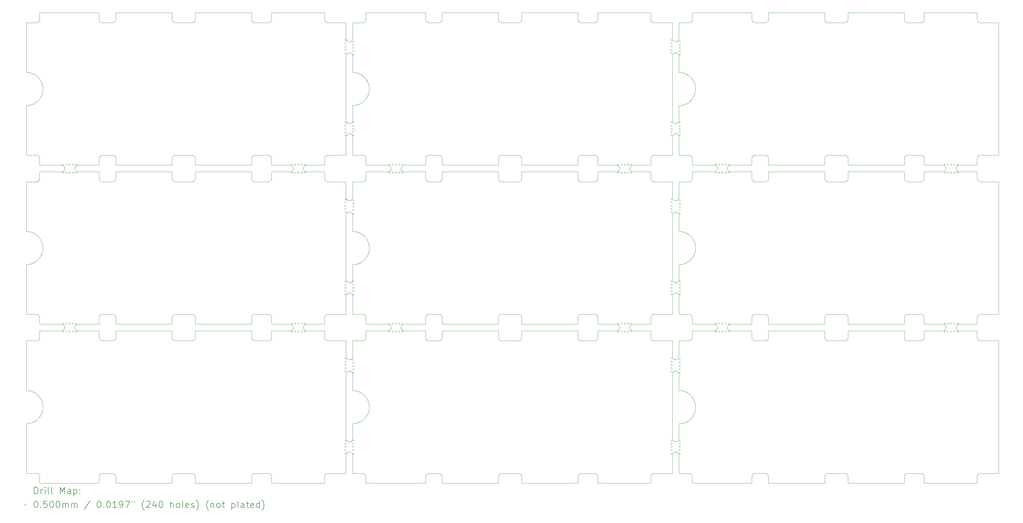
<source format=gbr>
%TF.GenerationSoftware,KiCad,Pcbnew,7.0.1-3b83917a11~171~ubuntu20.04.1*%
%TF.CreationDate,2023-10-27T13:40:21+02:00*%
%TF.ProjectId,panel_bottom,70616e65-6c5f-4626-9f74-746f6d2e6b69,rev?*%
%TF.SameCoordinates,PX1ab3f0PY1312d00*%
%TF.FileFunction,Drillmap*%
%TF.FilePolarity,Positive*%
%FSLAX45Y45*%
G04 Gerber Fmt 4.5, Leading zero omitted, Abs format (unit mm)*
G04 Created by KiCad (PCBNEW 7.0.1-3b83917a11~171~ubuntu20.04.1) date 2023-10-27 13:40:21*
%MOMM*%
%LPD*%
G01*
G04 APERTURE LIST*
%ADD10C,0.100000*%
%ADD11C,0.200000*%
%ADD12C,0.050000*%
G04 APERTURE END LIST*
D10*
X19499928Y-4299354D02*
X19499944Y-4299308D01*
X29349944Y-5100692D02*
X29349927Y-5100646D01*
X16729686Y-13901902D02*
X16734474Y-13901072D01*
X9001903Y-13979686D02*
X9002967Y-13974945D01*
X4399648Y-248D02*
X4399610Y-217D01*
X1131003Y-4771003D02*
X1127484Y-4774354D01*
X19599010Y-10470000D02*
X19598801Y-10469995D01*
X22400056Y-4599308D02*
X22400072Y-4599354D01*
X24800786Y-4800030D02*
X24800739Y-4800042D01*
X9061114Y-4307536D02*
X9065648Y-4305787D01*
X9770314Y-8148097D02*
X9765526Y-8148928D01*
X13Y-9099117D02*
X20Y-9099166D01*
X16749012Y-5100000D02*
X16744142Y-5099880D01*
X9838310Y-6062332D02*
X9840495Y-6066672D01*
X44Y-12400711D02*
X32Y-12400759D01*
X20083315Y-5056001D02*
X20080517Y-5059974D01*
X22315526Y-298928D02*
X22310704Y-299523D01*
X5100316Y-281D02*
X5100281Y-316D01*
X18210477Y-4689296D02*
X18211072Y-4684474D01*
X9850030Y-300786D02*
X9850020Y-300834D01*
X19601442Y-10810006D02*
X19602325Y-10810027D01*
X9666685Y-13293999D02*
X9669483Y-13290026D01*
X262802Y-1874701D02*
X279576Y-1885534D01*
X21900000Y-4801227D02*
X21900000Y-4801203D01*
X10250600Y-4800091D02*
X10250556Y-4800112D01*
X2199944Y-14199308D02*
X2199958Y-14199261D01*
X14945737Y-9829738D02*
X14944212Y-9834352D01*
X56Y-9900692D02*
X42Y-9900739D01*
X2199354Y-9600072D02*
X2199308Y-9600056D01*
X496367Y-11959703D02*
X495750Y-11964625D01*
X24797033Y-4374945D02*
X24798097Y-4379686D01*
X10018658Y-1829363D02*
X10023320Y-1831060D01*
X10238310Y-13952332D02*
X10240495Y-13956672D01*
X14249909Y-4599400D02*
X14249927Y-4599354D01*
X18849752Y-9600352D02*
X18849719Y-9600316D01*
X19649090Y-10457559D02*
X19644852Y-10459782D01*
X26499261Y-4800042D02*
X26499214Y-4800030D01*
X2615526Y-9898928D02*
X2610704Y-9899523D01*
X21899166Y-9600020D02*
X21899117Y-9600013D01*
X27025055Y-297033D02*
X27020314Y-298097D01*
X9649214Y-300030D02*
X9649166Y-300020D01*
X17250008Y-4800932D02*
X17250006Y-4800981D01*
X24116685Y-4343999D02*
X24119483Y-4340026D01*
X11335646Y-9567484D02*
X11332472Y-9563805D01*
X9709488Y-10818202D02*
X9713921Y-10816399D01*
X24099400Y-4800091D02*
X24099354Y-4800072D01*
X315526Y-4301072D02*
X320314Y-4301903D01*
X9850000Y-12401222D02*
X9850000Y-12401247D01*
X2199261Y-4800042D02*
X2199214Y-4800030D01*
X21936195Y-277528D02*
X21932516Y-274354D01*
X7399523Y-5010704D02*
X7398928Y-5015526D01*
X18242516Y-4625646D02*
X18246195Y-4622472D01*
X21940026Y-280517D02*
X21936195Y-277528D01*
X24800056Y-692D02*
X24800042Y-739D01*
X20085915Y-9851896D02*
X20083315Y-9856001D01*
X10250112Y-556D02*
X10250091Y-600D01*
X6801072Y-9184474D02*
X6801902Y-9179686D01*
X9850008Y-5100932D02*
X9850006Y-5100981D01*
X19499944Y-4299308D02*
X19499958Y-4299261D01*
X28799012Y-300000D02*
X28794142Y-299880D01*
X26500119Y-5005858D02*
X26500000Y-5000988D01*
X27100006Y-4800981D02*
X27100000Y-4801203D01*
X27100008Y-9600932D02*
X27100006Y-9600981D01*
X9850858Y-2799993D02*
X9850808Y-2800002D01*
X18214263Y-9470262D02*
X18215787Y-9465648D01*
X24099648Y-9600248D02*
X24099610Y-9600217D01*
X12549880Y-4394142D02*
X12550000Y-4399012D01*
X18238997Y-9428997D02*
X18242516Y-9425646D01*
X2243999Y-9116685D02*
X2248104Y-9114085D01*
X9760704Y-13250477D02*
X9765526Y-13251072D01*
X10961896Y-9585915D02*
X10957668Y-9588310D01*
X29349888Y-300556D02*
X29349865Y-300513D01*
X7400006Y-9399019D02*
X7400008Y-9399068D01*
X6799354Y-4800072D02*
X6799308Y-4800056D01*
X21922472Y-9863805D02*
X21919483Y-9859974D01*
X9850390Y-300217D02*
X9850352Y-300248D01*
X4407536Y-238885D02*
X4405787Y-234352D01*
X12470314Y-9101903D02*
X12475055Y-9102967D01*
X10235915Y-9148104D02*
X10238310Y-9152332D01*
X12550556Y-9399888D02*
X12550600Y-9399909D01*
X16649865Y-513D02*
X16649839Y-470D01*
X17224354Y-9867484D02*
X17221003Y-9871003D01*
X14950883Y-13D02*
X14950834Y-20D01*
X19629738Y-12945737D02*
X19625055Y-12947033D01*
X10250692Y-9399944D02*
X10250739Y-9399958D01*
X24790495Y-4356672D02*
X24792464Y-4361114D01*
X7394212Y-13965648D02*
X7395737Y-13970262D01*
X18855787Y-234352D02*
X18854263Y-229738D01*
X12129686Y-13901902D02*
X12134474Y-13901072D01*
X11312967Y-9474945D02*
X11314263Y-9470262D01*
X22400932Y-9600008D02*
X22400883Y-9600013D01*
X19667484Y-3675646D02*
X19671003Y-3678997D01*
X400390Y-9399783D02*
X400430Y-9399812D01*
X9897309Y-1802299D02*
X9902246Y-1802793D01*
X27703328Y-4609505D02*
X27707668Y-4611690D01*
X9649354Y-9900072D02*
X9649308Y-9900056D01*
X19700528Y-12400103D02*
X19700485Y-12400128D01*
X28704263Y-229738D02*
X28702967Y-225055D01*
X24800000Y-9398773D02*
X24800000Y-9398797D01*
X27670704Y-4600477D02*
X27675526Y-4601072D01*
X22400020Y-9399166D02*
X22400030Y-9399214D01*
X4432516Y-9874354D02*
X4428997Y-9871003D01*
X2294142Y-9899880D02*
X2289296Y-9899523D01*
X14272472Y-263805D02*
X14269483Y-259974D01*
X19532516Y-3675646D02*
X19536195Y-3672472D01*
X9649530Y-13899839D02*
X9649570Y-13899812D01*
X9922059Y-7594724D02*
X9902246Y-7597207D01*
X21254142Y-9599880D02*
X21249296Y-9599523D01*
X8369505Y-4743328D02*
X8367536Y-4738886D01*
X9833315Y-8106001D02*
X9830517Y-8109974D01*
X29349019Y-9900006D02*
X29348797Y-9900000D01*
X22400739Y-4599958D02*
X22400786Y-4599970D01*
X5000988Y-4300000D02*
X5005858Y-4300120D01*
X26540026Y-9119483D02*
X26543999Y-9116685D01*
X29349980Y-4299166D02*
X29349987Y-4299117D01*
X27071003Y-271003D02*
X27067484Y-274354D01*
X19507536Y-3288885D02*
X19505787Y-3284352D01*
X24099987Y-4800883D02*
X24099980Y-4800834D01*
X21899684Y-9600281D02*
X21899648Y-9600248D01*
X739Y-9099958D02*
X786Y-9099970D01*
X20840517Y-9559974D02*
X20837528Y-9563805D01*
X28740026Y-9880517D02*
X28736195Y-9877528D01*
X16659505Y-243328D02*
X16657536Y-238885D01*
X6822472Y-4336195D02*
X6825646Y-4332516D01*
X6799354Y-9399928D02*
X6799400Y-9399909D01*
X22388310Y-13952332D02*
X22390495Y-13956672D01*
X19873320Y-7568940D02*
X19868658Y-7570636D01*
X9850883Y-5100013D02*
X9850834Y-5100020D01*
X19597675Y-5669973D02*
X19597668Y-5669972D01*
X6799165Y-9399980D02*
X6799214Y-9399970D01*
X10248097Y-4379686D02*
X10248928Y-4384474D01*
X21909505Y-243328D02*
X21907536Y-238885D01*
X2256672Y-5090495D02*
X2252332Y-5088310D01*
X26500000Y-9800988D02*
X26500000Y-9601227D01*
X17844352Y-4794213D02*
X17839738Y-4795737D01*
X26504263Y-5029738D02*
X26502967Y-5025055D01*
X10250000Y-9601227D02*
X10250000Y-9800988D01*
X9749010Y-870000D02*
X9748801Y-869995D01*
X22363805Y-13922472D02*
X22367484Y-13925646D01*
X981Y-13899994D02*
X1203Y-13900000D01*
X27051896Y-5085915D02*
X27047668Y-5088310D01*
X9850000Y-7601247D02*
X9850000Y-8050988D01*
X20067484Y-4325646D02*
X20071003Y-4328997D01*
X14249165Y-9600020D02*
X14249117Y-9600013D01*
X400739Y-42D02*
X400692Y-56D01*
X19700932Y-9900008D02*
X19700883Y-9900013D01*
X20192774Y-11815629D02*
X20195750Y-11835374D01*
X19700007Y-7600957D02*
X19700000Y-7601222D01*
X1485646Y-9567484D02*
X1482472Y-9563805D01*
X7392464Y-238885D02*
X7390495Y-243328D01*
X2265648Y-13905787D02*
X2270262Y-13904263D01*
X12550135Y-4800513D02*
X12550112Y-4800556D01*
X120959Y-1814909D02*
X125767Y-1816133D01*
X22400000Y-14198773D02*
X22400000Y-14198797D01*
X1154213Y-9465648D02*
X1155737Y-9470262D01*
X401227Y-14200000D02*
X2198773Y-14200000D01*
X6836195Y-13922472D02*
X6840026Y-13919483D01*
X9850059Y-7600663D02*
X9850044Y-7600711D01*
X16649992Y-9600932D02*
X16649987Y-9600883D01*
X9847033Y-8075055D02*
X9845737Y-8079738D01*
X19514085Y-8498104D02*
X19516685Y-8493999D01*
X8376685Y-4643999D02*
X8379483Y-4640026D01*
X14249570Y-9399812D02*
X14249610Y-9399783D01*
X12050119Y-4394142D02*
X12050477Y-4389296D01*
X9675646Y-8482516D02*
X9678997Y-8478997D01*
X17197668Y-9888310D02*
X17193328Y-9890495D01*
X9825091Y-5636686D02*
X9821831Y-5640190D01*
X17250352Y-248D02*
X17250316Y-281D01*
X1525648Y-4605787D02*
X1530262Y-4604263D01*
X19499783Y-9900390D02*
X19499752Y-9900352D01*
X374354Y-9132516D02*
X377528Y-9136195D01*
X7367484Y-274354D02*
X7363805Y-277528D01*
X17884354Y-4632516D02*
X17887528Y-4636195D01*
X9678169Y-10839810D02*
X9681594Y-10836468D01*
X8058928Y-4684474D02*
X8059523Y-4689296D01*
X10284199Y-2547821D02*
X10281719Y-2552117D01*
X22400000Y-9601203D02*
X22400000Y-9601227D01*
X1137528Y-9563805D02*
X1134354Y-9567484D01*
X19500000Y-9901203D02*
X19499994Y-9900981D01*
X9056672Y-13909505D02*
X9061114Y-13907536D01*
X18851903Y-13979686D02*
X18852967Y-13974945D01*
X4484474Y-9101072D02*
X4489296Y-9100477D01*
X27020314Y-4301903D02*
X27025055Y-4302967D01*
X8454142Y-4600120D02*
X8459012Y-4600000D01*
X20089321Y-6786354D02*
X20092414Y-6790233D01*
X2700883Y-13D02*
X2700834Y-20D01*
X19608136Y-10469767D02*
X19603356Y-10469996D01*
X27740517Y-4759974D02*
X27737528Y-4763805D01*
X9751442Y-1210006D02*
X9752325Y-1210027D01*
X20191912Y-7010744D02*
X20192774Y-7015629D01*
X27755737Y-4729738D02*
X27754212Y-4734352D01*
X9649987Y-9900883D02*
X9649980Y-9900834D01*
X487956Y-12008828D02*
X486852Y-12013665D01*
X16649980Y-9600834D02*
X16649970Y-9600786D01*
X401203Y0D02*
X400981Y-6D01*
X20088310Y-5047668D02*
X20085915Y-5051896D01*
X14249354Y-4599928D02*
X14249400Y-4599909D01*
X17250470Y-161D02*
X17250430Y-188D01*
X24800006Y-4800981D02*
X24800000Y-4801203D01*
X4399308Y-9399944D02*
X4399354Y-9399928D01*
X491912Y-11989256D02*
X487956Y-12008828D01*
X2695737Y-9170262D02*
X2697033Y-9174945D01*
X7388310Y-13952332D02*
X7390495Y-13956672D01*
X24099648Y-4800248D02*
X24099610Y-4800217D01*
X9850135Y-13899487D02*
X9850161Y-13899529D01*
X10993315Y-4643999D02*
X10995915Y-4648104D01*
X513Y-300135D02*
X470Y-300161D01*
X2685915Y-9148104D02*
X2688310Y-9152332D01*
X498355Y-7060166D02*
X498725Y-7065113D01*
X2700000Y-1227D02*
X2700000Y-200988D01*
X19700739Y-9900042D02*
X19700692Y-9900056D01*
X20785055Y-4797033D02*
X20780314Y-4798097D01*
X9657536Y-8088885D02*
X9655787Y-8084352D01*
X9850000Y-6598778D02*
X9850007Y-6599043D01*
X400430Y-4599812D02*
X400470Y-4599839D01*
X28789296Y-4300477D02*
X28794142Y-4300120D01*
X188Y-300430D02*
X161Y-300470D01*
X9849884Y-5575809D02*
X9849537Y-5580582D01*
X1111896Y-4614085D02*
X1116001Y-4616685D01*
X9650463Y-10899418D02*
X9651040Y-10894668D01*
X2228997Y-9871003D02*
X2225646Y-9867484D01*
X19565648Y-864212D02*
X19561114Y-862464D01*
X21922472Y-5063805D02*
X21919483Y-5059974D01*
X400000Y-14198773D02*
X400000Y-14198797D01*
X9836328Y-10421224D02*
X9833803Y-10425289D01*
X2663805Y-4322472D02*
X2667484Y-4325646D01*
X20099880Y-5005858D02*
X20099523Y-5010704D01*
X14306672Y-4309505D02*
X14311114Y-4307536D01*
X19699523Y-8539296D02*
X19699880Y-8544142D01*
X24165648Y-9894213D02*
X24161114Y-9892464D01*
X19625055Y-10812967D02*
X19629738Y-10814263D01*
X20073203Y-1967338D02*
X20076486Y-1971058D01*
X9048104Y-285915D02*
X9043999Y-283315D01*
X14950739Y-4599958D02*
X14950786Y-4599970D01*
X21914085Y-5051896D02*
X21911690Y-5047668D01*
X17197668Y-5088310D02*
X17193328Y-5090495D01*
X9946629Y-11409483D02*
X9951492Y-11410466D01*
X7320314Y-9898097D02*
X7315526Y-9898928D01*
X22400316Y-4800281D02*
X22400281Y-4800316D01*
X18280262Y-4604263D02*
X18284945Y-4602967D01*
X2667484Y-9125646D02*
X2671003Y-9128997D01*
X5100513Y-135D02*
X5100470Y-161D01*
X26499308Y-56D02*
X26499261Y-42D01*
X8999888Y-14199444D02*
X8999909Y-14199400D01*
X26499400Y-4800091D02*
X26499354Y-4800072D01*
X19601199Y-10810005D02*
X19601223Y-10810005D01*
X24780517Y-5059974D02*
X24777528Y-5063805D01*
X14320262Y-9895737D02*
X14315648Y-9894213D01*
X7351896Y-5085915D02*
X7347668Y-5088310D01*
X28756672Y-5090495D02*
X28752332Y-5088310D01*
X11350026Y-9580517D02*
X11346195Y-9577528D01*
X9651903Y-5590314D02*
X9651072Y-5585526D01*
X6801072Y-9815526D02*
X6800477Y-9810704D01*
X14269483Y-13940026D02*
X14272472Y-13936195D01*
X17895915Y-9448104D02*
X17898310Y-9452332D01*
X27675526Y-9401072D02*
X27680314Y-9401903D01*
X27100981Y-4800006D02*
X27100932Y-4800008D01*
X135Y-9099487D02*
X161Y-9099530D01*
X10248097Y-9179686D02*
X10248928Y-9184474D01*
X28774945Y-9897033D02*
X28770262Y-9895737D01*
X10990517Y-4759974D02*
X10987528Y-4763805D01*
X12550013Y-4599117D02*
X12550020Y-4599166D01*
X19700032Y-1799241D02*
X19700044Y-1799289D01*
X356001Y-9883315D02*
X351896Y-9885915D01*
X20034352Y-9105787D02*
X20038886Y-9107536D01*
X27034352Y-9105787D02*
X27038885Y-9107536D01*
X2209505Y-5043328D02*
X2207536Y-5038886D01*
X7400006Y-981D02*
X7400000Y-1203D01*
X16649570Y-9399812D02*
X16649610Y-9399783D01*
X20005858Y-9899880D02*
X20000988Y-9900000D01*
X12550000Y-14198773D02*
X12550000Y-14198797D01*
X24099684Y-4800281D02*
X24099648Y-4800248D01*
X27665858Y-4600120D02*
X27670704Y-4600477D01*
X9850808Y-12400002D02*
X9850760Y-12400013D01*
X19500000Y-5101227D02*
X19500000Y-5101203D01*
X359974Y-13919483D02*
X363805Y-13922472D01*
X20100739Y-14199958D02*
X20100786Y-14199970D01*
X9669483Y-829974D02*
X9666685Y-826001D01*
X7400030Y-9399214D02*
X7400042Y-9399261D01*
X19548104Y-10455915D02*
X19543999Y-10453315D01*
X19500000Y-770988D02*
X19500000Y-301227D01*
X9946629Y-6609483D02*
X9951492Y-6610466D01*
X9850135Y-5100513D02*
X9850112Y-5100556D01*
X24099944Y-14199308D02*
X24099958Y-14199261D01*
X22338886Y-4307536D02*
X22343328Y-4309505D01*
X26522472Y-5063805D02*
X26519483Y-5059974D01*
X17820704Y-4600477D02*
X17825526Y-4601072D01*
X28719483Y-9859974D02*
X28716685Y-9856001D01*
X22442Y-2799440D02*
X1246Y-2799969D01*
X217Y-300390D02*
X188Y-300430D01*
X28699719Y-4599684D02*
X28699752Y-4599648D01*
X14255787Y-9834352D02*
X14254263Y-9829738D01*
X14275646Y-9867484D02*
X14272472Y-9863805D01*
X18849909Y-600D02*
X18849888Y-556D01*
X10995915Y-4751896D02*
X10993315Y-4756001D01*
X16669483Y-259974D02*
X16666685Y-256001D01*
X7400470Y-9600161D02*
X7400430Y-9600188D01*
X1152464Y-9461114D02*
X1154213Y-9465648D01*
X24797033Y-5025055D02*
X24795737Y-5029738D01*
X2199019Y-14199994D02*
X2199068Y-14199992D01*
X400135Y-9399487D02*
X400160Y-9399530D01*
X20100020Y-9399166D02*
X20100030Y-9399214D01*
X9094142Y-9100120D02*
X9099012Y-9100000D01*
X19695737Y-6080262D02*
X19697033Y-6084945D01*
X19701227Y-9100000D02*
X20000988Y-9100000D01*
X5100020Y-4800834D02*
X5100013Y-4800883D01*
X22338886Y-292464D02*
X22334352Y-294213D01*
X5100556Y-4800112D02*
X5100513Y-4800135D01*
X5047668Y-4311690D02*
X5051896Y-4314085D01*
X19700059Y-12400663D02*
X19700044Y-12400711D01*
X20134199Y-11652179D02*
X20143749Y-11669715D01*
X9806001Y-3666685D02*
X9809974Y-3669483D01*
X24799880Y-9194142D02*
X24800000Y-9199012D01*
X374354Y-5067484D02*
X371003Y-5071003D01*
X19700556Y-9900112D02*
X19700513Y-9900135D01*
X8999214Y-4800030D02*
X8999166Y-4800020D01*
X16649888Y-556D02*
X16649865Y-513D01*
X20775526Y-9401072D02*
X20780314Y-9401903D01*
X6836195Y-277528D02*
X6832516Y-274354D01*
X8999648Y-4599752D02*
X8999684Y-4599719D01*
X76Y-6599383D02*
X95Y-6599429D01*
X400217Y-4599610D02*
X400248Y-4599648D01*
X4399400Y-9600091D02*
X4399354Y-9600072D01*
X21899970Y-4800786D02*
X21899958Y-4800739D01*
X17242464Y-9838886D02*
X17240495Y-9843328D01*
X5020314Y-13901902D02*
X5025055Y-13902967D01*
X19600000Y-10469995D02*
X19599995Y-10469995D01*
X12550281Y-316D02*
X12550248Y-352D01*
X5095737Y-9170262D02*
X5097033Y-9174945D01*
X5100072Y-4599354D02*
X5100091Y-4599400D01*
X7400056Y-4599308D02*
X7400072Y-4599354D01*
X21899166Y-4599980D02*
X21899214Y-4599970D01*
X24105787Y-234352D02*
X24104263Y-229738D01*
X26499019Y-9399994D02*
X26499068Y-9399992D01*
X5038886Y-4307536D02*
X5043328Y-4309505D01*
X18855787Y-4365648D02*
X18857536Y-4361114D01*
X4474945Y-4302967D02*
X4479686Y-4301903D01*
X20005858Y-4300120D02*
X20010704Y-4300477D01*
X17815858Y-9599880D02*
X17810988Y-9600000D01*
X12550352Y-9399752D02*
X12550390Y-9399783D01*
X19700932Y-4299992D02*
X19700981Y-4299994D01*
X10223203Y-2632662D02*
X10209621Y-2647299D01*
X14249752Y-4800352D02*
X14249719Y-4800316D01*
X16649019Y-9600006D02*
X16648797Y-9600000D01*
X11310000Y-9499012D02*
X11310119Y-9494142D01*
X24800135Y-4800513D02*
X24800112Y-4800556D01*
X5067484Y-4325646D02*
X5071003Y-4328997D01*
X2199487Y-9600135D02*
X2199444Y-9600112D01*
X17250600Y-4800091D02*
X17250556Y-4800112D01*
X7400932Y-4800008D02*
X7400883Y-4800013D01*
X12551227Y-4800000D02*
X12551203Y-4800000D01*
X28779686Y-298097D02*
X28774945Y-297033D01*
X16649987Y-14199117D02*
X16649992Y-14199068D01*
X12050000Y-9398797D02*
X12050000Y-9398773D01*
X21965648Y-294213D02*
X21961114Y-292464D01*
X6799865Y-4599487D02*
X6799888Y-4599444D01*
X24798097Y-5020314D02*
X24797033Y-5025055D01*
X18902332Y-9888310D02*
X18898104Y-9885915D01*
X2199166Y-4599980D02*
X2199214Y-4599970D01*
X16652967Y-4374945D02*
X16654263Y-4370262D01*
X26499927Y-4800646D02*
X26499909Y-4800600D01*
X21899354Y-9399928D02*
X21899400Y-9399909D01*
X18250026Y-9580517D02*
X18246195Y-9577528D01*
X5094213Y-9834352D02*
X5092464Y-9838886D01*
X10948886Y-9407536D02*
X10953328Y-9409505D01*
X101492Y-2789534D02*
X96629Y-2790517D01*
X10250000Y-4598773D02*
X10250000Y-4598797D01*
X20770704Y-9400477D02*
X20775526Y-9401072D01*
X17247033Y-9174945D02*
X17248097Y-9179686D01*
X18849308Y-14199944D02*
X18849354Y-14199927D01*
X12049980Y-834D02*
X12049970Y-786D01*
X6799888Y-9600556D02*
X6799865Y-9600513D01*
X12550470Y-14199839D02*
X12550512Y-14199865D01*
X9850808Y-11399998D02*
X9850858Y-11400007D01*
X24170262Y-5095737D02*
X24165648Y-5094213D01*
X7310704Y-13900477D02*
X7315526Y-13901072D01*
X20083315Y-13943999D02*
X20085915Y-13948104D01*
X4436195Y-5077528D02*
X4432516Y-5074354D01*
X17905737Y-4729738D02*
X17904213Y-4734352D01*
X21899444Y-9600112D02*
X21899400Y-9600091D01*
X6805787Y-4365648D02*
X6807536Y-4361114D01*
X26501072Y-13984474D02*
X26501902Y-13979686D01*
X6799570Y-4599812D02*
X6799610Y-4599783D01*
X95Y-11399429D02*
X117Y-11399474D01*
X9651072Y-8534474D02*
X9651903Y-8529686D01*
X9840776Y-10412752D02*
X9838655Y-10417042D01*
X29349648Y-4299752D02*
X29349684Y-4299719D01*
X9652967Y-13324945D02*
X9654263Y-13320262D01*
X17175055Y-13902967D02*
X17179738Y-13904263D01*
X17242464Y-13961114D02*
X17244213Y-13965648D01*
X9850095Y-2800570D02*
X9850076Y-2800616D01*
X2204263Y-229738D02*
X2202967Y-225055D01*
X18849214Y-9399970D02*
X18849261Y-9399958D01*
X12550160Y-4599530D02*
X12550188Y-4599570D01*
X10153842Y-1902981D02*
X10169454Y-1915431D01*
X101492Y-11410466D02*
X120959Y-11414909D01*
X26499117Y-4599987D02*
X26499165Y-4599980D01*
X5047668Y-9888310D02*
X5043328Y-9890495D01*
X20191912Y-2210744D02*
X20192774Y-2215630D01*
X19700646Y-9099928D02*
X19700692Y-9099944D01*
X10341912Y-11810744D02*
X10342774Y-11815629D01*
X21900477Y-5010704D02*
X21900120Y-5005858D01*
X17909880Y-4705858D02*
X17909523Y-4710704D01*
X19752246Y-6602793D02*
X19772059Y-6605276D01*
X8999444Y-9600112D02*
X8999400Y-9600091D01*
X9850692Y-5100056D02*
X9850646Y-5100072D01*
X24747668Y-5088310D02*
X24743328Y-5090495D01*
X29349261Y-4299958D02*
X29349308Y-4299944D01*
X19500477Y-8539296D02*
X19501072Y-8534474D01*
X10250390Y-9399783D02*
X10250430Y-9399812D01*
X8430262Y-9595737D02*
X8425648Y-9594213D01*
X10250430Y-9600188D02*
X10250390Y-9600217D01*
X10209974Y-9119483D02*
X10213805Y-9122472D01*
X1500026Y-9419483D02*
X1503999Y-9416685D01*
X14254263Y-9170262D02*
X14255787Y-9165648D01*
X9048104Y-9114085D02*
X9052332Y-9111690D01*
X20845915Y-4648104D02*
X20848310Y-4652332D01*
X18211903Y-9479686D02*
X18212967Y-9474945D01*
X8999610Y-4599783D02*
X8999648Y-4599752D01*
X9052332Y-13911690D02*
X9056672Y-13909505D01*
X149730Y-11423004D02*
X168658Y-11429363D01*
X10064680Y-2751505D02*
X10046479Y-2759718D01*
X19651896Y-3335915D02*
X19647668Y-3338310D01*
X21160477Y-9510704D02*
X21160120Y-9505858D01*
X10209974Y-4319483D02*
X10213805Y-4322472D01*
X29349354Y-9099928D02*
X29349400Y-9099909D01*
X9649980Y-300834D02*
X9649970Y-300786D01*
X9827528Y-12913805D02*
X9824354Y-12917484D01*
X6800000Y-5000988D02*
X6800000Y-4801227D01*
X18238997Y-4771003D02*
X18235646Y-4767484D01*
X5100030Y-4599214D02*
X5100042Y-4599261D01*
X29349261Y-300042D02*
X29349214Y-300030D01*
X19651896Y-12935915D02*
X19647668Y-12938310D01*
X24774354Y-267484D02*
X24771003Y-271003D01*
X9806001Y-8133315D02*
X9801896Y-8135915D01*
X27038885Y-5092464D02*
X27034352Y-5094213D01*
X10330581Y-2162209D02*
X10331924Y-2166984D01*
X9821003Y-12921003D02*
X9817484Y-12924354D01*
X19694213Y-6075648D02*
X19695737Y-6080262D01*
X4436195Y-4322472D02*
X4440026Y-4319483D01*
X319454Y-1915431D02*
X323254Y-1918620D01*
X26594142Y-9100120D02*
X26599012Y-9100000D01*
X20816001Y-4616685D02*
X20819974Y-4619483D01*
X18849928Y-9399354D02*
X18849944Y-9399308D01*
X21899987Y-4599117D02*
X21899992Y-4599068D01*
X21179483Y-4759974D02*
X21176685Y-4756001D01*
X9693999Y-8133315D02*
X9690026Y-8130517D01*
X16650000Y-14198797D02*
X16650000Y-14198773D01*
X12102332Y-4311690D02*
X12106672Y-4309505D01*
X29349487Y-4299865D02*
X29349529Y-4299839D01*
X26525646Y-5067484D02*
X26522472Y-5063805D01*
X19659974Y-3669483D02*
X19663805Y-3672472D01*
X12082516Y-5074354D02*
X12078997Y-5071003D01*
X16724945Y-13902967D02*
X16729686Y-13901902D01*
X10206157Y-12250851D02*
X10191863Y-12264793D01*
X9709488Y-6018202D02*
X9713921Y-6016399D01*
X600Y-9900091D02*
X556Y-9900112D01*
X20143749Y-2530285D02*
X20134199Y-2547821D01*
X19914680Y-6648495D02*
X19919150Y-6650647D01*
X1089738Y-9595737D02*
X1085055Y-9597033D01*
X5063805Y-13922472D02*
X5067484Y-13925646D01*
X26499308Y-14199944D02*
X26499354Y-14199927D01*
X352Y-9099752D02*
X390Y-9099783D01*
X14249529Y-4800161D02*
X14249487Y-4800135D01*
X19700000Y-5571012D02*
X19699884Y-5575809D01*
X19700014Y-6599142D02*
X19700022Y-6599192D01*
X7351896Y-9885915D02*
X7347668Y-9888310D01*
X12050000Y-14198797D02*
X12050000Y-14198773D01*
X9099012Y-300000D02*
X9094142Y-299880D01*
X28699992Y-4599068D02*
X28699994Y-4599019D01*
X2199992Y-9600932D02*
X2199987Y-9600883D01*
X22359974Y-5080517D02*
X22356001Y-5083315D01*
X17155858Y-4300120D02*
X17160704Y-4300477D01*
X20100013Y-4599117D02*
X20100020Y-4599166D01*
X12550692Y-4599944D02*
X12550739Y-4599958D01*
X21188997Y-9571003D02*
X21185646Y-9567484D01*
X24105787Y-13965648D02*
X24107536Y-13961114D01*
X21999012Y-4300000D02*
X22300988Y-4300000D01*
X19700957Y-11400017D02*
X19701221Y-11400030D01*
X14249812Y-4800430D02*
X14249783Y-4800390D01*
X6804263Y-13970262D02*
X6805787Y-13965648D01*
X14248797Y-9600000D02*
X14248773Y-9600000D01*
X1460477Y-9489296D02*
X1461072Y-9484474D01*
X17250786Y-14199970D02*
X17250834Y-14199980D01*
X2199166Y-4800020D02*
X2199117Y-4800013D01*
X8999684Y-9399719D02*
X8999719Y-9399684D01*
X17250091Y-14199400D02*
X17250112Y-14199444D01*
X20100006Y-14199019D02*
X20100008Y-14199068D01*
X2236195Y-277528D02*
X2232516Y-274354D01*
X241276Y-7537870D02*
X236919Y-7540243D01*
X19602380Y-1210033D02*
X19602429Y-1210035D01*
X18849944Y-9600692D02*
X18849928Y-9600646D01*
X12049909Y-9399400D02*
X12049927Y-9399354D01*
X6798773Y-9600000D02*
X5101227Y-9600000D01*
X24100000Y-4598797D02*
X24100000Y-4598773D01*
X12134474Y-5098928D02*
X12129686Y-5098097D01*
X2694213Y-5034352D02*
X2692464Y-5038886D01*
X19700573Y-11399919D02*
X19700618Y-11399940D01*
X19499987Y-13899117D02*
X19499992Y-13899068D01*
X26499888Y-4599444D02*
X26499909Y-4599400D01*
X28699444Y-9399888D02*
X28699487Y-9399865D01*
X12049487Y-135D02*
X12049444Y-112D01*
X14286195Y-9877528D02*
X14282516Y-9874354D01*
X14293999Y-5083315D02*
X14290026Y-5080517D01*
X10086919Y-12340243D02*
X10069150Y-12349352D01*
X16678997Y-9871003D02*
X16675646Y-9867484D01*
X556Y-9900112D02*
X513Y-9900135D01*
X20100161Y-4599530D02*
X20100188Y-4599570D01*
X29349400Y-4299909D02*
X29349444Y-4299888D01*
X27100932Y-8D02*
X27100883Y-13D01*
X26500477Y-210704D02*
X26500119Y-205858D01*
X12550000Y-9398797D02*
X12550006Y-9399019D01*
X14950030Y-4800786D02*
X14950020Y-4800834D01*
X27034352Y-4305787D02*
X27038885Y-4307536D01*
X19600988Y-8450000D02*
X19605858Y-8450120D01*
X5100513Y-4800135D02*
X5100470Y-4800161D01*
X10316286Y-6919661D02*
X10323115Y-6938425D01*
X28699648Y-9600248D02*
X28699610Y-9600217D01*
X17857668Y-9411690D02*
X17861896Y-9414085D01*
X2199719Y-316D02*
X2199684Y-281D01*
X28096195Y-9422472D02*
X28100026Y-9419483D01*
X22400000Y-13999012D02*
X22400000Y-14198773D01*
X10191863Y-12264793D02*
X10188226Y-12268168D01*
X17250030Y-14199214D02*
X17250042Y-14199261D01*
X7371003Y-9871003D02*
X7367484Y-9874354D01*
X19522472Y-8486195D02*
X19525646Y-8482516D01*
X8999444Y-9399888D02*
X8999487Y-9399865D01*
X19700618Y-12400060D02*
X19700573Y-12400081D01*
X7347668Y-9888310D02*
X7343328Y-9890495D01*
X16649354Y-14199927D02*
X16649400Y-14199909D01*
X4399994Y-9600981D02*
X4399992Y-9600932D01*
X21171690Y-9547668D02*
X21169505Y-9543328D01*
X18289686Y-9401903D02*
X18294474Y-9401072D01*
X9850167Y-7600439D02*
X9850141Y-7600482D01*
X9668916Y-6050773D02*
X9671822Y-6046971D01*
X11353999Y-9583315D02*
X11350026Y-9580517D01*
X18849987Y-9600883D02*
X18849980Y-9600834D01*
X8999783Y-9600390D02*
X8999752Y-9600352D01*
X24099927Y-646D02*
X24099909Y-600D01*
X4400000Y-200988D02*
X4400000Y-1227D01*
X7325055Y-9102967D02*
X7329738Y-9104263D01*
X12049992Y-932D02*
X12049987Y-883D01*
X14249610Y-4599783D02*
X14249648Y-4599752D01*
X10169454Y-2684569D02*
X10153842Y-2697019D01*
X16652967Y-5025055D02*
X16651902Y-5020314D01*
X141Y-1799518D02*
X167Y-1799561D01*
X10149887Y-1899985D02*
X10153842Y-1902981D01*
X6799354Y-14199927D02*
X6799400Y-14199909D01*
X24161114Y-4307536D02*
X24165648Y-4305787D01*
X7400006Y-4800981D02*
X7400000Y-4801203D01*
X2700161Y-4599530D02*
X2700188Y-4599570D01*
X9806001Y-10826685D02*
X9809974Y-10829483D01*
X2199068Y-4800008D02*
X2199019Y-4800006D01*
X17250316Y-9600281D02*
X17250281Y-9600316D01*
X19668406Y-5643532D02*
X19664824Y-5646705D01*
X7374354Y-9867484D02*
X7371003Y-9871003D01*
X470Y-300161D02*
X430Y-300188D01*
X4443999Y-4316685D02*
X4448104Y-4314085D01*
X26499994Y-4800981D02*
X26499992Y-4800932D01*
X24800030Y-9600786D02*
X24800020Y-9600834D01*
X10331924Y-12033015D02*
X10330581Y-12037791D01*
X374354Y-267484D02*
X371003Y-271003D01*
X24800600Y-14199909D02*
X24800645Y-14199927D01*
X20819974Y-4619483D02*
X20823805Y-4622472D01*
X17249880Y-9805858D02*
X17249523Y-9810704D01*
X27099523Y-9189296D02*
X27099880Y-9194142D01*
X18229483Y-9559974D02*
X18226685Y-9556001D01*
X323254Y-11518620D02*
X338226Y-11531832D01*
X6816685Y-9143999D02*
X6819483Y-9140026D01*
X16720262Y-9104263D02*
X16724945Y-9102967D01*
X20092464Y-5038886D02*
X20090495Y-5043328D01*
X24800352Y-248D02*
X24800316Y-281D01*
X9946629Y-12390517D02*
X9926965Y-12393984D01*
X8999783Y-4599610D02*
X8999812Y-4599570D01*
X27100160Y-470D02*
X27100135Y-513D01*
X400072Y-4599354D02*
X400091Y-4599400D01*
X5100161Y-4599530D02*
X5100188Y-4599570D01*
X7400008Y-4800932D02*
X7400006Y-4800981D01*
X20099523Y-9810704D02*
X20098928Y-9815526D01*
X20101227Y-14200000D02*
X21898773Y-14200000D01*
X9850443Y-6599844D02*
X9850485Y-6599871D01*
X24099888Y-14199444D02*
X24099909Y-14199400D01*
X9005787Y-9165648D02*
X9007536Y-9161114D01*
X5090495Y-13956672D02*
X5092464Y-13961114D01*
X12051072Y-4384474D02*
X12051902Y-4379686D01*
X7401227Y-4600000D02*
X7960988Y-4600000D01*
X19502967Y-5595055D02*
X19501903Y-5590314D01*
X7998885Y-9592464D02*
X7994352Y-9594213D01*
X21160000Y-9500988D02*
X21160000Y-9499012D01*
X474695Y-2456872D02*
X473115Y-2461575D01*
X19499648Y-5100248D02*
X19499610Y-5100217D01*
X20100135Y-14199487D02*
X20100161Y-14199529D01*
X981Y-300006D02*
X932Y-300008D01*
X857Y-11400007D02*
X907Y-11400013D01*
X20174695Y-2456872D02*
X20173115Y-2461575D01*
X10296013Y-2074130D02*
X10304676Y-2092121D01*
X6884474Y-9898928D02*
X6879686Y-9898097D01*
X19700281Y-9900316D02*
X19700248Y-9900352D01*
X2700248Y-9399648D02*
X2700281Y-9399684D01*
X19700000Y-6598778D02*
X19700007Y-6599043D01*
X6811690Y-9847668D02*
X6809505Y-9843328D01*
X8999610Y-217D02*
X8999570Y-188D01*
X28756672Y-9890495D02*
X28752332Y-9888310D01*
X19752246Y-12397207D02*
X19747309Y-12397701D01*
X19700665Y-2800042D02*
X19700618Y-2800060D01*
X19700403Y-6599815D02*
X19700443Y-6599844D01*
X24800006Y-4599019D02*
X24800008Y-4599068D01*
X22400020Y-834D02*
X22400013Y-883D01*
X19505787Y-12884352D02*
X19504263Y-12879738D01*
X9664085Y-12901896D02*
X9661690Y-12897668D01*
X19936919Y-12340243D02*
X19919150Y-12349352D01*
X24729738Y-5095737D02*
X24725055Y-5097033D01*
X14306672Y-13909505D02*
X14311114Y-13907536D01*
X20154676Y-12107879D02*
X20146013Y-12125870D01*
X19699880Y-3744142D02*
X19700000Y-3749012D01*
X7400188Y-14199570D02*
X7400217Y-14199610D01*
X29349812Y-9099570D02*
X29349839Y-9099530D01*
X9850981Y-13899994D02*
X9851203Y-13900000D01*
X9850291Y-7600283D02*
X9850257Y-7600320D01*
X21899752Y-4800352D02*
X21899719Y-4800316D01*
X12049068Y-14199992D02*
X12049117Y-14199987D01*
X6799261Y-14199958D02*
X6799308Y-14199944D01*
X19600000Y-5669995D02*
X19599995Y-5669995D01*
X26498773Y-4800000D02*
X24801227Y-4800000D01*
X27757033Y-9525055D02*
X27755737Y-9529738D01*
X20038886Y-9892464D02*
X20034352Y-9894213D01*
X22400006Y-9399019D02*
X22400008Y-9399068D01*
X9729686Y-12948097D02*
X9724945Y-12947033D01*
X24800739Y-14199958D02*
X24800786Y-14199970D01*
X4407536Y-13961114D02*
X4409505Y-13956672D01*
X20195750Y-7164625D02*
X20192774Y-7184370D01*
X9739296Y-5669523D02*
X9734474Y-5668928D01*
X2697033Y-4374945D02*
X2698097Y-4379686D01*
X27719974Y-9419483D02*
X27723805Y-9422472D01*
X8999958Y-4599261D02*
X8999970Y-4599214D01*
X19499570Y-9099812D02*
X19499610Y-9099783D01*
X2265648Y-5094213D02*
X2261114Y-5092464D01*
X9032516Y-9125646D02*
X9036195Y-9122472D01*
X5100981Y-6D02*
X5100932Y-8D01*
X27099880Y-13994142D02*
X27100000Y-13999012D01*
X19659974Y-8469483D02*
X19663805Y-8472472D01*
X17206001Y-9883315D02*
X17201896Y-9885915D01*
X20063805Y-9877528D02*
X20059974Y-9880517D01*
X28699944Y-9600692D02*
X28699927Y-9600646D01*
X2252332Y-13911690D02*
X2256672Y-13909505D01*
X19500000Y-3250988D02*
X19500000Y-1308988D01*
X29350000Y-9901227D02*
X29350000Y-9901203D01*
X19796629Y-2790517D02*
X19776965Y-2793985D01*
X14264085Y-9148104D02*
X14266685Y-9143999D01*
X24148104Y-285915D02*
X24143999Y-283315D01*
X2700188Y-9399570D02*
X2700217Y-9399610D01*
X10223203Y-1967338D02*
X10226486Y-1971058D01*
X7400091Y-9600600D02*
X7400072Y-9600646D01*
X9902246Y-11402793D02*
X9922059Y-11405276D01*
X6799214Y-30D02*
X6799165Y-20D01*
X9809974Y-13269483D02*
X9813805Y-13272472D01*
X19700135Y-13899487D02*
X19700161Y-13899529D01*
X2700556Y-9600112D02*
X2700513Y-9600135D01*
X21914085Y-9851896D02*
X21911690Y-9847668D01*
X28719483Y-13940026D02*
X28722472Y-13936195D01*
X9926965Y-2793985D02*
X9922059Y-2794724D01*
X9649308Y-13899944D02*
X9649354Y-13899927D01*
X739Y-5100042D02*
X692Y-5100056D01*
X19700000Y-4298797D02*
X19700006Y-4299019D01*
X20198355Y-2339834D02*
X20196367Y-2359703D01*
X9838655Y-817042D02*
X9836328Y-821224D01*
X10331924Y-2433016D02*
X10330581Y-2437791D01*
X125767Y-2783867D02*
X120959Y-2785091D01*
X9850739Y-9099958D02*
X9850786Y-9099970D01*
X24099865Y-9600513D02*
X24099839Y-9600470D01*
X22377528Y-263805D02*
X22374354Y-267484D01*
X24099944Y-4800692D02*
X24099927Y-4800646D01*
X28752332Y-5088310D02*
X28748104Y-5085915D01*
X19499214Y-5100030D02*
X19499166Y-5100020D01*
X12144142Y-13900119D02*
X12149012Y-13900000D01*
X22343328Y-13909505D02*
X22347668Y-13911690D01*
X21922472Y-4336195D02*
X21925646Y-4332516D01*
X2692464Y-238885D02*
X2690495Y-243328D01*
X10245737Y-5029738D02*
X10244213Y-5034352D01*
X5100556Y-112D02*
X5100513Y-135D01*
X19625055Y-13252967D02*
X19629738Y-13254263D01*
X14888885Y-13907536D02*
X14893328Y-13909505D01*
X8999909Y-9600600D02*
X8999888Y-9600556D01*
X21899719Y-9600316D02*
X21899684Y-9600281D01*
X19671831Y-10440190D02*
X19668406Y-10443532D01*
X9649719Y-9099684D02*
X9649752Y-9099648D01*
X19683803Y-825289D02*
X19681084Y-829227D01*
X10250188Y-4599570D02*
X10250217Y-4599610D01*
X26499980Y-4800834D02*
X26499970Y-4800786D01*
X5100000Y-13999012D02*
X5100000Y-14198773D01*
X9999730Y-7576996D02*
X9994989Y-7578458D01*
X12050000Y-9199012D02*
X12050119Y-9194142D01*
X9849880Y-8055858D02*
X9849523Y-8060704D01*
X2199992Y-4800932D02*
X2199987Y-4800883D01*
X9793328Y-6019505D02*
X9797668Y-6021690D01*
X14252967Y-4374945D02*
X14254263Y-4370262D01*
X7400981Y-4800006D02*
X7400932Y-4800008D01*
X7965858Y-9599880D02*
X7960988Y-9600000D01*
X27100072Y-646D02*
X27100056Y-692D01*
X10242414Y-7409767D02*
X10239321Y-7413646D01*
X12550316Y-4599719D02*
X12550352Y-4599752D01*
X22400000Y-4399012D02*
X22400000Y-4598773D01*
X9686195Y-3327528D02*
X9682516Y-3324354D01*
X16649719Y-9600316D02*
X16649684Y-9600281D01*
X19563921Y-6016399D02*
X19568435Y-6014812D01*
X2677528Y-263805D02*
X2674354Y-267484D01*
X8999944Y-9600692D02*
X8999928Y-9600646D01*
X8999400Y-4800091D02*
X8999354Y-4800072D01*
X9850712Y-1799974D02*
X9850760Y-1799987D01*
X17895915Y-9551896D02*
X17893315Y-9556001D01*
X6800000Y-9398773D02*
X6800000Y-9199012D01*
X16693999Y-13916685D02*
X16698104Y-13914085D01*
X16698104Y-13914085D02*
X16702332Y-13911690D01*
X21932516Y-9125646D02*
X21936195Y-9122472D01*
X14893328Y-13909505D02*
X14897668Y-13911690D01*
X26499684Y-14199719D02*
X26499719Y-14199684D01*
X19700112Y-9099444D02*
X19700135Y-9099487D01*
X12120262Y-9104263D02*
X12124945Y-9102967D01*
X22400556Y-9600112D02*
X22400512Y-9600135D01*
X8449296Y-4600477D02*
X8454142Y-4600120D01*
X283675Y-7511671D02*
X279576Y-7514466D01*
X19499068Y-9900008D02*
X19499019Y-9900006D01*
X18849783Y-4800390D02*
X18849752Y-4800352D01*
X19700907Y-7599987D02*
X19700858Y-7599993D01*
X5100000Y-1203D02*
X5100000Y-1227D01*
X9781565Y-5665188D02*
X9776978Y-5666555D01*
X22367484Y-274354D02*
X22363805Y-277528D01*
X19509505Y-8093328D02*
X19507536Y-8088885D01*
X9650477Y-3260704D02*
X9650120Y-3255858D01*
X9872442Y-7599440D02*
X9851246Y-7599969D01*
X17861896Y-9414085D02*
X17866001Y-9416685D01*
X19722442Y-1800560D02*
X19727397Y-1800807D01*
X2199909Y-9399400D02*
X2199928Y-9399354D01*
X18861690Y-9152332D02*
X18864085Y-9148104D01*
X24100000Y-13999012D02*
X24100119Y-13994142D01*
X14254263Y-13970262D02*
X14255787Y-13965648D01*
X712Y-2800026D02*
X665Y-2800042D01*
X5100112Y-4599444D02*
X5100135Y-4599487D01*
X26499944Y-4599308D02*
X26499958Y-4599261D01*
X374354Y-4332516D02*
X377528Y-4336195D01*
X6800119Y-5005858D02*
X6800000Y-5000988D01*
X8999719Y-9399684D02*
X8999752Y-9399648D01*
X20010704Y-299523D02*
X20005858Y-299880D01*
X21899980Y-9600834D02*
X21899970Y-9600786D01*
X9850020Y-9099166D02*
X9850030Y-9099214D01*
X9850618Y-2800060D02*
X9850573Y-2800081D01*
X19700056Y-9900692D02*
X19700042Y-9900739D01*
X10249880Y-9805858D02*
X10249523Y-9810704D01*
X8998773Y-9400000D02*
X8998797Y-9400000D01*
X19700161Y-4299530D02*
X19700188Y-4299570D01*
X27100316Y-281D02*
X27100281Y-316D01*
X19499992Y-9900932D02*
X19499987Y-9900883D01*
X5090495Y-243328D02*
X5088310Y-247668D01*
X27067484Y-4325646D02*
X27071003Y-4328997D01*
X22395737Y-9829738D02*
X22394212Y-9834352D01*
X7400000Y-1203D02*
X7400000Y-1227D01*
X400042Y-4599261D02*
X400056Y-4599308D01*
X24800000Y-1227D02*
X24800000Y-200988D01*
X26499684Y-4800281D02*
X26499648Y-4800248D01*
X27099523Y-4389296D02*
X27099880Y-4394142D01*
X2198773Y-4600000D02*
X2198797Y-4600000D01*
X19500000Y-8549012D02*
X19500120Y-8544142D01*
X2201072Y-215526D02*
X2200477Y-210704D01*
X14950645Y-4599928D02*
X14950692Y-4599944D01*
X22315526Y-5098928D02*
X22310704Y-5099523D01*
X20100600Y-9399909D02*
X20100646Y-9399928D01*
X325055Y-9897033D02*
X320314Y-9898097D01*
X10250135Y-9600513D02*
X10250112Y-9600556D01*
X11394474Y-4601072D02*
X11399296Y-4600477D01*
X19700981Y-5100006D02*
X19700932Y-5100008D01*
X28748104Y-9114085D02*
X28752332Y-9111690D01*
X2700072Y-9600646D02*
X2700056Y-9600692D01*
X2700013Y-4599117D02*
X2700020Y-4599166D01*
X72Y-13899354D02*
X91Y-13899400D01*
X19634352Y-8455787D02*
X19638886Y-8457536D01*
X29349354Y-5100072D02*
X29349308Y-5100056D01*
X20100091Y-600D02*
X20100072Y-646D01*
X19598558Y-10469994D02*
X19597675Y-10469973D01*
X24199012Y-9900000D02*
X24194142Y-9899880D01*
X21167536Y-9538886D02*
X21165787Y-9534352D01*
X19499019Y-300006D02*
X19498797Y-300000D01*
X9850225Y-1799642D02*
X9850257Y-1799680D01*
X14266685Y-4343999D02*
X14269483Y-4340026D01*
X19941276Y-2737870D02*
X19936919Y-2740243D01*
X16649987Y-9600883D02*
X16649980Y-9600834D01*
X27100217Y-9600390D02*
X27100188Y-9600430D01*
X400281Y-9399684D02*
X400316Y-9399719D01*
X12049684Y-4800281D02*
X12049648Y-4800248D01*
X12049958Y-739D02*
X12049944Y-692D01*
X24099992Y-9399068D02*
X24099994Y-9399019D01*
X2222472Y-9863805D02*
X2219483Y-9859974D01*
X2199928Y-14199354D02*
X2199944Y-14199308D01*
X17184352Y-5094213D02*
X17179738Y-5095737D01*
X0Y-7601222D02*
X0Y-7601247D01*
X14865526Y-4301072D02*
X14870314Y-4301903D01*
X10349845Y-2309984D02*
X10349721Y-2314944D01*
X373203Y-11567338D02*
X376485Y-11571058D01*
X20100056Y-14199308D02*
X20100072Y-14199354D01*
X20100981Y-6D02*
X20100932Y-8D01*
X6819483Y-5059974D02*
X6816685Y-5056001D01*
X19700316Y-300281D02*
X19700281Y-300316D01*
X28082472Y-9563805D02*
X28079483Y-9559974D01*
X19700403Y-1799815D02*
X19700443Y-1799844D01*
X14249214Y-9600030D02*
X14249165Y-9600020D01*
X7400056Y-692D02*
X7400042Y-739D01*
X29349970Y-300786D02*
X29349958Y-300739D01*
X28705787Y-5034352D02*
X28704263Y-5029738D01*
X19664824Y-5646705D02*
X19661092Y-5649700D01*
X18848797Y-9600000D02*
X18848773Y-9600000D01*
X27099523Y-5010704D02*
X27098928Y-5015526D01*
X5100006Y-4599019D02*
X5100008Y-4599068D01*
X5100352Y-9600248D02*
X5100316Y-9600281D01*
X20100112Y-14199444D02*
X20100135Y-14199487D01*
X17250013Y-9600883D02*
X17250008Y-9600932D01*
X24099570Y-14199812D02*
X24099610Y-14199783D01*
X14249354Y-14199927D02*
X14249400Y-14199909D01*
X16649812Y-9600430D02*
X16649783Y-9600390D01*
X22395737Y-4370262D02*
X22397033Y-4374945D01*
X2677528Y-9863805D02*
X2674354Y-9867484D01*
X21239686Y-9598097D02*
X21234945Y-9597033D01*
X28116672Y-9590495D02*
X28112332Y-9588310D01*
X18851903Y-5020314D02*
X18851072Y-5015526D01*
X19671003Y-8121003D02*
X19667484Y-8124354D01*
X712Y-7600026D02*
X665Y-7600042D01*
X11329483Y-4640026D02*
X11332472Y-4636195D01*
X9649783Y-9900390D02*
X9649752Y-9900352D01*
X24194142Y-299880D02*
X24189296Y-299523D01*
X26499648Y-248D02*
X26499610Y-217D01*
X359621Y-1952700D02*
X373203Y-1967338D01*
X12550834Y-4800020D02*
X12550786Y-4800030D01*
X19528997Y-5641003D02*
X19525646Y-5637484D01*
X4428997Y-13928997D02*
X4432516Y-13925646D01*
X19700044Y-1799289D02*
X19700059Y-1799337D01*
X17250316Y-281D02*
X17250281Y-316D01*
X19589296Y-8149523D02*
X19584474Y-8148928D01*
X9926965Y-11406015D02*
X9946629Y-11409483D01*
X12547033Y-225055D02*
X12545737Y-229738D01*
X24800042Y-4800739D02*
X24800030Y-4800786D01*
X401227Y-9400000D02*
X1060988Y-9400000D01*
X19680517Y-3309974D02*
X19677528Y-3313805D01*
X14950000Y-13999012D02*
X14950000Y-14198773D01*
X26511690Y-13952332D02*
X26514085Y-13948104D01*
X11009523Y-4689296D02*
X11009880Y-4694142D01*
X5025055Y-9102967D02*
X5029738Y-9104263D01*
X21899214Y-30D02*
X21899166Y-20D01*
X14264085Y-4348104D02*
X14266685Y-4343999D01*
X27101227Y0D02*
X27101203Y0D01*
X10948886Y-4607536D02*
X10953328Y-4609505D01*
X9847122Y-10394722D02*
X9845864Y-10399340D01*
X12111114Y-13907536D02*
X12115648Y-13905787D01*
X7400645Y-14199927D02*
X7400692Y-14199944D01*
X19543999Y-853315D02*
X19540026Y-850517D01*
X125767Y-1816133D02*
X144989Y-1821541D01*
X20770704Y-4799523D02*
X20765858Y-4799880D01*
X12075646Y-9132516D02*
X12078997Y-9128997D01*
X12550352Y-9600248D02*
X12550316Y-9600281D01*
X11321690Y-9547668D02*
X11319505Y-9543328D01*
X443Y-2800155D02*
X403Y-2800185D01*
X21911690Y-4352332D02*
X21914085Y-4348104D01*
X8371690Y-9452332D02*
X8374085Y-9448104D01*
X16649019Y-4800006D02*
X16648797Y-4800000D01*
X6799261Y-4800042D02*
X6799214Y-4800030D01*
X8999812Y-9600430D02*
X8999783Y-9600390D01*
X7399880Y-205858D02*
X7399523Y-210704D01*
X9814824Y-10446705D02*
X9811092Y-10449701D01*
X9007536Y-5038886D02*
X9005787Y-5034352D01*
X6799927Y-4800646D02*
X6799909Y-4800600D01*
X21899839Y-9399530D02*
X21899865Y-9399487D01*
X1460000Y-9499012D02*
X1460119Y-9494142D01*
X9654136Y-6080660D02*
X9655615Y-6076109D01*
X29349068Y-300008D02*
X29349019Y-300006D01*
X19499865Y-9099487D02*
X19499888Y-9099444D01*
X9648773Y-13900000D02*
X9648797Y-13900000D01*
X19499610Y-4299783D02*
X19499648Y-4299752D01*
X28700000Y-200988D02*
X28700000Y-1227D01*
X14950556Y-4800112D02*
X14950512Y-4800135D01*
X18869483Y-259974D02*
X18866685Y-256001D01*
X2209505Y-13956672D02*
X2211690Y-13952332D01*
X19849730Y-12376996D02*
X19844989Y-12378458D01*
X14320262Y-13904263D02*
X14324945Y-13902967D01*
X14950883Y-9600013D02*
X14950834Y-9600020D01*
X2701203Y-14200000D02*
X2701227Y-14200000D01*
X19504263Y-8079738D02*
X19502967Y-8075055D01*
X18911114Y-9107536D02*
X18915648Y-9105787D01*
X26499214Y-4800030D02*
X26499165Y-4800020D01*
X9655787Y-3715648D02*
X9657536Y-3711114D01*
X10064680Y-6648495D02*
X10069150Y-6650647D01*
X20187956Y-2191172D02*
X20191912Y-2210744D01*
X8050495Y-4656672D02*
X8052464Y-4661114D01*
X20020314Y-298097D02*
X20015526Y-298928D01*
X24771003Y-13928997D02*
X24774354Y-13932516D01*
X5100352Y-9399752D02*
X5100390Y-9399783D01*
X12049400Y-9399909D02*
X12049444Y-9399888D01*
X2700786Y-9399970D02*
X2700834Y-9399980D01*
X2199487Y-135D02*
X2199444Y-112D01*
X21900000Y-4598773D02*
X21900000Y-4399012D01*
X28716685Y-4343999D02*
X28719483Y-4340026D01*
X10250008Y-4800932D02*
X10250006Y-4800981D01*
X14266685Y-9143999D02*
X14269483Y-9140026D01*
X9711114Y-3342464D02*
X9706672Y-3340495D01*
X4422472Y-4336195D02*
X4425646Y-4332516D01*
X9850316Y-13899719D02*
X9850352Y-13899752D01*
X27100692Y-4599944D02*
X27100739Y-4599958D01*
X17890517Y-9559974D02*
X17887528Y-9563805D01*
X2698097Y-9179686D02*
X2698928Y-9184474D01*
X14249684Y-4599719D02*
X14249719Y-4599684D01*
X9079686Y-298097D02*
X9074945Y-297033D01*
X19516685Y-8493999D02*
X19519483Y-8490026D01*
X10112802Y-12325299D02*
X10108569Y-12327886D01*
X400112Y-4599444D02*
X400135Y-4599487D01*
X4452332Y-9111690D02*
X4456672Y-9109505D01*
X19584474Y-5668928D02*
X19579686Y-5668097D01*
X28736195Y-277528D02*
X28732516Y-274354D01*
X9675646Y-8117484D02*
X9672472Y-8113805D01*
X19700112Y-300556D02*
X19700091Y-300600D01*
X7399523Y-9189296D02*
X7399880Y-9194142D01*
X17250786Y-9600030D02*
X17250739Y-9600042D01*
X397033Y-225055D02*
X395737Y-229738D01*
X27100056Y-4800692D02*
X27100042Y-4800739D01*
X9835915Y-1258104D02*
X9838310Y-1262332D01*
X12111114Y-292464D02*
X12106672Y-290495D01*
X7400030Y-786D02*
X7400020Y-834D01*
X20092414Y-1990233D02*
X20104471Y-2006150D01*
X18915648Y-9894213D02*
X18911114Y-9892464D01*
X14249888Y-4599444D02*
X14249909Y-4599400D01*
X14950000Y-9398773D02*
X14950000Y-9398797D01*
X2243999Y-13916685D02*
X2248104Y-13914085D01*
X28699783Y-4800390D02*
X28699752Y-4800352D01*
X11346195Y-9577528D02*
X11342516Y-9574354D01*
X9014085Y-5051896D02*
X9011690Y-5047668D01*
X12550000Y-4801227D02*
X12550000Y-5000988D01*
X10250739Y-42D02*
X10250692Y-56D01*
X17209974Y-9119483D02*
X17213805Y-9122472D01*
X6801072Y-4384474D02*
X6801902Y-4379686D01*
X24099927Y-9399354D02*
X24099944Y-9399308D01*
X19543999Y-10453315D02*
X19540026Y-10450517D01*
X404471Y-2593850D02*
X392414Y-2609767D01*
X21956672Y-4309505D02*
X21961114Y-4307536D01*
X8360119Y-9505858D02*
X8360000Y-9500988D01*
X2198797Y0D02*
X2198773Y0D01*
X27101203Y-4600000D02*
X27101227Y-4600000D01*
X1159523Y-9489296D02*
X1159880Y-9494142D01*
X5100981Y-9399994D02*
X5101203Y-9400000D01*
X22400030Y-9399214D02*
X22400042Y-9399261D01*
X9770314Y-3348097D02*
X9765526Y-3348928D01*
X17887528Y-9436195D02*
X17890517Y-9440026D01*
X21907536Y-13961114D02*
X21909505Y-13956672D01*
X9801896Y-3335915D02*
X9797668Y-3338310D01*
X9790512Y-10461798D02*
X9786079Y-10463601D01*
X22329738Y-9104263D02*
X22334352Y-9105787D01*
X4399888Y-9600556D02*
X4399865Y-9600513D01*
X12059505Y-4356672D02*
X12061690Y-4352332D01*
X29349400Y-13899909D02*
X29349444Y-13899888D01*
X9848097Y-8070314D02*
X9847033Y-8075055D01*
X26499400Y-14199909D02*
X26499444Y-14199888D01*
X22310704Y-13900477D02*
X22315526Y-13901072D01*
X24099648Y-9399752D02*
X24099684Y-9399719D01*
X16649400Y-4800091D02*
X16649354Y-4800072D01*
X9793328Y-10819505D02*
X9797668Y-10821690D01*
X21901903Y-9820314D02*
X21901072Y-9815526D01*
X28699909Y-600D02*
X28699888Y-556D01*
X19629738Y-8454263D02*
X19634352Y-8455787D01*
X19659974Y-12930517D02*
X19656001Y-12933315D01*
X19643328Y-13259505D02*
X19647668Y-13261690D01*
X27100112Y-9399444D02*
X27100135Y-9399487D01*
X300988Y-9100000D02*
X305858Y-9100120D01*
X5098928Y-9815526D02*
X5098097Y-9820314D01*
X19532516Y-12924354D02*
X19528997Y-12921003D01*
X2634352Y-4305787D02*
X2638886Y-4307536D01*
X9797668Y-6021690D02*
X9801896Y-6024085D01*
X4398773Y-4600000D02*
X4398797Y-4600000D01*
X5100217Y-4599610D02*
X5100248Y-4599648D01*
X19500120Y-8055858D02*
X19500000Y-8050988D01*
X9850692Y-9099944D02*
X9850739Y-9099958D01*
X12548928Y-13984474D02*
X12549523Y-13989296D01*
X8388997Y-9428997D02*
X8392516Y-9425646D01*
X16655787Y-5034352D02*
X16654263Y-5029738D01*
X618Y-6599940D02*
X665Y-6599958D01*
X26511690Y-4352332D02*
X26514085Y-4348104D01*
X19699523Y-1299296D02*
X19699880Y-1304142D01*
X14311114Y-9107536D02*
X14315648Y-9105787D01*
X16649684Y-9600281D02*
X16649648Y-9600248D01*
X499844Y-11890016D02*
X499844Y-11909984D01*
X14306672Y-9109505D02*
X14311114Y-9107536D01*
X27029738Y-9895737D02*
X27025055Y-9897033D01*
X18224085Y-9551896D02*
X18221690Y-9547668D01*
X7400645Y-4599928D02*
X7400692Y-4599944D01*
X400556Y-9399888D02*
X400600Y-9399909D01*
X9850225Y-6599642D02*
X9850257Y-6599680D01*
X4479686Y-9101903D02*
X4484474Y-9101072D01*
X19698928Y-3734474D02*
X19699523Y-3739296D01*
X24734352Y-13905787D02*
X24738885Y-13907536D01*
X19579686Y-12948097D02*
X19574945Y-12947033D01*
X10348726Y-11865113D02*
X10349721Y-11885056D01*
X44Y-2800711D02*
X32Y-2800759D01*
X22310704Y-4300477D02*
X22315526Y-4301072D01*
X24136195Y-9877528D02*
X24132516Y-9874354D01*
X19699884Y-10375809D02*
X19699537Y-10380582D01*
X9649928Y-9900646D02*
X9649909Y-9900600D01*
X24100477Y-9189296D02*
X24101072Y-9184474D01*
X22400981Y-4800006D02*
X22400932Y-4800008D01*
X9848928Y-8534474D02*
X9849523Y-8539296D01*
X21164263Y-4729738D02*
X21162967Y-4725055D01*
X9650120Y-8544142D02*
X9650477Y-8539296D01*
X5034352Y-294213D02*
X5029738Y-295737D01*
X26556672Y-9890495D02*
X26552332Y-9888310D01*
X14249117Y-13D02*
X14249068Y-8D01*
X12049980Y-14199165D02*
X12049987Y-14199117D01*
X359621Y-6752700D02*
X373203Y-6767338D01*
X10314473Y-2115043D02*
X10316286Y-2119661D01*
X9649992Y-5100932D02*
X9649987Y-5100883D01*
X491912Y-2210744D02*
X492774Y-2215630D01*
X26500000Y-14198797D02*
X26500000Y-14198773D01*
X21902967Y-9174945D02*
X21904263Y-9170262D01*
X14930517Y-9140026D02*
X14933315Y-9143999D01*
X12460704Y-299523D02*
X12455858Y-299880D01*
X9649019Y-5100006D02*
X9648797Y-5100000D01*
X4443999Y-5083315D02*
X4440026Y-5080517D01*
X24111690Y-5047668D02*
X24109505Y-5043328D01*
X8999648Y-9399752D02*
X8999684Y-9399719D01*
X2700316Y-4599719D02*
X2700352Y-4599752D01*
X9807220Y-10452513D02*
X9803216Y-10455134D01*
X9734474Y-8148928D02*
X9729686Y-8148097D01*
X2222472Y-5063805D02*
X2219483Y-5059974D01*
X2656001Y-4316685D02*
X2659974Y-4319483D01*
X14879738Y-9104263D02*
X14884352Y-9105787D01*
X11324085Y-9448104D02*
X11326685Y-9443999D01*
X9975767Y-6616133D02*
X9994989Y-6621541D01*
X9753356Y-5669996D02*
X9750000Y-5669995D01*
X9784352Y-1215787D02*
X9788886Y-1217536D01*
X9661690Y-10417668D02*
X9659505Y-10413328D01*
X26501072Y-9184474D02*
X26501902Y-9179686D01*
X8Y-4299068D02*
X13Y-4299117D01*
X20089321Y-1986354D02*
X20092414Y-1990233D01*
X5056001Y-5083315D02*
X5051896Y-5085915D01*
X14950316Y-4599719D02*
X14950352Y-4599752D01*
X19516685Y-12906001D02*
X19514085Y-12901896D01*
X28794142Y-299880D02*
X28789296Y-299523D01*
X857Y-2799993D02*
X808Y-2800002D01*
X16690026Y-4319483D02*
X16693999Y-4316685D01*
X12075646Y-9867484D02*
X12072472Y-9863805D01*
X496367Y-11840297D02*
X498355Y-11860166D01*
X28722472Y-263805D02*
X28719483Y-259974D01*
X17908928Y-9484474D02*
X17909523Y-9489296D01*
X14349012Y-4300000D02*
X14850988Y-4300000D01*
X400883Y-4599987D02*
X400932Y-4599992D01*
X27074354Y-13932516D02*
X27077528Y-13936195D01*
X9845737Y-8079738D02*
X9844213Y-8084352D01*
X9649261Y-9099958D02*
X9649308Y-9099944D01*
X8430262Y-4795737D02*
X8425648Y-4794213D01*
X26543999Y-4316685D02*
X26548104Y-4314085D01*
X9723022Y-10813445D02*
X9727668Y-10812301D01*
X356157Y-6749149D02*
X359621Y-6752700D01*
X279576Y-7514466D02*
X262802Y-7525299D01*
X9850000Y-3749012D02*
X9850000Y-4298773D01*
X28079483Y-4759974D02*
X28076685Y-4756001D01*
X18851072Y-9815526D02*
X18850477Y-9810704D01*
X17909523Y-9510704D02*
X17908928Y-9515526D01*
X20100006Y-981D02*
X20100000Y-1203D01*
X9850326Y-12400249D02*
X9850291Y-12400283D01*
X6799865Y-14199487D02*
X6799888Y-14199444D01*
X2701203Y-4800000D02*
X2700981Y-4800006D01*
X19695737Y-1280262D02*
X19697033Y-1284945D01*
X19507312Y-10871635D02*
X19509224Y-10867248D01*
X26511690Y-5047668D02*
X26509505Y-5043328D01*
X28699970Y-9600786D02*
X28699958Y-9600739D01*
X7400390Y-4800217D02*
X7400352Y-4800248D01*
X19896479Y-2759718D02*
X19891908Y-2761645D01*
X17221003Y-13928997D02*
X17224354Y-13932516D01*
X20100030Y-4800786D02*
X20100020Y-4800834D01*
X21900000Y-9601227D02*
X21900000Y-9601203D01*
X28699354Y-4599928D02*
X28699400Y-4599909D01*
X20855737Y-4670262D02*
X20857033Y-4674945D01*
X27100834Y-9600020D02*
X27100786Y-9600030D01*
X26525646Y-13932516D02*
X26528997Y-13928997D01*
X28060119Y-9505858D02*
X28060000Y-9500988D01*
X19700573Y-1799919D02*
X19700618Y-1799940D01*
X20100135Y-4599487D02*
X20100161Y-4599530D01*
X11366672Y-9590495D02*
X11362332Y-9588310D01*
X9838310Y-8097668D02*
X9835915Y-8101896D01*
X17250883Y-4599987D02*
X17250932Y-4599992D01*
X20056157Y-7450851D02*
X20041863Y-7464793D01*
X28704263Y-13970262D02*
X28705787Y-13965648D01*
X16672472Y-9863805D02*
X16669483Y-9859974D01*
X14249019Y-4599994D02*
X14249068Y-4599992D01*
X22401203Y-9600000D02*
X22400981Y-9600006D01*
X14950932Y-8D02*
X14950883Y-13D01*
X28699610Y-9399783D02*
X28699648Y-9399752D01*
X26499783Y-4800390D02*
X26499752Y-4800352D01*
X2248104Y-9114085D02*
X2252332Y-9111690D01*
X28074085Y-4751896D02*
X28071690Y-4747668D01*
X9828178Y-5633029D02*
X9825091Y-5636686D01*
X26507536Y-4361114D02*
X26509505Y-4356672D01*
X28784474Y-298928D02*
X28779686Y-298097D01*
X20765858Y-4799880D02*
X20760988Y-4800000D01*
X10920704Y-4600477D02*
X10925526Y-4601072D01*
X27100030Y-4599214D02*
X27100042Y-4599261D01*
X7400352Y-4599752D02*
X7400390Y-4599783D01*
X19499019Y-13899994D02*
X19499068Y-13899992D01*
X29348773Y-13900000D02*
X29348797Y-13900000D01*
X9675646Y-13282516D02*
X9678997Y-13278997D01*
X18849812Y-9399570D02*
X18849839Y-9399530D01*
X8057033Y-4725055D02*
X8055737Y-4729738D01*
X1140517Y-4640026D02*
X1143315Y-4643999D01*
X28789296Y-9100477D02*
X28794142Y-9100120D01*
X14249839Y-470D02*
X14249812Y-430D01*
X17249523Y-13989296D02*
X17249880Y-13994142D01*
X29349992Y-300932D02*
X29349987Y-300883D01*
X19700443Y-2800155D02*
X19700403Y-2800185D01*
X17881003Y-9571003D02*
X17877484Y-9574354D01*
X14950981Y-9399994D02*
X14951203Y-9400000D01*
X10244213Y-234352D02*
X10242464Y-238885D01*
X2700786Y-9600030D02*
X2700739Y-9600042D01*
X14249987Y-9399117D02*
X14249992Y-9399068D01*
X16686195Y-277528D02*
X16682516Y-274354D01*
X10153842Y-2697019D02*
X10149887Y-2700015D01*
X26499610Y-9600217D02*
X26499570Y-9600188D01*
X29349944Y-9900692D02*
X29349927Y-9900646D01*
X26565648Y-5094213D02*
X26561114Y-5092464D01*
X373203Y-1967338D02*
X376485Y-1971058D01*
X19700600Y-9900091D02*
X19700556Y-9900112D01*
X2600988Y-4300000D02*
X2605858Y-4300120D01*
X26499214Y-4599970D02*
X26499261Y-4599958D01*
X21899570Y-9600188D02*
X21899530Y-9600161D01*
X14950390Y-217D02*
X14950352Y-248D01*
X14909974Y-13919483D02*
X14913805Y-13922472D01*
X12082516Y-9874354D02*
X12078997Y-9871003D01*
X17244213Y-9834352D02*
X17242464Y-9838886D01*
X17898310Y-4747668D02*
X17895915Y-4751896D01*
X10250188Y-430D02*
X10250161Y-470D01*
X14950000Y-4399012D02*
X14950000Y-4598773D01*
X281Y-4299684D02*
X316Y-4299719D01*
X19622332Y-5667699D02*
X19617635Y-5668617D01*
X7400316Y-281D02*
X7400281Y-316D01*
X19873320Y-1831060D02*
X19891908Y-1838355D01*
X19701246Y-7599969D02*
X19701221Y-7599970D01*
X26499068Y-14199992D02*
X26499117Y-14199987D01*
X16649648Y-14199752D02*
X16649684Y-14199719D01*
X28699117Y-14199987D02*
X28699165Y-14199980D01*
X10306717Y-2503357D02*
X10304676Y-2507879D01*
X9850095Y-7600570D02*
X9850076Y-7600616D01*
X17249880Y-13994142D02*
X17250000Y-13999012D01*
X19651896Y-8464085D02*
X19656001Y-8466685D01*
X20080517Y-13940026D02*
X20083315Y-13943999D01*
X16661690Y-9847668D02*
X16659505Y-9843328D01*
X431719Y-6847883D02*
X434199Y-6852179D01*
X12550217Y-390D02*
X12550188Y-430D01*
X20051896Y-9114085D02*
X20056001Y-9116685D01*
X19552332Y-13261690D02*
X19556672Y-13259505D01*
X28699019Y-4599994D02*
X28699068Y-4599992D01*
X21899068Y-14199992D02*
X21899117Y-14199987D01*
X9706672Y-10460495D02*
X9702332Y-10458310D01*
X47309Y-11402299D02*
X52246Y-11402793D01*
X28701902Y-9820314D02*
X28701072Y-9815526D01*
X12090026Y-9880517D02*
X12086195Y-9877528D01*
X16649487Y-9399865D02*
X16649529Y-9399839D01*
X359621Y-12247299D02*
X356157Y-12250851D01*
X376485Y-11571058D02*
X389321Y-11586354D01*
X26589296Y-5099523D02*
X26584474Y-5098928D01*
X19683315Y-12906001D02*
X19680517Y-12909974D01*
X8031003Y-9571003D02*
X8027484Y-9574354D01*
X16649444Y-9399888D02*
X16649487Y-9399865D01*
X9000120Y-13994142D02*
X9000477Y-13989296D01*
X9850291Y-2800283D02*
X9850257Y-2800320D01*
X19626978Y-866555D02*
X19622332Y-867699D01*
X27100834Y-4800020D02*
X27100786Y-4800030D01*
X9Y-7600907D02*
X7Y-7600957D01*
X24800281Y-14199684D02*
X24800316Y-14199719D01*
X5029738Y-9895737D02*
X5025055Y-9897033D01*
X10323115Y-6938425D02*
X10324695Y-6943128D01*
X2700056Y-4599308D02*
X2700072Y-4599354D01*
X6799909Y-14199400D02*
X6799927Y-14199354D01*
X10977484Y-4774354D02*
X10973805Y-4777528D01*
X19701227Y-9900000D02*
X19701203Y-9900000D01*
X12550932Y-9600008D02*
X12550883Y-9600013D01*
X56Y-300692D02*
X42Y-300739D01*
X9065648Y-9105787D02*
X9070262Y-9104263D01*
X4399752Y-14199648D02*
X4399783Y-14199610D01*
X6825646Y-9132516D02*
X6828997Y-9128997D01*
X28103999Y-4616685D02*
X28108104Y-4614085D01*
X2700000Y-9601227D02*
X2700000Y-9800988D01*
X14249684Y-4800281D02*
X14249648Y-4800248D01*
X29349992Y-13899068D02*
X29349994Y-13899019D01*
X9842464Y-8088885D02*
X9840495Y-8093328D01*
X21203999Y-9583315D02*
X21200026Y-9580517D01*
X21899308Y-4599944D02*
X21899354Y-4599928D01*
X22400072Y-14199354D02*
X22400091Y-14199400D01*
X19500000Y-9098797D02*
X19500000Y-9098773D01*
X10188886Y-292464D02*
X10184352Y-294213D01*
X27100316Y-9600281D02*
X27100281Y-9600316D01*
X19532516Y-8475646D02*
X19536195Y-8472472D01*
X27090495Y-4356672D02*
X27092464Y-4361114D01*
X7334352Y-4305787D02*
X7338885Y-4307536D01*
X7398097Y-13979686D02*
X7398928Y-13984474D01*
X19697033Y-1284945D02*
X19698097Y-1289686D01*
X9850013Y-5100883D02*
X9850008Y-5100932D01*
X28761114Y-13907536D02*
X28765648Y-13905787D01*
X19570262Y-8454263D02*
X19574945Y-8452967D01*
X1474085Y-9551896D02*
X1471690Y-9547668D01*
X2225646Y-9867484D02*
X2222472Y-9863805D01*
X14324945Y-9102967D02*
X14329686Y-9101903D01*
X24798928Y-9184474D02*
X24799523Y-9189296D01*
X12550512Y-4599865D02*
X12550556Y-4599888D01*
X19598801Y-5669995D02*
X19598777Y-5669994D01*
X10217484Y-9874354D02*
X10213805Y-9877528D01*
X5098097Y-220314D02*
X5097033Y-225055D01*
X19681084Y-10429227D02*
X19678178Y-10433029D01*
X19561114Y-10462464D02*
X19556672Y-10460495D01*
X9649530Y-5100161D02*
X9649487Y-5100135D01*
X26499610Y-217D02*
X26499570Y-188D01*
X7400352Y-248D02*
X7400316Y-281D01*
X21956672Y-9109505D02*
X21961114Y-9107536D01*
X10175055Y-13902967D02*
X10179738Y-13904263D01*
X16649165Y-14199980D02*
X16649214Y-14199970D01*
X14250119Y-9194142D02*
X14250477Y-9189296D01*
X19678178Y-10433029D02*
X19675091Y-10436686D01*
X19516197Y-10854711D02*
X19518916Y-10850773D01*
X18250026Y-4780517D02*
X18246195Y-4777528D01*
X19535176Y-10833295D02*
X19538908Y-10830299D01*
X20015526Y-5098928D02*
X20010704Y-5099523D01*
X2690495Y-243328D02*
X2688310Y-247668D01*
X10249523Y-5010704D02*
X10248928Y-5015526D01*
X29350000Y-13898797D02*
X29350000Y-13898773D01*
X10250188Y-9399570D02*
X10250217Y-9399610D01*
X16678997Y-9128997D02*
X16682516Y-9125646D01*
X9760704Y-8450477D02*
X9765526Y-8451072D01*
X24788310Y-5047668D02*
X24785915Y-5051896D01*
X12049444Y-9399888D02*
X12049487Y-9399865D01*
X24099888Y-9399444D02*
X24099909Y-9399400D01*
X18944142Y-5099880D02*
X18939296Y-5099523D01*
X8043315Y-4756001D02*
X8040517Y-4759974D01*
X125767Y-7583866D02*
X120959Y-7585091D01*
X5100513Y-4599865D02*
X5100556Y-4599888D01*
X9711114Y-13257536D02*
X9715648Y-13255787D01*
X17242464Y-9161114D02*
X17244213Y-9165648D01*
X5094213Y-234352D02*
X5092464Y-238885D01*
X7400430Y-4599812D02*
X7400470Y-4599839D01*
X2200120Y-4394142D02*
X2200477Y-4389296D01*
X18214263Y-4670262D02*
X18215787Y-4665648D01*
X2698928Y-13984474D02*
X2699523Y-13989296D01*
X9850485Y-11399871D02*
X9850528Y-11399896D01*
X14334474Y-13901072D02*
X14339296Y-13900477D01*
X10250556Y-14199888D02*
X10250600Y-14199909D01*
X56Y-9099308D02*
X72Y-9099354D01*
X2629738Y-9895737D02*
X2625055Y-9897033D01*
X400000Y-9601227D02*
X400000Y-9800988D01*
X22400470Y-4800161D02*
X22400430Y-4800188D01*
X17248097Y-9179686D02*
X17248928Y-9184474D01*
X21899308Y-9600056D02*
X21899261Y-9600042D01*
X21936195Y-4322472D02*
X21940026Y-4319483D01*
X513Y-5100135D02*
X470Y-5100161D01*
X8059523Y-4689296D02*
X8059880Y-4694142D01*
X18915648Y-5094213D02*
X18911114Y-5092464D01*
X4399970Y-4599214D02*
X4399980Y-4599166D01*
X12550981Y-9399994D02*
X12551203Y-9400000D01*
X12049214Y-30D02*
X12049165Y-20D01*
X10250316Y-14199719D02*
X10250352Y-14199752D01*
X19499752Y-300352D02*
X19499719Y-300316D01*
X18849530Y-4599839D02*
X18849570Y-4599812D01*
X2700020Y-834D02*
X2700013Y-883D01*
X14950000Y-9199012D02*
X14950000Y-9398773D01*
X4399068Y-9600008D02*
X4399019Y-9600006D01*
X14950112Y-4599444D02*
X14950135Y-4599487D01*
X1070704Y-9400477D02*
X1075526Y-9401072D01*
X17188886Y-9107536D02*
X17193328Y-9109505D01*
X12049400Y-91D02*
X12049354Y-72D01*
X19671003Y-12921003D02*
X19667484Y-12924354D01*
X20100646Y-9399928D02*
X20100692Y-9399944D01*
X2199400Y-4800091D02*
X2199354Y-4800072D01*
X26528997Y-9871003D02*
X26525646Y-9867484D01*
X12078997Y-9128997D02*
X12082516Y-9125646D01*
X4465648Y-5094213D02*
X4461114Y-5092464D01*
X22400281Y-4599684D02*
X22400316Y-4599719D01*
X2680517Y-4340026D02*
X2683315Y-4343999D01*
X22400072Y-9399354D02*
X22400091Y-9399400D01*
X12051072Y-9815526D02*
X12050477Y-9810704D01*
X9711114Y-5662464D02*
X9706672Y-5660495D01*
X1158097Y-9479686D02*
X1158928Y-9484474D01*
X9850000Y-9098797D02*
X9850006Y-9099019D01*
X14251902Y-9820314D02*
X14251072Y-9815526D01*
X28728997Y-9871003D02*
X28725646Y-9867484D01*
X21899648Y-9399752D02*
X21899684Y-9399719D01*
X17250072Y-4599354D02*
X17250091Y-4599400D01*
X2201072Y-9815526D02*
X2200477Y-9810704D01*
X20100248Y-4800352D02*
X20100217Y-4800390D01*
X12050477Y-4389296D02*
X12051072Y-4384474D01*
X20134199Y-6852179D02*
X20143749Y-6869715D01*
X7310704Y-9100477D02*
X7315526Y-9101072D01*
X4399970Y-9399214D02*
X4399980Y-9399166D01*
X14266685Y-256001D02*
X14264085Y-251896D01*
X9649980Y-5100834D02*
X9649970Y-5100786D01*
X26528997Y-9128997D02*
X26532516Y-9125646D01*
X2199444Y-9600112D02*
X2199400Y-9600091D01*
X19699537Y-10380582D02*
X19698960Y-10385332D01*
X385915Y-9851896D02*
X383315Y-9856001D01*
X14924354Y-5067484D02*
X14921003Y-5071003D01*
X14249719Y-9600316D02*
X14249684Y-9600281D01*
X9850000Y-1798753D02*
X9850000Y-1798778D01*
X26579686Y-13901902D02*
X26584474Y-13901072D01*
X19638886Y-12942464D02*
X19634352Y-12944212D01*
X19600000Y-6010005D02*
X19600005Y-6010005D01*
X20092464Y-4361114D02*
X20094213Y-4365648D01*
X22356001Y-9116685D02*
X22359974Y-9119483D01*
X12049992Y-9399068D02*
X12049994Y-9399019D01*
X2200000Y-9398773D02*
X2200000Y-9199012D01*
X10188886Y-13907536D02*
X10193328Y-13909505D01*
X27723805Y-4777528D02*
X27719974Y-4780517D01*
X5100834Y-14199980D02*
X5100883Y-14199987D01*
X14250000Y-1203D02*
X14249994Y-981D01*
X2199214Y-9399970D02*
X2199261Y-9399958D01*
X2615526Y-9101072D02*
X2620314Y-9101903D01*
X19594142Y-869880D02*
X19589296Y-869523D01*
X383315Y-4343999D02*
X385915Y-4348104D01*
X16702332Y-5088310D02*
X16698104Y-5085915D01*
X9850470Y-9099839D02*
X9850513Y-9099865D01*
X26548104Y-13914085D02*
X26552332Y-13911690D01*
X257Y-2800320D02*
X225Y-2800358D01*
X21989296Y-9100477D02*
X21994142Y-9100120D01*
X27759880Y-4705858D02*
X27759523Y-4710704D01*
X17233315Y-9143999D02*
X17235915Y-9148104D01*
X21899684Y-4599719D02*
X21899719Y-4599684D01*
X28074085Y-4648104D02*
X28076685Y-4643999D01*
X47309Y-7597701D02*
X27397Y-7599193D01*
X14950512Y-4599865D02*
X14950556Y-4599888D01*
X760Y-6599987D02*
X808Y-6599998D01*
X14950000Y-9800988D02*
X14949880Y-9805858D01*
X24792464Y-9838886D02*
X24790495Y-9843328D01*
X26499909Y-600D02*
X26499888Y-556D01*
X14251902Y-13979686D02*
X14252967Y-13974945D01*
X17213805Y-4322472D02*
X17217484Y-4325646D01*
X19700056Y-300692D02*
X19700042Y-300739D01*
X19700556Y-9099888D02*
X19700600Y-9099909D01*
X19501072Y-13334474D02*
X19501903Y-13329686D01*
X10184352Y-294213D02*
X10179738Y-295737D01*
X24099648Y-4599752D02*
X24099684Y-4599719D01*
X27716001Y-4783315D02*
X27711896Y-4785915D01*
X24132516Y-9125646D02*
X24136195Y-9122472D01*
X14950786Y-4599970D02*
X14950834Y-4599980D01*
X19700000Y-9901203D02*
X19700000Y-9901227D01*
X24099648Y-14199752D02*
X24099684Y-14199719D01*
X10920704Y-4799523D02*
X10915858Y-4799880D01*
X20089321Y-7413646D02*
X20076486Y-7428942D01*
X28064263Y-9470262D02*
X28065787Y-9465648D01*
X6799019Y-14199994D02*
X6799068Y-14199992D01*
X20100316Y-9399719D02*
X20100352Y-9399752D01*
X27097033Y-9174945D02*
X27098097Y-9179686D01*
X9649958Y-4299261D02*
X9649970Y-4299214D01*
X19692688Y-5608365D02*
X19690776Y-5612752D01*
X16649684Y-9399719D02*
X16649719Y-9399684D01*
X19680517Y-13290026D02*
X19683315Y-13293999D01*
X9850022Y-1799192D02*
X9850032Y-1799241D01*
X4398773Y0D02*
X2701227Y0D01*
X5000988Y-300000D02*
X4499012Y-300000D01*
X14950135Y-14199487D02*
X14950160Y-14199529D01*
X21244474Y-9401072D02*
X21249296Y-9400477D01*
X5100692Y-9399944D02*
X5100739Y-9399958D01*
X0Y-1798778D02*
X7Y-1799043D01*
X400981Y-4800006D02*
X400932Y-4800008D01*
X17250600Y-14199909D02*
X17250646Y-14199927D01*
X10250006Y-9399019D02*
X10250008Y-9399068D01*
X24800430Y-188D02*
X24800390Y-217D01*
X7400316Y-4599719D02*
X7400352Y-4599752D01*
X21899648Y-9600248D02*
X21899610Y-9600217D01*
X28699684Y-14199719D02*
X28699719Y-14199684D01*
X6804263Y-9170262D02*
X6805787Y-9165648D01*
X96629Y-12390517D02*
X76965Y-12393984D01*
X9842464Y-1271114D02*
X9844213Y-1275648D01*
X5100112Y-9399444D02*
X5100135Y-9399487D01*
X19700188Y-4299570D02*
X19700217Y-4299610D01*
X1127484Y-4774354D02*
X1123805Y-4777528D01*
X19600988Y-12950000D02*
X19599012Y-12950000D01*
X12542464Y-4361114D02*
X12544212Y-4365648D01*
X8408104Y-4785915D02*
X8403999Y-4783315D01*
X22329738Y-5095737D02*
X22325055Y-5097033D01*
X9657536Y-808885D02*
X9655787Y-804352D01*
X27100645Y-9399928D02*
X27100692Y-9399944D01*
X16648773Y-9600000D02*
X14951227Y-9600000D01*
X24774354Y-13932516D02*
X24777528Y-13936195D01*
X19664824Y-846705D02*
X19661092Y-849700D01*
X28699019Y-9600006D02*
X28698797Y-9600000D01*
X5100470Y-9600161D02*
X5100430Y-9600188D01*
X44Y-11399289D02*
X59Y-11399337D01*
X24759974Y-9119483D02*
X24763805Y-9122472D01*
X9079686Y-13901902D02*
X9084474Y-13901072D01*
X19516685Y-3693999D02*
X19519483Y-3690026D01*
X225Y-7600358D02*
X195Y-7600398D01*
X8045915Y-9448104D02*
X8048310Y-9452332D01*
X27085915Y-4348104D02*
X27088310Y-4352332D01*
X2199261Y-42D02*
X2199214Y-30D01*
X498355Y-11860166D02*
X498725Y-11865113D01*
X20090495Y-4356672D02*
X20092464Y-4361114D01*
X6798797Y-14200000D02*
X6799019Y-14199994D01*
X20100008Y-14199068D02*
X20100013Y-14199117D01*
X19597571Y-10469965D02*
X19594142Y-10469880D01*
X18849610Y-14199783D02*
X18849648Y-14199752D01*
X334352Y-4305787D02*
X338886Y-4307536D01*
X9851221Y-1800030D02*
X9851246Y-1800031D01*
X24771003Y-4328997D02*
X24774354Y-4332516D01*
X14950091Y-9399400D02*
X14950112Y-9399444D01*
X26499648Y-4800248D02*
X26499610Y-4800217D01*
X17869974Y-9419483D02*
X17873805Y-9422472D01*
X10206001Y-9883315D02*
X10201896Y-9885915D01*
X9649992Y-9900932D02*
X9649987Y-9900883D01*
X18280262Y-9595737D02*
X18275648Y-9594213D01*
X9052332Y-9888310D02*
X9048104Y-9885915D01*
X19683803Y-10425289D02*
X19681084Y-10429227D01*
X20059621Y-1952700D02*
X20073203Y-1967338D01*
X20098928Y-4384474D02*
X20099523Y-4389296D01*
X5043328Y-4309505D02*
X5047668Y-4311690D01*
X26499261Y-42D02*
X26499214Y-30D01*
X20100161Y-4800470D02*
X20100135Y-4800513D01*
X9749012Y-3650000D02*
X9750988Y-3650000D01*
X22377528Y-4336195D02*
X22380517Y-4340026D01*
X28700000Y-14198797D02*
X28700000Y-14198773D01*
X11371114Y-4792464D02*
X11366672Y-4790495D01*
X28699980Y-9399166D02*
X28699987Y-9399117D01*
X19499610Y-300217D02*
X19499570Y-300188D01*
X8034354Y-4767484D02*
X8031003Y-4771003D01*
X258569Y-2727886D02*
X241276Y-2737870D01*
X17909523Y-4710704D02*
X17908928Y-4715526D01*
X9786079Y-863601D02*
X9781565Y-865188D01*
X19548104Y-8464085D02*
X19552332Y-8461690D01*
X2643328Y-13909505D02*
X2647668Y-13911690D01*
X20056001Y-9883315D02*
X20051896Y-9885915D01*
X9089296Y-5099523D02*
X9084474Y-5098928D01*
X5000988Y-9900000D02*
X4499012Y-9900000D01*
X24098797Y-4600000D02*
X24099019Y-4599994D01*
X20192774Y-11984370D02*
X20191912Y-11989256D01*
X9729686Y-868097D02*
X9724945Y-867033D01*
X22347668Y-5088310D02*
X22343328Y-5090495D01*
X16711114Y-4307536D02*
X16715648Y-4305787D01*
X28719483Y-5059974D02*
X28716685Y-5056001D01*
X4419483Y-4340026D02*
X4422472Y-4336195D01*
X9056672Y-5090495D02*
X9052332Y-5088310D01*
X400248Y-4599648D02*
X400281Y-4599684D01*
X2700556Y-112D02*
X2700513Y-135D01*
X4399444Y-4800112D02*
X4399400Y-4800091D01*
X21176685Y-4756001D02*
X21174085Y-4751896D01*
X20092414Y-12209767D02*
X20089321Y-12213646D01*
X21965648Y-5094213D02*
X21961114Y-5092464D01*
X11375648Y-4605787D02*
X11380262Y-4604263D01*
X2199068Y-8D02*
X2199019Y-6D01*
X27100692Y-56D02*
X27100645Y-72D01*
X24800883Y-9399987D02*
X24800932Y-9399992D01*
X19700032Y-6599241D02*
X19700044Y-6599289D01*
X10349721Y-11914944D02*
X10348726Y-11934887D01*
X17250042Y-14199261D02*
X17250056Y-14199308D01*
X20100470Y-4599839D02*
X20100513Y-4599865D01*
X12049992Y-4599068D02*
X12049994Y-4599019D01*
X19727397Y-6600807D02*
X19747309Y-6602299D01*
X28699909Y-4599400D02*
X28699927Y-4599354D01*
X14893328Y-5090495D02*
X14888885Y-5092464D01*
X7400008Y-9600932D02*
X7400006Y-9600981D01*
X16649019Y-4599994D02*
X16649068Y-4599992D01*
X932Y-13899992D02*
X981Y-13899994D01*
X20099523Y-9189296D02*
X20099880Y-9194142D01*
X2199909Y-4800600D02*
X2199888Y-4800556D01*
X14935915Y-5051896D02*
X14933315Y-5056001D01*
X16655787Y-9834352D02*
X16654263Y-9829738D01*
X1227Y-5100000D02*
X1203Y-5100000D01*
X18849994Y-14199019D02*
X18850000Y-14198797D01*
X22390495Y-9156672D02*
X22392464Y-9161114D01*
X19536195Y-8472472D02*
X19540026Y-8469483D01*
X11404142Y-4799880D02*
X11399296Y-4799523D01*
X7385915Y-9851896D02*
X7383315Y-9856001D01*
X27758097Y-9479686D02*
X27758928Y-9484474D01*
X19499970Y-13899214D02*
X19499980Y-13899165D01*
X17251227Y0D02*
X17251203Y0D01*
X10213805Y-277528D02*
X10209974Y-280517D01*
X29349970Y-5100786D02*
X29349958Y-5100739D01*
X9000000Y-9800988D02*
X9000000Y-9601227D01*
X28699865Y-513D02*
X28699839Y-470D01*
X28067536Y-9461114D02*
X28069505Y-9456672D01*
X17810988Y-9600000D02*
X17251227Y-9600000D01*
X14249812Y-14199570D02*
X14249839Y-14199529D01*
X4489296Y-4300477D02*
X4494142Y-4300120D01*
X1496195Y-9577528D02*
X1492516Y-9574354D01*
X28699308Y-9399944D02*
X28699354Y-9399928D01*
X4399684Y-4800281D02*
X4399648Y-4800248D01*
X9649354Y-13899927D02*
X9649400Y-13899909D01*
X16652967Y-9825055D02*
X16651902Y-9820314D01*
X19700443Y-6599844D02*
X19700485Y-6599871D01*
X24790495Y-9843328D02*
X24788310Y-9847668D01*
X18848773Y-14200000D02*
X18848797Y-14200000D01*
X8999354Y-72D02*
X8999308Y-56D01*
X14249958Y-9399261D02*
X14249970Y-9399214D01*
X19617635Y-5668617D02*
X19612899Y-5669306D01*
X19548104Y-855915D02*
X19543999Y-853315D01*
X12549523Y-13989296D02*
X12549880Y-13994142D01*
X9776978Y-5666555D02*
X9772332Y-5667699D01*
X22400000Y-4598797D02*
X22400006Y-4599019D01*
X1476685Y-9556001D02*
X1474085Y-9551896D01*
X26504263Y-9829738D02*
X26502967Y-9825055D01*
X5094213Y-5034352D02*
X5092464Y-5038886D01*
X28701072Y-9184474D02*
X28701902Y-9179686D01*
X52246Y-2797207D02*
X47309Y-2797701D01*
X19499019Y-9099994D02*
X19499068Y-9099992D01*
X19500463Y-6099418D02*
X19501040Y-6094668D01*
X19663805Y-3327528D02*
X19659974Y-3330517D01*
X9650477Y-10380704D02*
X9650120Y-10375858D01*
X21900000Y-1203D02*
X21899994Y-981D01*
X17250390Y-4800217D02*
X17250352Y-4800248D01*
X20100030Y-9399214D02*
X20100042Y-9399261D01*
X20811896Y-4785915D02*
X20807668Y-4788310D01*
X5074354Y-5067484D02*
X5071003Y-5071003D01*
X19700091Y-13899400D02*
X19700112Y-13899444D01*
X28704263Y-4370262D02*
X28705787Y-4365648D01*
X24800739Y-4800042D02*
X24800692Y-4800056D01*
X22401203Y0D02*
X22400981Y-6D01*
X14950091Y-14199400D02*
X14950112Y-14199444D01*
X400430Y-9399812D02*
X400470Y-9399839D01*
X22400248Y-4800352D02*
X22400217Y-4800390D01*
X16649927Y-14199354D02*
X16649944Y-14199308D01*
X5100000Y-4801227D02*
X5100000Y-5000988D01*
X24111690Y-9847668D02*
X24109505Y-9843328D01*
X9975767Y-12383866D02*
X9970960Y-12385091D01*
X8360000Y-9499012D02*
X8360119Y-9494142D01*
X22347668Y-13911690D02*
X22351896Y-13914085D01*
X9797668Y-10821690D02*
X9801896Y-10824085D01*
X8408104Y-9585915D02*
X8403999Y-9583315D01*
X19983675Y-11488329D02*
X19999887Y-11499985D01*
X14897668Y-288310D02*
X14893328Y-290495D01*
X18898104Y-4314085D02*
X18902332Y-4311690D01*
X28699354Y-4800072D02*
X28699308Y-4800056D01*
X21940026Y-4319483D02*
X21943999Y-4316685D01*
X4422472Y-263805D02*
X4419483Y-259974D01*
X14950281Y-9600316D02*
X14950248Y-9600352D01*
X4400120Y-13994142D02*
X4400477Y-13989296D01*
X4398797Y-9600000D02*
X4398773Y-9600000D01*
X20100600Y-4599909D02*
X20100646Y-4599928D01*
X9016685Y-5056001D02*
X9014085Y-5051896D01*
X14249400Y-9600091D02*
X14249354Y-9600072D01*
X24756001Y-9883315D02*
X24751896Y-9885915D01*
X24099812Y-4800430D02*
X24099783Y-4800390D01*
X27100470Y-161D02*
X27100430Y-188D01*
X8444474Y-4798928D02*
X8439686Y-4798097D01*
X7400352Y-4800248D02*
X7400316Y-4800281D01*
X10250352Y-248D02*
X10250316Y-281D01*
X19543999Y-12933315D02*
X19540026Y-12930517D01*
X27000988Y-5100000D02*
X26599012Y-5100000D01*
X28698773Y-9400000D02*
X28698797Y-9400000D01*
X28784474Y-5098928D02*
X28779686Y-5098097D01*
X20051896Y-13914085D02*
X20056001Y-13916685D01*
X2700091Y-4800600D02*
X2700072Y-4800646D01*
X1098886Y-9407536D02*
X1103328Y-9409505D01*
X12049944Y-9600692D02*
X12049927Y-9600646D01*
X9946629Y-2790517D02*
X9926965Y-2793985D01*
X21160120Y-9494142D02*
X21160477Y-9489296D01*
X28082472Y-4763805D02*
X28079483Y-4759974D01*
X10984354Y-4767484D02*
X10981003Y-4771003D01*
X400000Y-9398773D02*
X400000Y-9398797D01*
X24720314Y-298097D02*
X24715526Y-298928D01*
X19700883Y-9900013D02*
X19700834Y-9900020D01*
X21961114Y-9107536D02*
X21965648Y-9105787D01*
X5100000Y-4399012D02*
X5100000Y-4598773D01*
X9850646Y-9900072D02*
X9850600Y-9900091D01*
X19574945Y-8147033D02*
X19570262Y-8145737D01*
X10293749Y-2069715D02*
X10296013Y-2074130D01*
X20100072Y-4599354D02*
X20100091Y-4599400D01*
X18939296Y-4300477D02*
X18944142Y-4300120D01*
X28716685Y-9143999D02*
X28719483Y-9140026D01*
X28784474Y-9898928D02*
X28779686Y-9898097D01*
X20100072Y-9600646D02*
X20100056Y-9600692D01*
X24800470Y-4800161D02*
X24800430Y-4800188D01*
X19499944Y-9900692D02*
X19499928Y-9900646D01*
X19699523Y-3260704D02*
X19698928Y-3265526D01*
X2199909Y-9600600D02*
X2199888Y-9600556D01*
X20118615Y-12173323D02*
X20107367Y-12189822D01*
X20Y-9900834D02*
X13Y-9900883D01*
X19499928Y-300646D02*
X19499909Y-300600D01*
X19499958Y-13899261D02*
X19499970Y-13899214D01*
X20100248Y-9399648D02*
X20100281Y-9399684D01*
X12530517Y-13940026D02*
X12533315Y-13943999D01*
X26499980Y-9600834D02*
X26499970Y-9600786D01*
X24785915Y-251896D02*
X24783315Y-256001D01*
X28743999Y-9883315D02*
X28740026Y-9880517D01*
X400135Y-9600513D02*
X400112Y-9600556D01*
X14249117Y-9600013D02*
X14249068Y-9600008D01*
X300988Y-4300000D02*
X305858Y-4300120D01*
X466285Y-2119661D02*
X473115Y-2138425D01*
X9682516Y-8124354D02*
X9678997Y-8121003D01*
X26511690Y-9847668D02*
X26509505Y-9843328D01*
X380517Y-5059974D02*
X377528Y-5063805D01*
X20025055Y-9102967D02*
X20029738Y-9104263D01*
X14249752Y-9399648D02*
X14249783Y-9399610D01*
X1488997Y-4771003D02*
X1485646Y-4767484D01*
X6799529Y-161D02*
X6799487Y-135D01*
X9850188Y-300430D02*
X9850161Y-300470D01*
X10160704Y-9899523D02*
X10155858Y-9899880D01*
X6798797Y-9600000D02*
X6798773Y-9600000D01*
X6799648Y-9600248D02*
X6799610Y-9600217D01*
X22388310Y-9152332D02*
X22390495Y-9156672D01*
X21179483Y-9440026D02*
X21182472Y-9436195D01*
X21994142Y-5099880D02*
X21989296Y-5099523D01*
X27099523Y-210704D02*
X27098928Y-215526D01*
X2289296Y-299523D02*
X2284474Y-298928D01*
X12550430Y-4599812D02*
X12550470Y-4599839D01*
X20092464Y-238885D02*
X20090495Y-243328D01*
X10239321Y-12213646D02*
X10226486Y-12228942D01*
X26499444Y-9600112D02*
X26499400Y-9600091D01*
X8999839Y-470D02*
X8999812Y-430D01*
X8999928Y-646D02*
X8999909Y-600D01*
X17245737Y-13970262D02*
X17247033Y-13974945D01*
X341863Y-7464793D02*
X338226Y-7468168D01*
X14884352Y-13905787D02*
X14888885Y-13907536D01*
X1516672Y-4790495D02*
X1512332Y-4788310D01*
X834Y-9900020D02*
X786Y-9900030D01*
X19700000Y-8549012D02*
X19700000Y-9098773D01*
X19752246Y-1802793D02*
X19772059Y-1805276D01*
X1474085Y-4751896D02*
X1471690Y-4747668D01*
X8360477Y-4689296D02*
X8361072Y-4684474D01*
X10191863Y-7464793D02*
X10188226Y-7468168D01*
X12542464Y-9838886D02*
X12540495Y-9843328D01*
X20196367Y-2359703D02*
X20195750Y-2364626D01*
X9848154Y-10390049D02*
X9847122Y-10394722D01*
X12465526Y-9898928D02*
X12460704Y-9899523D01*
X19651896Y-6024085D02*
X19656001Y-6026685D01*
X5067484Y-13925646D02*
X5071003Y-13928997D01*
X27665858Y-9400120D02*
X27670704Y-9400477D01*
X8364263Y-4729738D02*
X8362967Y-4725055D01*
X7371003Y-9128997D02*
X7374354Y-9132516D01*
X19579686Y-868097D02*
X19574945Y-867033D01*
X12049783Y-390D02*
X12049752Y-352D01*
X21254142Y-9400120D02*
X21259012Y-9400000D01*
X22400006Y-4599019D02*
X22400008Y-4599068D01*
X10953328Y-4790495D02*
X10948886Y-4792464D01*
X24800135Y-9600513D02*
X24800112Y-9600556D01*
X20000988Y-5100000D02*
X19701227Y-5100000D01*
X20085915Y-5051896D02*
X20083315Y-5056001D01*
X9850195Y-7600398D02*
X9850167Y-7600439D01*
X19891908Y-7561645D02*
X19873320Y-7568940D01*
X72Y-5100646D02*
X56Y-5100692D01*
X7400000Y-14198773D02*
X7400000Y-14198797D01*
X19570262Y-5665737D02*
X19565648Y-5664212D01*
X10209974Y-5080517D02*
X10206001Y-5083315D01*
X338886Y-9892464D02*
X334352Y-9894213D01*
X21898773Y-9400000D02*
X21898797Y-9400000D01*
X19511345Y-1262958D02*
X19513672Y-1258776D01*
X19700000Y-1309012D02*
X19700000Y-1798753D01*
X10086919Y-1859757D02*
X10091276Y-1862130D01*
X400883Y-9600013D02*
X400834Y-9600020D01*
X20199721Y-7085056D02*
X20199845Y-7090016D01*
X9850000Y-4298797D02*
X9850006Y-4299019D01*
X20198726Y-2334887D02*
X20198355Y-2339834D01*
X16649783Y-4599610D02*
X16649812Y-4599570D01*
X2199610Y-4800217D02*
X2199570Y-4800188D01*
X10284199Y-11652179D02*
X10293749Y-11669715D01*
X400281Y-4800316D02*
X400248Y-4800352D01*
X12090026Y-5080517D02*
X12086195Y-5077528D01*
X14875055Y-13902967D02*
X14879738Y-13904263D01*
X20071003Y-9871003D02*
X20067484Y-9874354D01*
X24800692Y-14199944D02*
X24800739Y-14199958D01*
X9698104Y-8464085D02*
X9702332Y-8461690D01*
X24751896Y-9114085D02*
X24756001Y-9116685D01*
X26548104Y-9114085D02*
X26552332Y-9111690D01*
X14913805Y-5077528D02*
X14909974Y-5080517D01*
X4474945Y-5097033D02*
X4470262Y-5095737D01*
X24800352Y-14199752D02*
X24800390Y-14199783D01*
X341863Y-1935207D02*
X356157Y-1949149D01*
X20100390Y-9600217D02*
X20100352Y-9600248D01*
X957Y-12399983D02*
X907Y-12399987D01*
X20038886Y-4307536D02*
X20043328Y-4309505D01*
X21900120Y-4394142D02*
X21900477Y-4389296D01*
X10240495Y-9156672D02*
X10242464Y-9161114D01*
X14948928Y-4384474D02*
X14949523Y-4389296D01*
X10336852Y-6986335D02*
X10337956Y-6991172D01*
X2674354Y-9867484D02*
X2671003Y-9871003D01*
X19501903Y-5590314D02*
X19501072Y-5585526D01*
X10188886Y-4307536D02*
X10193328Y-4309505D01*
X19700364Y-7600216D02*
X19700326Y-7600249D01*
X9711114Y-8457536D02*
X9715648Y-8455787D01*
X12111114Y-4307536D02*
X12115648Y-4305787D01*
X4399648Y-9600248D02*
X4399610Y-9600217D01*
X4399865Y-9600513D02*
X4399839Y-9600470D01*
X2700883Y-9600013D02*
X2700834Y-9600020D01*
X7975526Y-9401072D02*
X7980314Y-9401903D01*
X28699165Y-14199980D02*
X28699214Y-14199970D01*
X397033Y-9174945D02*
X398097Y-9179686D01*
X2629738Y-4304263D02*
X2634352Y-4305787D01*
X7383315Y-256001D02*
X7380517Y-259974D01*
X19896479Y-6640282D02*
X19914680Y-6648495D01*
X14248773Y-4600000D02*
X14248797Y-4600000D01*
X28709505Y-4356672D02*
X28711690Y-4352332D01*
X19979576Y-1885534D02*
X19983675Y-1888329D01*
X2700692Y-14199944D02*
X2700739Y-14199958D01*
X9851246Y-1800031D02*
X9872442Y-1800560D01*
X21898797Y0D02*
X21898773Y0D01*
X9649068Y-5100008D02*
X9649019Y-5100006D01*
X20000988Y-4300000D02*
X20005858Y-4300120D01*
X29349719Y-300316D02*
X29349684Y-300281D01*
X14249610Y-217D02*
X14249570Y-188D01*
X28779686Y-13901902D02*
X28784474Y-13901072D01*
X19499839Y-300470D02*
X19499812Y-300430D01*
X19501072Y-785526D02*
X19500477Y-780704D01*
X14950135Y-4599487D02*
X14950160Y-4599530D01*
X24800834Y-20D02*
X24800786Y-30D01*
X18849068Y-9600008D02*
X18849019Y-9600006D01*
X19657220Y-5652512D02*
X19653216Y-5655134D01*
X9760704Y-8149523D02*
X9755858Y-8149880D01*
X2600988Y-300000D02*
X2299012Y-300000D01*
X7315526Y-298928D02*
X7310704Y-299523D01*
X19499970Y-4299214D02*
X19499980Y-4299166D01*
X5100430Y-9399812D02*
X5100470Y-9399839D01*
X9649987Y-300883D02*
X9649980Y-300834D01*
X8385646Y-9432516D02*
X8388997Y-9428997D01*
X6807536Y-13961114D02*
X6809505Y-13956672D01*
X18849752Y-14199648D02*
X18849783Y-14199610D01*
X12550512Y-9600135D02*
X12550470Y-9600161D01*
X24140026Y-9880517D02*
X24136195Y-9877528D01*
X16739296Y-4300477D02*
X16744142Y-4300120D01*
X24099719Y-9600316D02*
X24099684Y-9600281D01*
X1516672Y-9590495D02*
X1512332Y-9588310D01*
X9706672Y-13259505D02*
X9711114Y-13257536D01*
X28719483Y-4340026D02*
X28722472Y-4336195D01*
X20100091Y-4599400D02*
X20100112Y-4599444D01*
X376485Y-1971058D02*
X389321Y-1986354D01*
X2700030Y-14199214D02*
X2700042Y-14199261D01*
X26499308Y-9600056D02*
X26499261Y-9600042D01*
X20843315Y-9443999D02*
X20845915Y-9448104D01*
X16649888Y-4599444D02*
X16649909Y-4599400D01*
X2199444Y-14199888D02*
X2199487Y-14199865D01*
X7383315Y-5056001D02*
X7380517Y-5059974D01*
X8379483Y-9559974D02*
X8376685Y-9556001D01*
X10250883Y-4599987D02*
X10250932Y-4599992D01*
X7400739Y-14199958D02*
X7400786Y-14199970D01*
X9001903Y-9179686D02*
X9002967Y-9174945D01*
X12550042Y-9600739D02*
X12550030Y-9600786D01*
X24800013Y-883D02*
X24800008Y-932D01*
X26499684Y-9600281D02*
X26499648Y-9600248D01*
X2700248Y-9600352D02*
X2700217Y-9600390D01*
X18857536Y-13961114D02*
X18859505Y-13956672D01*
X7400883Y-4599987D02*
X7400932Y-4599992D01*
X10206001Y-13916685D02*
X10209974Y-13919483D01*
X21161072Y-4715526D02*
X21160477Y-4710704D01*
X12506001Y-9116685D02*
X12509974Y-9119483D01*
X19568435Y-10814812D02*
X19573022Y-10813445D01*
X10238310Y-9847668D02*
X10235915Y-9851896D01*
X347668Y-9888310D02*
X343328Y-9890495D01*
X16675646Y-4332516D02*
X16678997Y-4328997D01*
X7400430Y-188D02*
X7400390Y-217D01*
X6799980Y-9600834D02*
X6799970Y-9600786D01*
X27100000Y-14198797D02*
X27100006Y-14199019D01*
X5100000Y-4598773D02*
X5100000Y-4598797D01*
X10939738Y-4795737D02*
X10935055Y-4797033D01*
X10224354Y-13932516D02*
X10227528Y-13936195D01*
X7401203Y-4600000D02*
X7401227Y-4600000D01*
X14906001Y-4316685D02*
X14909974Y-4319483D01*
X18229483Y-4640026D02*
X18232472Y-4636195D01*
X2656001Y-283315D02*
X2651896Y-285915D01*
X14951203Y0D02*
X14950981Y-6D01*
X29349308Y-9099944D02*
X29349354Y-9099928D01*
X18886195Y-277528D02*
X18882516Y-274354D01*
X443749Y-11669715D02*
X446012Y-11674130D01*
X28700000Y-4598773D02*
X28700000Y-4399012D01*
X24800056Y-9600692D02*
X24800042Y-9600739D01*
X10250042Y-739D02*
X10250030Y-786D01*
X19531594Y-6036468D02*
X19535176Y-6033295D01*
X47309Y-2797701D02*
X27397Y-2799193D01*
X10969974Y-9580517D02*
X10966001Y-9583315D01*
X325055Y-9102967D02*
X329738Y-9104263D01*
X4399444Y-9399888D02*
X4399487Y-9399865D01*
X5029738Y-295737D02*
X5025055Y-297033D01*
X7400600Y-91D02*
X7400556Y-112D01*
X27063805Y-13922472D02*
X27067484Y-13925646D01*
X28784474Y-9101072D02*
X28789296Y-9100477D01*
X14950352Y-14199752D02*
X14950390Y-14199783D01*
X21254142Y-4600120D02*
X21259012Y-4600000D01*
X24800008Y-4800932D02*
X24800006Y-4800981D01*
X24148104Y-9885915D02*
X24143999Y-9883315D01*
X9649261Y-13899958D02*
X9649308Y-13899944D01*
X14311114Y-292464D02*
X14306672Y-290495D01*
X2199570Y-188D02*
X2199530Y-161D01*
X28774945Y-9102967D02*
X28779686Y-9101903D01*
X14855858Y-5099880D02*
X14850988Y-5100000D01*
X2700008Y-4599068D02*
X2700013Y-4599117D01*
X27100188Y-4599570D02*
X27100217Y-4599610D01*
X9651903Y-8070314D02*
X9651072Y-8065526D01*
X91Y-9099400D02*
X112Y-9099444D01*
X2701227Y0D02*
X2701203Y0D01*
X9025646Y-4332516D02*
X9028997Y-4328997D01*
X10250390Y-9600217D02*
X10250352Y-9600248D01*
X16649308Y-56D02*
X16649261Y-42D01*
X495750Y-11964625D02*
X492774Y-11984370D01*
X18854263Y-229738D02*
X18852967Y-225055D01*
X11362332Y-4611690D02*
X11366672Y-4609505D01*
X6799610Y-14199783D02*
X6799648Y-14199752D01*
X4465648Y-9894213D02*
X4461114Y-9892464D01*
X9089296Y-13900477D02*
X9094142Y-13900119D01*
X28699117Y-13D02*
X28699068Y-8D01*
X19700957Y-1800017D02*
X19701221Y-1800030D01*
X19700257Y-2800320D02*
X19700225Y-2800358D01*
X17902464Y-4738886D02*
X17900495Y-4743328D01*
X400000Y-1227D02*
X400000Y-200988D01*
X19958569Y-12327886D02*
X19941276Y-12337870D01*
X17184352Y-4305787D02*
X17188886Y-4307536D01*
X1143315Y-4756001D02*
X1140517Y-4759974D01*
X9748777Y-869994D02*
X9748558Y-869994D01*
X10981003Y-4628997D02*
X10984354Y-4632516D01*
X18271114Y-9592464D02*
X18266672Y-9590495D01*
X22400112Y-14199444D02*
X22400135Y-14199487D01*
X27088310Y-5047668D02*
X27085915Y-5051896D01*
X9649783Y-9099610D02*
X9649812Y-9099570D01*
X1500026Y-4780517D02*
X1496195Y-4777528D01*
X2680517Y-13940026D02*
X2683315Y-13943999D01*
X76965Y-12393984D02*
X72059Y-12394724D01*
X20056001Y-9116685D02*
X20059974Y-9119483D01*
X2700056Y-692D02*
X2700042Y-739D01*
X1476685Y-4643999D02*
X1479483Y-4640026D01*
X27100512Y-9600135D02*
X27100470Y-9600161D01*
X9850000Y-3250988D02*
X9849880Y-3255858D01*
X7400600Y-4800091D02*
X7400556Y-4800112D01*
X14302332Y-288310D02*
X14298104Y-285915D01*
X19499928Y-9099354D02*
X19499944Y-9099308D01*
X19700167Y-6599561D02*
X19700195Y-6599602D01*
X9040026Y-5080517D02*
X9036195Y-5077528D01*
X11009880Y-9494142D02*
X11010000Y-9499012D01*
X480581Y-7237791D02*
X474695Y-7256872D01*
X27723805Y-4622472D02*
X27727484Y-4625646D01*
X8016001Y-4783315D02*
X8011896Y-4785915D01*
X18893999Y-283315D02*
X18890026Y-280517D01*
X18924945Y-297033D02*
X18920262Y-295737D01*
X315526Y-298928D02*
X310704Y-299523D01*
X26599012Y-300000D02*
X26594142Y-299880D01*
X22398097Y-13979686D02*
X22398928Y-13984474D01*
X20092464Y-9161114D02*
X20094213Y-9165648D01*
X27731003Y-4628997D02*
X27734354Y-4632516D01*
X10248928Y-5015526D02*
X10248097Y-5020314D01*
X14251072Y-4384474D02*
X14251902Y-4379686D01*
X24780517Y-9140026D02*
X24783315Y-9143999D01*
X24099927Y-9600646D02*
X24099909Y-9600600D01*
X10209974Y-13919483D02*
X10213805Y-13922472D01*
X19999887Y-2700015D02*
X19983675Y-2711671D01*
X10108569Y-11472114D02*
X10112802Y-11474701D01*
X8999308Y-9399944D02*
X8999354Y-9399928D01*
X12550692Y-4800056D02*
X12550645Y-4800072D01*
X10153842Y-12297019D02*
X10149887Y-12300015D01*
X4411690Y-9152332D02*
X4414085Y-9148104D01*
X17869974Y-9580517D02*
X17866001Y-9583315D01*
X1496195Y-4622472D02*
X1500026Y-4619483D01*
X10957668Y-4611690D02*
X10961896Y-4614085D01*
X20859880Y-4705858D02*
X20859523Y-4710704D01*
X5100932Y-4800008D02*
X5100883Y-4800013D01*
X9850712Y-7600026D02*
X9850665Y-7600042D01*
X8998773Y-14200000D02*
X8998797Y-14200000D01*
X17250883Y-14199987D02*
X17250932Y-14199992D01*
X10915858Y-4600120D02*
X10920704Y-4600477D01*
X19700646Y-300072D02*
X19700600Y-300091D01*
X2243999Y-4316685D02*
X2248104Y-4314085D01*
X9850281Y-4299684D02*
X9850316Y-4299719D01*
X19502967Y-8075055D02*
X19501903Y-8070314D01*
X9970960Y-12385091D02*
X9951492Y-12389534D01*
X12533315Y-4343999D02*
X12535915Y-4348104D01*
X19500120Y-775858D02*
X19500000Y-770988D01*
X7400556Y-4599888D02*
X7400600Y-4599909D01*
X10349721Y-7085056D02*
X10349845Y-7090016D01*
X21899944Y-14199308D02*
X21899958Y-14199261D01*
X19552332Y-5658310D02*
X19548104Y-5655915D01*
X18849958Y-4800739D02*
X18849944Y-4800692D01*
X14249783Y-4800390D02*
X14249752Y-4800352D01*
X12550390Y-4800217D02*
X12550352Y-4800248D01*
X2211690Y-247668D02*
X2209505Y-243328D01*
X19663805Y-1232472D02*
X19667484Y-1235646D01*
X19519483Y-13290026D02*
X19522472Y-13286195D01*
X17877484Y-4774354D02*
X17873805Y-4777528D01*
X21899019Y-6D02*
X21898797Y0D01*
X6832516Y-5074354D02*
X6828997Y-5071003D01*
X10108569Y-2727886D02*
X10091276Y-2737870D01*
X1476685Y-9443999D02*
X1479483Y-9440026D01*
X21899970Y-14199214D02*
X21899980Y-14199165D01*
X20100020Y-14199165D02*
X20100030Y-14199214D01*
X16649909Y-9600600D02*
X16649888Y-9600556D01*
X10230517Y-5059974D02*
X10227528Y-5063805D01*
X20100281Y-4800316D02*
X20100248Y-4800352D01*
X24792464Y-5038886D02*
X24790495Y-5043328D01*
X20100556Y-4599888D02*
X20100600Y-4599909D01*
X8367536Y-9461114D02*
X8369505Y-9456672D01*
X28062967Y-9474945D02*
X28064263Y-9470262D01*
X26528997Y-5071003D02*
X26525646Y-5067484D01*
X8052464Y-9538886D02*
X8050495Y-9543328D01*
X5100390Y-4800217D02*
X5100352Y-4800248D01*
X10250217Y-14199610D02*
X10250248Y-14199648D01*
X27100135Y-9600513D02*
X27100112Y-9600556D01*
X1075526Y-4601072D02*
X1080314Y-4601903D01*
X20100981Y-9399994D02*
X20101203Y-9400000D01*
X16649610Y-217D02*
X16649570Y-188D01*
X9657536Y-5608885D02*
X9655787Y-5604352D01*
X24798097Y-9179686D02*
X24798928Y-9184474D01*
X1554142Y-4799880D02*
X1549296Y-4799523D01*
X4419483Y-5059974D02*
X4416685Y-5056001D01*
X10250013Y-9600883D02*
X10250008Y-9600932D01*
X6799980Y-834D02*
X6799970Y-786D01*
X18898104Y-9114085D02*
X18902332Y-9111690D01*
X11311902Y-4720314D02*
X11311072Y-4715526D01*
X19499117Y-5100013D02*
X19499068Y-5100008D01*
X21899865Y-14199487D02*
X21899888Y-14199444D01*
X400112Y-4800556D02*
X400091Y-4800600D01*
X323254Y-1918620D02*
X338226Y-1931832D01*
X19499648Y-4299752D02*
X19499684Y-4299719D01*
X6832516Y-9874354D02*
X6828997Y-9871003D01*
X28700000Y-4399012D02*
X28700119Y-4394142D01*
X26561114Y-5092464D02*
X26556672Y-5090495D01*
X9850000Y-8050988D02*
X9849880Y-8055858D01*
X399880Y-205858D02*
X399523Y-210704D01*
X2671003Y-9871003D02*
X2667484Y-9874354D01*
X27000988Y-9100000D02*
X27005858Y-9100120D01*
X18849994Y-4800981D02*
X18849992Y-4800932D01*
X9084474Y-298928D02*
X9079686Y-298097D01*
X1123805Y-9577528D02*
X1119974Y-9580517D01*
X12465526Y-9101072D02*
X12470314Y-9101903D01*
X26565648Y-294213D02*
X26561114Y-292464D01*
X16649400Y-14199909D02*
X16649444Y-14199888D01*
X8392516Y-4774354D02*
X8388997Y-4771003D01*
X400000Y-9601203D02*
X400000Y-9601227D01*
X21928997Y-5071003D02*
X21925646Y-5067484D01*
X21259012Y-4800000D02*
X21254142Y-4799880D01*
X473115Y-2138425D02*
X474695Y-2143128D01*
X5100390Y-9600217D02*
X5100352Y-9600248D01*
X2199610Y-4599783D02*
X2199648Y-4599752D01*
X8459012Y-4800000D02*
X8454142Y-4799880D01*
X21914085Y-9148104D02*
X21916685Y-9143999D01*
X26499019Y-4800006D02*
X26498797Y-4800000D01*
X26499648Y-9600248D02*
X26499610Y-9600217D01*
X29348797Y-4300000D02*
X29349019Y-4299994D01*
X19502967Y-3724945D02*
X19504263Y-3720262D01*
X421307Y-6830844D02*
X431719Y-6847883D01*
X12082516Y-274354D02*
X12078997Y-271003D01*
X17188886Y-13907536D02*
X17193328Y-13909505D01*
X28705787Y-234352D02*
X28704263Y-229738D01*
X17877484Y-9574354D02*
X17873805Y-9577528D01*
X10990517Y-9559974D02*
X10987528Y-9563805D01*
X19597620Y-869967D02*
X19597571Y-869965D01*
X320314Y-9898097D02*
X315526Y-9898928D01*
X19700195Y-11399602D02*
X19700225Y-11399642D01*
X9671822Y-10846971D02*
X9674909Y-10843314D01*
X24710704Y-299523D02*
X24705858Y-299880D01*
X28699719Y-316D02*
X28699684Y-281D01*
X9951492Y-6610466D02*
X9970960Y-6614909D01*
X14282516Y-274354D02*
X14278997Y-271003D01*
X14913805Y-13922472D02*
X14917484Y-13925646D01*
X14311114Y-4307536D02*
X14315648Y-4305787D01*
X19499019Y-4299994D02*
X19499068Y-4299992D01*
X19525646Y-3682516D02*
X19528997Y-3678997D01*
X21216672Y-4609505D02*
X21221114Y-4607536D01*
X28060119Y-4694142D02*
X28060477Y-4689296D01*
X14921003Y-5071003D02*
X14917484Y-5074354D01*
X19914680Y-12351505D02*
X19896479Y-12359717D01*
X9850059Y-11399337D02*
X9850076Y-11399383D01*
X19499684Y-300281D02*
X19499648Y-300248D01*
X28699261Y-4599958D02*
X28699308Y-4599944D01*
X14950430Y-188D02*
X14950390Y-217D01*
X24800786Y-4599970D02*
X24800834Y-4599980D01*
X9850513Y-5100135D02*
X9850470Y-5100161D01*
X4436195Y-9877528D02*
X4432516Y-9874354D01*
X834Y-9099980D02*
X883Y-9099987D01*
X2667484Y-13925646D02*
X2671003Y-13928997D01*
X9690026Y-13269483D02*
X9693999Y-13266685D01*
X19548104Y-12935915D02*
X19543999Y-12933315D01*
X19634352Y-8144212D02*
X19629738Y-8145737D01*
X10250248Y-352D02*
X10250217Y-390D01*
X18849068Y-8D02*
X18849019Y-6D01*
X5095737Y-9829738D02*
X5094213Y-9834352D01*
X24800430Y-4599812D02*
X24800470Y-4599839D01*
X9994989Y-2778458D02*
X9975767Y-2783867D01*
X9004263Y-13970262D02*
X9005787Y-13965648D01*
X17904213Y-4665648D02*
X17905737Y-4670262D01*
X22398928Y-9184474D02*
X22399523Y-9189296D01*
X10348726Y-7134887D02*
X10348355Y-7139834D01*
X21932516Y-13925646D02*
X21936195Y-13922472D01*
X10226486Y-12228942D02*
X10223203Y-12232662D01*
X9946629Y-1809483D02*
X9951492Y-1810466D01*
X2700352Y-9600248D02*
X2700316Y-9600281D01*
X24759974Y-4319483D02*
X24763805Y-4322472D01*
X14251902Y-9179686D02*
X14252967Y-9174945D01*
X19700485Y-2800128D02*
X19700443Y-2800155D01*
X9840495Y-3293328D02*
X9838310Y-3297668D01*
X17221003Y-271003D02*
X17217484Y-274354D01*
X11008097Y-9520314D02*
X11007033Y-9525055D01*
X11310000Y-4699012D02*
X11310119Y-4694142D01*
X21899166Y-14199980D02*
X21899214Y-14199970D01*
X20003842Y-7497019D02*
X19999887Y-7500015D01*
X24101072Y-4384474D02*
X24101902Y-4379686D01*
X400135Y-14199487D02*
X400160Y-14199529D01*
X12535915Y-4348104D02*
X12538310Y-4352332D01*
X19574945Y-12947033D02*
X19570262Y-12945737D01*
X24715526Y-9101072D02*
X24720314Y-9101903D01*
X9833315Y-8493999D02*
X9835915Y-8498104D01*
X20101203Y-14200000D02*
X20101227Y-14200000D01*
X400020Y-4800834D02*
X400013Y-4800883D01*
X8454142Y-9400120D02*
X8459012Y-9400000D01*
X20174695Y-2143128D02*
X20180581Y-2162209D01*
X27100000Y-4399012D02*
X27100000Y-4598773D01*
X19605858Y-12949880D02*
X19600988Y-12950000D01*
X7400042Y-739D02*
X7400030Y-786D01*
X19518916Y-6050773D02*
X19521822Y-6046971D01*
X20100390Y-217D02*
X20100352Y-248D01*
X22400248Y-352D02*
X22400217Y-390D01*
X27100883Y-4599987D02*
X27100932Y-4599992D01*
X19700403Y-2800185D02*
X19700364Y-2800216D01*
X28699994Y-4599019D02*
X28700000Y-4598797D01*
X26552332Y-13911690D02*
X26556672Y-13909505D01*
X17248928Y-9184474D02*
X17249523Y-9189296D01*
X22334352Y-294213D02*
X22329738Y-295737D01*
X18849909Y-4800600D02*
X18849888Y-4800556D01*
X24099684Y-14199719D02*
X24099719Y-14199684D01*
X16649994Y-4800981D02*
X16649992Y-4800932D01*
X400512Y-4800135D02*
X400470Y-4800161D01*
X19499487Y-5100135D02*
X19499444Y-5100112D01*
X19677528Y-1246195D02*
X19680517Y-1250026D01*
X16649927Y-9399354D02*
X16649944Y-9399308D01*
X17248097Y-13979686D02*
X17248928Y-13984474D01*
X14950135Y-4800513D02*
X14950112Y-4800556D01*
X7975526Y-4798928D02*
X7970704Y-4799523D01*
X10995915Y-4648104D02*
X10998310Y-4652332D01*
X9850646Y-9099928D02*
X9850692Y-9099944D01*
X12051072Y-9184474D02*
X12051902Y-9179686D01*
X499721Y-7114944D02*
X498725Y-7134887D01*
X2700000Y-5000988D02*
X2699880Y-5005858D01*
X4399865Y-9399487D02*
X4399888Y-9399444D01*
X9000477Y-13989296D02*
X9001072Y-13984474D01*
X22400188Y-14199570D02*
X22400217Y-14199610D01*
X2289296Y-5099523D02*
X2284474Y-5098928D01*
X12550786Y-4800030D02*
X12550739Y-4800042D01*
X11009523Y-9489296D02*
X11009880Y-9494142D01*
X10341912Y-7010744D02*
X10342774Y-7015629D01*
X618Y-12400060D02*
X573Y-12400081D01*
X20088310Y-9847668D02*
X20085915Y-9851896D01*
X12530517Y-9859974D02*
X12527528Y-9863805D01*
X24179686Y-13901902D02*
X24184474Y-13901072D01*
X14250000Y-14198797D02*
X14250000Y-14198773D01*
X9654263Y-8520262D02*
X9655787Y-8515648D01*
X1085055Y-4602967D02*
X1089738Y-4604263D01*
X5100030Y-9399214D02*
X5100042Y-9399261D01*
X26499570Y-188D02*
X26499529Y-161D01*
X7401203Y-9600000D02*
X7400981Y-9600006D01*
X2643328Y-9109505D02*
X2647668Y-9111690D01*
X8416672Y-4609505D02*
X8421114Y-4607536D01*
X18849970Y-9399214D02*
X18849980Y-9399166D01*
X6799812Y-14199570D02*
X6799839Y-14199529D01*
X6799865Y-9600513D02*
X6799839Y-9600470D01*
X9775055Y-6012967D02*
X9779738Y-6014263D01*
X29349994Y-9099019D02*
X29350000Y-9098797D01*
X14948097Y-220314D02*
X14947033Y-225055D01*
X10250883Y-9399987D02*
X10250932Y-9399992D01*
X8439686Y-9401903D02*
X8444474Y-9401072D01*
X19499994Y-300981D02*
X19499992Y-300932D01*
X9650120Y-8055858D02*
X9650000Y-8050988D01*
X14950056Y-692D02*
X14950042Y-739D01*
X2199166Y-14199980D02*
X2199214Y-14199970D01*
X27051896Y-13914085D02*
X27056001Y-13916685D01*
X9775055Y-3652967D02*
X9779738Y-3654263D01*
X16648797Y-4600000D02*
X16649019Y-4599994D01*
X22325055Y-4302967D02*
X22329738Y-4304263D01*
X2700020Y-9600834D02*
X2700013Y-9600883D01*
X9850390Y-13899783D02*
X9850430Y-13899812D01*
X363805Y-13922472D02*
X367484Y-13925646D01*
X10250981Y-9399994D02*
X10251203Y-9400000D01*
X5005858Y-9100120D02*
X5010704Y-9100477D01*
X16661690Y-247668D02*
X16659505Y-243328D01*
X8999684Y-4800281D02*
X8999648Y-4800248D01*
X19499354Y-300072D02*
X19499308Y-300056D01*
X2199354Y-4599928D02*
X2199400Y-4599909D01*
X9048104Y-13914085D02*
X9052332Y-13911690D01*
X18850477Y-5010704D02*
X18850120Y-5005858D01*
X16724945Y-9897033D02*
X16720262Y-9895737D01*
X19656001Y-6026685D02*
X19659974Y-6029483D01*
X24705858Y-5099880D02*
X24700988Y-5100000D01*
X24099888Y-4800556D02*
X24099865Y-4800513D01*
X4414085Y-251896D02*
X4411690Y-247668D01*
X310704Y-299523D02*
X305858Y-299880D01*
X12488885Y-5092464D02*
X12484352Y-5094213D01*
X20099880Y-9805858D02*
X20099523Y-9810704D01*
X9750000Y-5669995D02*
X9749995Y-5669995D01*
X16649927Y-646D02*
X16649909Y-600D01*
X9061114Y-5092464D02*
X9056672Y-5090495D01*
X28699610Y-4599783D02*
X28699648Y-4599752D01*
X10201896Y-9114085D02*
X10206001Y-9116685D01*
X5051896Y-4314085D02*
X5056001Y-4316685D01*
X12497668Y-9888310D02*
X12493328Y-9890495D01*
X24800645Y-14199927D02*
X24800692Y-14199944D01*
X9025646Y-13932516D02*
X9028997Y-13928997D01*
X9649783Y-300390D02*
X9649752Y-300352D01*
X12550352Y-4800248D02*
X12550316Y-4800281D01*
X9692780Y-10827487D02*
X9696784Y-10824866D01*
X2700000Y-9199012D02*
X2700000Y-9398773D01*
X12550006Y-4800981D02*
X12550000Y-4801203D01*
X21899958Y-739D02*
X21899944Y-692D01*
X27660988Y-4800000D02*
X27101227Y-4800000D01*
X14950352Y-4599752D02*
X14950390Y-4599783D01*
X5100020Y-4599166D02*
X5100030Y-4599214D01*
X528Y-12400103D02*
X485Y-12400128D01*
X400006Y-9399019D02*
X400008Y-9399068D01*
X19499970Y-9099214D02*
X19499980Y-9099166D01*
X9061114Y-292464D02*
X9056672Y-290495D01*
X27047668Y-4311690D02*
X27051896Y-4314085D01*
X17224354Y-13932516D02*
X17227528Y-13936195D01*
X28789296Y-299523D02*
X28784474Y-298928D01*
X21899888Y-14199444D02*
X21899909Y-14199400D01*
X2299012Y-4300000D02*
X2600988Y-4300000D01*
X19499970Y-300786D02*
X19499958Y-300739D01*
X10239321Y-11586354D02*
X10242414Y-11590233D01*
X14950883Y-14199987D02*
X14950932Y-14199992D01*
X299887Y-12300015D02*
X283675Y-12311671D01*
X7392464Y-13961114D02*
X7394212Y-13965648D01*
X10242464Y-13961114D02*
X10244213Y-13965648D01*
X9758136Y-869767D02*
X9753356Y-869996D01*
X241276Y-6662130D02*
X258569Y-6672114D01*
X5095737Y-5029738D02*
X5094213Y-5034352D01*
X11319505Y-9456672D02*
X11321690Y-9452332D01*
X21244474Y-4798928D02*
X21239686Y-4798097D01*
X9775055Y-13252967D02*
X9779738Y-13254263D01*
X27074354Y-9132516D02*
X27077528Y-9136195D01*
X14264085Y-9851896D02*
X14261690Y-9847668D01*
X14249400Y-4599909D02*
X14249444Y-4599888D01*
X19584474Y-13251072D02*
X19589296Y-13250477D01*
X14349012Y-300000D02*
X14344142Y-299880D01*
X19501846Y-6089950D02*
X19502878Y-6085278D01*
X6828997Y-9128997D02*
X6832516Y-9125646D01*
X12049888Y-556D02*
X12049865Y-513D01*
X2700352Y-248D02*
X2700316Y-281D01*
X2207536Y-13961114D02*
X2209505Y-13956672D01*
X9752325Y-10810027D02*
X9752332Y-10810028D01*
X14257536Y-9838886D02*
X14255787Y-9834352D01*
X9089296Y-4300477D02*
X9094142Y-4300120D01*
X19584474Y-12948928D02*
X19579686Y-12948097D01*
X27100981Y-4599994D02*
X27101203Y-4600000D01*
X7400217Y-4800390D02*
X7400188Y-4800430D01*
X28060119Y-9494142D02*
X28060477Y-9489296D01*
X18898104Y-9885915D02*
X18893999Y-9883315D01*
X2199214Y-4800030D02*
X2199166Y-4800020D01*
X19499865Y-13899487D02*
X19499888Y-13899444D01*
X10233315Y-9856001D02*
X10230517Y-9859974D01*
X28100026Y-4619483D02*
X28103999Y-4616685D01*
X1160000Y-4699012D02*
X1160000Y-4700988D01*
X24800217Y-390D02*
X24800188Y-430D01*
X9011690Y-13952332D02*
X9014085Y-13948104D01*
X9706672Y-8140495D02*
X9702332Y-8138310D01*
X19499719Y-300316D02*
X19499684Y-300281D01*
X9002967Y-13974945D02*
X9004263Y-13970262D01*
X14339296Y-4300477D02*
X14344142Y-4300120D01*
X12550056Y-4599308D02*
X12550072Y-4599354D01*
X9850032Y-1799241D02*
X9850044Y-1799289D01*
X8048310Y-9547668D02*
X8045915Y-9551896D01*
X9850020Y-5100834D02*
X9850013Y-5100883D01*
X9922059Y-6605276D02*
X9926965Y-6606015D01*
X21899354Y-72D02*
X21899308Y-56D01*
X20100112Y-4599444D02*
X20100135Y-4599487D01*
X14278997Y-271003D02*
X14275646Y-267484D01*
X18849308Y-4599944D02*
X18849354Y-4599928D01*
X10993315Y-4756001D02*
X10990517Y-4759974D01*
X20038226Y-11531832D02*
X20041863Y-11535207D01*
X2199839Y-4599530D02*
X2199865Y-4599487D01*
X7338885Y-9892464D02*
X7334352Y-9894213D01*
X883Y-5100013D02*
X834Y-5100020D01*
X24783315Y-9143999D02*
X24785915Y-9148104D01*
X19700692Y-5100056D02*
X19700646Y-5100072D01*
X5100008Y-9600932D02*
X5100006Y-9600981D01*
X28149296Y-4600477D02*
X28154142Y-4600120D01*
X161Y-9900470D02*
X135Y-9900513D01*
X2199354Y-14199927D02*
X2199400Y-14199909D01*
X16649865Y-14199487D02*
X16649888Y-14199444D01*
X27397Y-7599193D02*
X22442Y-7599440D01*
X9052332Y-288310D02*
X9048104Y-285915D01*
X9849880Y-10904142D02*
X9850000Y-10909012D01*
X91Y-13899400D02*
X112Y-13899444D01*
X27100000Y-5000988D02*
X27099880Y-5005858D01*
X12550786Y-4599970D02*
X12550834Y-4599980D01*
X27056001Y-5083315D02*
X27051896Y-5085915D01*
X19700117Y-6599474D02*
X19700141Y-6599518D01*
X24099444Y-9600112D02*
X24099400Y-9600091D01*
X9099012Y-9900000D02*
X9094142Y-9899880D01*
X2700112Y-9600556D02*
X2700091Y-9600600D01*
X21160000Y-4700988D02*
X21160000Y-4699012D01*
X14930517Y-4340026D02*
X14933315Y-4343999D01*
X2638886Y-9892464D02*
X2634352Y-9894213D01*
X19499888Y-5100556D02*
X19499865Y-5100513D01*
X17835055Y-9597033D02*
X17830314Y-9598097D01*
X16651072Y-9184474D02*
X16651902Y-9179686D01*
X28699684Y-9399719D02*
X28699719Y-9399684D01*
X9850161Y-9900470D02*
X9850135Y-9900513D01*
X195Y-12400398D02*
X167Y-12400439D01*
X10233315Y-9143999D02*
X10235915Y-9148104D01*
X8999812Y-9399570D02*
X8999839Y-9399530D01*
X11004213Y-4734352D02*
X11002464Y-4738886D01*
X12050000Y-14198773D02*
X12050000Y-13999012D01*
X18864085Y-13948104D02*
X18866685Y-13943999D01*
X2600988Y-9900000D02*
X2299012Y-9900000D01*
X19504263Y-3720262D02*
X19505787Y-3715648D01*
X24800556Y-14199888D02*
X24800600Y-14199909D01*
X14324945Y-4302967D02*
X14329686Y-4301903D01*
X5100188Y-9399570D02*
X5100217Y-9399610D01*
X404471Y-12193850D02*
X392414Y-12209767D01*
X19700225Y-12400358D02*
X19700195Y-12400398D01*
X14950981Y-9600006D02*
X14950932Y-9600008D01*
X316Y-9099719D02*
X352Y-9099752D01*
X19511690Y-3297668D02*
X19509505Y-3293328D01*
X10179738Y-9895737D02*
X10175055Y-9897033D01*
X10188226Y-11531832D02*
X10191863Y-11535207D01*
X30Y-300786D02*
X20Y-300834D01*
X24800030Y-9399214D02*
X24800042Y-9399261D01*
X22400883Y-9600013D02*
X22400834Y-9600020D01*
X9850141Y-11399518D02*
X9850167Y-11399561D01*
X14Y-1799142D02*
X22Y-1799192D01*
X8400026Y-9580517D02*
X8396195Y-9577528D01*
X9755858Y-3650119D02*
X9760704Y-3650477D01*
X12102332Y-9111690D02*
X12106672Y-9109505D01*
X26499839Y-470D02*
X26499812Y-430D01*
X9849880Y-3255858D02*
X9849523Y-3260704D01*
X11338997Y-9428997D02*
X11342516Y-9425646D01*
X24800008Y-9399068D02*
X24800013Y-9399117D01*
X28071690Y-4652332D02*
X28074085Y-4648104D01*
X18215787Y-9465648D02*
X18217536Y-9461114D01*
X14944212Y-5034352D02*
X14942464Y-5038886D01*
X20094213Y-9165648D02*
X20095737Y-9170262D01*
X12545737Y-5029738D02*
X12544212Y-5034352D01*
X9649987Y-13899117D02*
X9649992Y-13899068D01*
X9001903Y-5020314D02*
X9001072Y-5015526D01*
X14940495Y-9843328D02*
X14938310Y-9847668D01*
X17844352Y-9405787D02*
X17848886Y-9407536D01*
X9000000Y-200988D02*
X9000000Y-1227D01*
X12049944Y-692D02*
X12049927Y-646D01*
X19700014Y-7600857D02*
X19700009Y-7600907D01*
X10150988Y-5100000D02*
X9851227Y-5100000D01*
X19620314Y-8148097D02*
X19615526Y-8148928D01*
X19536195Y-8127528D02*
X19532516Y-8124354D01*
X9811092Y-849700D02*
X9807220Y-852512D01*
X21984474Y-298928D02*
X21979686Y-298097D01*
X27101203Y-14200000D02*
X27101227Y-14200000D01*
X28139686Y-4798097D02*
X28134945Y-4797033D01*
X18210000Y-4699012D02*
X18210120Y-4694142D01*
X8999970Y-9399214D02*
X8999980Y-9399166D01*
X9702332Y-858310D02*
X9698104Y-855915D01*
X5071003Y-271003D02*
X5067484Y-274354D01*
X27100000Y-9398773D02*
X27100000Y-9398797D01*
X24107536Y-5038886D02*
X24105787Y-5034352D01*
X20100739Y-42D02*
X20100692Y-56D01*
X9734474Y-12948928D02*
X9729686Y-12948097D01*
X16649752Y-4800352D02*
X16649719Y-4800316D01*
X7380517Y-259974D02*
X7377528Y-263805D01*
X22400352Y-4800248D02*
X22400316Y-4800281D01*
X7395737Y-13970262D02*
X7397033Y-13974945D01*
X9678169Y-6039810D02*
X9681594Y-6036468D01*
X28060477Y-9489296D02*
X28061072Y-9484474D01*
X20043328Y-9890495D02*
X20038886Y-9892464D01*
X6799214Y-14199970D02*
X6799261Y-14199958D01*
X0Y-13898797D02*
X6Y-13899019D01*
X18275648Y-4605787D02*
X18280262Y-4604263D01*
X5100161Y-9600470D02*
X5100135Y-9600513D01*
X10250000Y-4801227D02*
X10250000Y-5000988D01*
X10179738Y-4304263D02*
X10184352Y-4305787D01*
X8999019Y-4599994D02*
X8999019Y-4599994D01*
X2199928Y-646D02*
X2199909Y-600D01*
X2700042Y-9399261D02*
X2700056Y-9399308D01*
X14850988Y-13900000D02*
X14855858Y-13900119D01*
X356001Y-13916685D02*
X359974Y-13919483D01*
X11319505Y-4743328D02*
X11317536Y-4738886D01*
X19700000Y-13898797D02*
X19700006Y-13899019D01*
X11002464Y-4661114D02*
X11004213Y-4665648D01*
X22329738Y-4304263D02*
X22334352Y-4305787D01*
X19524909Y-10843314D02*
X19528169Y-10839810D01*
X12049684Y-4599719D02*
X12049719Y-4599684D01*
X10268615Y-7373323D02*
X10257367Y-7389822D01*
X9649888Y-4299444D02*
X9649909Y-4299400D01*
X24743328Y-13909505D02*
X24747668Y-13911690D01*
X8998773Y0D02*
X7401227Y0D01*
X9732365Y-10811383D02*
X9737101Y-10810693D01*
X24798097Y-13979686D02*
X24798928Y-13984474D01*
X18849719Y-4599684D02*
X18849752Y-4599648D01*
X17869974Y-4619483D02*
X17873805Y-4622472D01*
X4399987Y-4599117D02*
X4399992Y-4599068D01*
X27754212Y-4734352D02*
X27752464Y-4738886D01*
X19500000Y-4298773D02*
X19500000Y-3749012D01*
X28061902Y-9479686D02*
X28062967Y-9474945D01*
X27100000Y-200988D02*
X27099880Y-205858D01*
X27074354Y-267484D02*
X27071003Y-271003D01*
X19598801Y-869995D02*
X19598777Y-869994D01*
X14264085Y-13948104D02*
X14266685Y-13943999D01*
X19700739Y-300042D02*
X19700692Y-300056D01*
X8385646Y-4632516D02*
X8388997Y-4628997D01*
X6799987Y-883D02*
X6799980Y-834D01*
X27034352Y-9894213D02*
X27029738Y-9895737D01*
X4399888Y-556D02*
X4399865Y-513D01*
X18890026Y-9119483D02*
X18893999Y-9116685D01*
X9650120Y-13344142D02*
X9650477Y-13339296D01*
X26525646Y-4332516D02*
X26528997Y-4328997D01*
X8371690Y-9547668D02*
X8369505Y-9543328D01*
X7400006Y-14199019D02*
X7400008Y-14199068D01*
X9842464Y-10871114D02*
X9844213Y-10875648D01*
X21909505Y-13956672D02*
X21911690Y-13952332D01*
X20780314Y-9598097D02*
X20775526Y-9598928D01*
X24099068Y-4800008D02*
X24099019Y-4800006D01*
X351896Y-9885915D02*
X347668Y-9888310D01*
X4404263Y-4370262D02*
X4405787Y-4365648D01*
X20186852Y-2413665D02*
X20181924Y-2433016D01*
X19697033Y-8075055D02*
X19695737Y-8079738D01*
X28740026Y-5080517D02*
X28736195Y-5077528D01*
X2274945Y-297033D02*
X2270262Y-295737D01*
X395737Y-229738D02*
X394212Y-234352D01*
X1155737Y-4670262D02*
X1157033Y-4674945D01*
X24800470Y-9600161D02*
X24800430Y-9600188D01*
X21899530Y-4599839D02*
X21899570Y-4599812D01*
X24800030Y-786D02*
X24800020Y-834D01*
X27059974Y-13919483D02*
X27063805Y-13922472D01*
X17861896Y-4614085D02*
X17866001Y-4616685D01*
X11380262Y-4604263D02*
X11384945Y-4602967D01*
X19700161Y-5100470D02*
X19700135Y-5100513D01*
X18219505Y-9543328D02*
X18217536Y-9538886D01*
X19501846Y-1289951D02*
X19502878Y-1285278D01*
X14938310Y-13952332D02*
X14940495Y-13956672D01*
X17810988Y-9400000D02*
X17815858Y-9400120D01*
X12049444Y-112D02*
X12049400Y-91D01*
X18851072Y-215526D02*
X18850477Y-210704D01*
X161Y-9099530D02*
X188Y-9099570D01*
X28699958Y-4599261D02*
X28699970Y-4599214D01*
X19499783Y-13899610D02*
X19499812Y-13899570D01*
X397033Y-9825055D02*
X395737Y-9829738D01*
X16649610Y-9399783D02*
X16649648Y-9399752D01*
X21914085Y-4348104D02*
X21916685Y-4343999D01*
X24800739Y-9399958D02*
X24800786Y-9399970D01*
X24747668Y-9111690D02*
X24751896Y-9114085D01*
X29348773Y-9900000D02*
X28799012Y-9900000D01*
X16649529Y-9600161D02*
X16649487Y-9600135D01*
X12484352Y-9105787D02*
X12488885Y-9107536D01*
X9650477Y-5580704D02*
X9650120Y-5575858D01*
X9850042Y-9099261D02*
X9850056Y-9099308D01*
X16706672Y-13909505D02*
X16711114Y-13907536D01*
X9850834Y-9900020D02*
X9850786Y-9900030D01*
X1471690Y-4652332D02*
X1474085Y-4648104D01*
X9028997Y-271003D02*
X9025646Y-267484D01*
X16675646Y-5067484D02*
X16672472Y-5063805D01*
X8999994Y-14199019D02*
X9000000Y-14198797D01*
X12049117Y-14199987D02*
X12049165Y-14199980D01*
X21948104Y-5085915D02*
X21943999Y-5083315D01*
X26499684Y-9399719D02*
X26499719Y-9399684D01*
X24743328Y-9109505D02*
X24747668Y-9111690D01*
X24099958Y-739D02*
X24099944Y-692D01*
X10248928Y-13984474D02*
X10249523Y-13989296D01*
X12550932Y-4599992D02*
X12550981Y-4599994D01*
X398097Y-220314D02*
X397033Y-225055D01*
X14950316Y-9399719D02*
X14950352Y-9399752D01*
X4401903Y-5020314D02*
X4401072Y-5015526D01*
X27088310Y-9847668D02*
X27085915Y-9851896D01*
X9838655Y-10417042D02*
X9836328Y-10421224D01*
X27100020Y-4800834D02*
X27100013Y-4800883D01*
X19999887Y-6699985D02*
X20003842Y-6702981D01*
X19677528Y-3313805D02*
X19674354Y-3317484D01*
X18849970Y-9600786D02*
X18849958Y-9600739D01*
X7400739Y-42D02*
X7400692Y-56D01*
X22334352Y-9894213D02*
X22329738Y-9895737D01*
X12550020Y-4800834D02*
X12550013Y-4800883D01*
X19671003Y-8478997D02*
X19674354Y-8482516D01*
X10944352Y-4794213D02*
X10939738Y-4795737D01*
X8023805Y-9422472D02*
X8027484Y-9425646D01*
X27063805Y-4322472D02*
X27067484Y-4325646D01*
X29349444Y-13899888D02*
X29349487Y-13899865D01*
X16649648Y-9399752D02*
X16649684Y-9399719D01*
X24132516Y-9874354D02*
X24128997Y-9871003D01*
X28700000Y-1227D02*
X28700000Y-1203D01*
X17250008Y-4599068D02*
X17250013Y-4599117D01*
X10316286Y-2480339D02*
X10314473Y-2484957D01*
X9682516Y-3675646D02*
X9686195Y-3672472D01*
X7400883Y-13D02*
X7400834Y-20D01*
X27719974Y-4619483D02*
X27723805Y-4622472D01*
X17238310Y-4352332D02*
X17240495Y-4356672D01*
X5100248Y-4599648D02*
X5100281Y-4599684D01*
X18849166Y-20D02*
X18849117Y-13D01*
X8416672Y-4790495D02*
X8412332Y-4788310D01*
X14278997Y-4328997D02*
X14282516Y-4325646D01*
X20100161Y-9399530D02*
X20100188Y-9399570D01*
X29349987Y-300883D02*
X29349980Y-300834D01*
X20780314Y-9401903D02*
X20785055Y-9402967D01*
X20181924Y-2433016D02*
X20180581Y-2437791D01*
X191907Y-11438355D02*
X196479Y-11440282D01*
X9850117Y-7600526D02*
X9850095Y-7600570D01*
X9016685Y-9143999D02*
X9019483Y-9140026D01*
X9850808Y-2800002D02*
X9850760Y-2800013D01*
X12533315Y-5056001D02*
X12530517Y-5059974D01*
X19825767Y-2783867D02*
X19820960Y-2785091D01*
X17250188Y-430D02*
X17250161Y-470D01*
X9007536Y-9838886D02*
X9005787Y-9834352D01*
X5100112Y-4800556D02*
X5100091Y-4800600D01*
X19535176Y-6033295D02*
X19538908Y-6030299D01*
X20100217Y-4599610D02*
X20100248Y-4599648D01*
X392464Y-5038886D02*
X390495Y-5043328D01*
X91Y-4299400D02*
X112Y-4299444D01*
X10284199Y-6852179D02*
X10293749Y-6869715D01*
X9848154Y-5590049D02*
X9847122Y-5594722D01*
X16682516Y-9125646D02*
X16686195Y-9122472D01*
X9649783Y-13899610D02*
X9649812Y-13899570D01*
X20100056Y-9399308D02*
X20100072Y-9399354D01*
X17250981Y-9399994D02*
X17251203Y-9400000D01*
X24785915Y-9148104D02*
X24788310Y-9152332D01*
X18911114Y-292464D02*
X18906672Y-290495D01*
X26498773Y0D02*
X24801227Y0D01*
X9830517Y-8109974D02*
X9827528Y-8113805D01*
X12545737Y-9829738D02*
X12544212Y-9834352D01*
X28699944Y-4800692D02*
X28699927Y-4800646D01*
X10250739Y-14199958D02*
X10250786Y-14199970D01*
X10250739Y-4599958D02*
X10250786Y-4599970D01*
X26514085Y-13948104D02*
X26516685Y-13943999D01*
X21899684Y-4800281D02*
X21899648Y-4800248D01*
X12513805Y-277528D02*
X12509974Y-280517D01*
X21979686Y-5098097D02*
X21974945Y-5097033D01*
X10250030Y-9399214D02*
X10250042Y-9399261D01*
X9788886Y-8457536D02*
X9793328Y-8459505D01*
X26556672Y-9109505D02*
X26561114Y-9107536D01*
X19692464Y-13311114D02*
X19694213Y-13315648D01*
X26499839Y-4800470D02*
X26499812Y-4800430D01*
X19556672Y-8140495D02*
X19552332Y-8138310D01*
X14950000Y-9601203D02*
X14950000Y-9601227D01*
X16649752Y-4599648D02*
X16649783Y-4599610D01*
X5067484Y-274354D02*
X5063805Y-277528D01*
X18848773Y0D02*
X17251227Y0D01*
X1060988Y-4600000D02*
X1065858Y-4600120D01*
X20199845Y-11890016D02*
X20199845Y-11909984D01*
X19499610Y-5100217D02*
X19499570Y-5100188D01*
X6814085Y-13948104D02*
X6816685Y-13943999D01*
X14942464Y-9838886D02*
X14940495Y-9843328D01*
X19499994Y-13899019D02*
X19500000Y-13898797D01*
X47309Y-12397701D02*
X27397Y-12399193D01*
X2701203Y0D02*
X2700981Y-6D01*
X24800000Y-1203D02*
X24800000Y-1227D01*
X14950006Y-9399019D02*
X14950008Y-9399068D01*
X28698773Y-4800000D02*
X28159012Y-4800000D01*
X27760000Y-4699012D02*
X27760000Y-4700988D01*
X10046479Y-2759718D02*
X10041908Y-2761645D01*
X17250390Y-9399783D02*
X17250430Y-9399812D01*
X400112Y-9399444D02*
X400135Y-9399487D01*
X9801896Y-6024085D02*
X9806001Y-6026685D01*
X19700013Y-9099117D02*
X19700020Y-9099166D01*
X19700000Y-12401247D02*
X19700000Y-12850988D01*
X21899783Y-9399610D02*
X21899812Y-9399570D01*
X19700000Y-5101227D02*
X19700000Y-5571012D01*
X2199444Y-4800112D02*
X2199400Y-4800091D01*
X27100091Y-14199400D02*
X27100112Y-14199444D01*
X8999994Y-9600981D02*
X8999992Y-9600932D01*
X2700008Y-14199068D02*
X2700013Y-14199117D01*
X9850248Y-9900352D02*
X9850217Y-9900390D01*
X18850000Y-9601203D02*
X18849994Y-9600981D01*
X11375648Y-4794213D02*
X11371114Y-4792464D01*
X12049684Y-14199719D02*
X12049719Y-14199684D01*
X20174695Y-11743128D02*
X20180581Y-11762209D01*
X19647668Y-8461690D02*
X19651896Y-8464085D01*
X19697033Y-12875055D02*
X19695737Y-12879738D01*
X125767Y-11416133D02*
X144989Y-11421541D01*
X12542464Y-238885D02*
X12540495Y-243328D01*
X26499261Y-4599958D02*
X26499308Y-4599944D01*
X7401227Y-14200000D02*
X8998773Y-14200000D01*
X9089296Y-299523D02*
X9084474Y-298928D01*
X6811690Y-13952332D02*
X6814085Y-13948104D01*
X10250056Y-14199308D02*
X10250072Y-14199354D01*
X17250470Y-9600161D02*
X17250430Y-9600188D01*
X11375648Y-9594213D02*
X11371114Y-9592464D01*
X404471Y-11606150D02*
X407367Y-11610178D01*
X14249214Y-4599970D02*
X14249261Y-4599958D01*
X21907536Y-9838886D02*
X21905787Y-9834352D01*
X4489296Y-13900477D02*
X4494142Y-13900119D01*
X19499444Y-5100112D02*
X19499400Y-5100091D01*
X9850032Y-12400759D02*
X9850022Y-12400808D01*
X21899214Y-9600030D02*
X21899166Y-9600020D01*
X27100006Y-9399019D02*
X27100008Y-9399068D01*
X9817484Y-1235646D02*
X9821003Y-1238997D01*
X352Y-9900248D02*
X316Y-9900281D01*
X338886Y-5092464D02*
X334352Y-5094213D01*
X24800981Y-14199994D02*
X24801203Y-14200000D01*
X22400217Y-9600390D02*
X22400188Y-9600430D01*
X22334352Y-4305787D02*
X22338886Y-4307536D01*
X24099994Y-981D02*
X24099992Y-932D01*
X22397033Y-5025055D02*
X22395737Y-5029738D01*
X8998797Y0D02*
X8998773Y0D01*
X26499648Y-4599752D02*
X26499684Y-4599719D01*
X26514085Y-5051896D02*
X26511690Y-5047668D01*
X22399523Y-4389296D02*
X22399880Y-4394142D01*
X9649970Y-5100786D02*
X9649958Y-5100739D01*
X12465526Y-298928D02*
X12460704Y-299523D01*
X16648773Y-4800000D02*
X14951227Y-4800000D01*
X22399880Y-9805858D02*
X22399523Y-9810704D01*
X20107367Y-6810178D02*
X20118615Y-6826677D01*
X10993315Y-9556001D02*
X10990517Y-9559974D01*
X18859505Y-5043328D02*
X18857536Y-5038886D01*
X24800008Y-4599068D02*
X24800013Y-4599117D01*
X11358104Y-9414085D02*
X11362332Y-9411690D01*
X20085915Y-4348104D02*
X20088310Y-4352332D01*
X9849523Y-10899296D02*
X9849880Y-10904142D01*
X18854263Y-9170262D02*
X18855787Y-9165648D01*
X10250006Y-4599019D02*
X10250008Y-4599068D01*
X19694385Y-5603891D02*
X19692688Y-5608365D01*
X16649970Y-9399214D02*
X16649980Y-9399166D01*
X9659505Y-12893328D02*
X9657536Y-12888885D01*
X20156717Y-2096643D02*
X20164473Y-2115043D01*
X52246Y-12397207D02*
X47309Y-12397701D01*
X21899610Y-4599783D02*
X21899648Y-4599752D01*
X20857033Y-9525055D02*
X20855737Y-9529738D01*
X19505615Y-6076109D02*
X19507312Y-6071635D01*
X1508104Y-9414085D02*
X1512332Y-9411690D01*
X356157Y-7450851D02*
X341863Y-7464793D01*
X27056001Y-13916685D02*
X27059974Y-13919483D01*
X24795737Y-9170262D02*
X24797033Y-9174945D01*
X19649090Y-5657559D02*
X19644852Y-5659782D01*
X20195750Y-11964625D02*
X20192774Y-11984370D01*
X14950042Y-4800739D02*
X14950030Y-4800786D01*
X17193328Y-9109505D02*
X17197668Y-9111690D01*
X10250013Y-14199117D02*
X10250020Y-14199165D01*
X28060477Y-4710704D02*
X28060119Y-4705858D01*
X9765526Y-1211072D02*
X9770314Y-1211903D01*
X2700470Y-4599839D02*
X2700513Y-4599865D01*
X12517484Y-9874354D02*
X12513805Y-9877528D01*
X17206001Y-13916685D02*
X17209974Y-13919483D01*
X6804263Y-9829738D02*
X6802967Y-9825055D01*
X27758928Y-9484474D02*
X27759523Y-9489296D01*
X18849166Y-9399980D02*
X18849214Y-9399970D01*
X29349944Y-13899308D02*
X29349958Y-13899261D01*
X14Y-7600857D02*
X9Y-7600907D01*
X10281719Y-2552117D02*
X10271307Y-2569156D01*
X24184474Y-9898928D02*
X24179686Y-9898097D01*
X10336852Y-2413665D02*
X10331924Y-2433016D01*
X29349610Y-300217D02*
X29349570Y-300188D01*
X12049444Y-4800112D02*
X12049400Y-4800091D01*
X12049980Y-9600834D02*
X12049970Y-9600786D01*
X9649987Y-9099117D02*
X9649992Y-9099068D01*
X10251203Y0D02*
X10250981Y-6D01*
X19659974Y-13269483D02*
X19663805Y-13272472D01*
X19701246Y-12399969D02*
X19701221Y-12399970D01*
X5100646Y-9399928D02*
X5100692Y-9399944D01*
X9850009Y-1799093D02*
X9850014Y-1799142D01*
X20101203Y-4800000D02*
X20100981Y-4800006D01*
X26574945Y-297033D02*
X26570262Y-295737D01*
X1559012Y-9400000D02*
X2198773Y-9400000D01*
X20100430Y-4599812D02*
X20100470Y-4599839D01*
X9649570Y-300188D02*
X9649530Y-300161D01*
X29348797Y-5100000D02*
X29348773Y-5100000D01*
X351896Y-4314085D02*
X356001Y-4316685D01*
X5063805Y-9877528D02*
X5059974Y-9880517D01*
X20038886Y-9107536D02*
X20043328Y-9109505D01*
X19499719Y-5100316D02*
X19499684Y-5100281D01*
X9650000Y-5570988D02*
X9650000Y-5101227D01*
X7390495Y-5043328D02*
X7388310Y-5047668D01*
X18920262Y-9104263D02*
X18924945Y-9102967D01*
X1221Y-6600030D02*
X1246Y-6600031D01*
X2211690Y-4352332D02*
X2214085Y-4348104D01*
X24794212Y-4365648D02*
X24795737Y-4370262D01*
X18212967Y-4674945D02*
X18214263Y-4670262D01*
X19700883Y-9099987D02*
X19700932Y-9099992D01*
X9850665Y-1799958D02*
X9850712Y-1799974D01*
X27694352Y-9405787D02*
X27698885Y-9407536D01*
X19507536Y-8511114D02*
X19509505Y-8506672D01*
X18211072Y-9515526D02*
X18210477Y-9510704D01*
X4399944Y-4800692D02*
X4399928Y-4800646D01*
X19598801Y-10469995D02*
X19598777Y-10469995D01*
X6809505Y-243328D02*
X6807536Y-238885D01*
X24800316Y-4599719D02*
X24800352Y-4599752D01*
X19700390Y-13899783D02*
X19700430Y-13899812D01*
X4409505Y-243328D02*
X4407536Y-238885D01*
X28699214Y-4599970D02*
X28699261Y-4599958D01*
X10250600Y-91D02*
X10250556Y-112D01*
X19499610Y-9099783D02*
X19499648Y-9099752D01*
X19600990Y-6010000D02*
X19601199Y-6010005D01*
X21936195Y-9877528D02*
X21932516Y-9874354D01*
X27100000Y-9601203D02*
X27100000Y-9601227D01*
X20837528Y-9563805D02*
X20834354Y-9567484D01*
X8058097Y-9520314D02*
X8057033Y-9525055D01*
X14275646Y-5067484D02*
X14272472Y-5063805D01*
X9951492Y-12389534D02*
X9946629Y-12390517D01*
X2284474Y-4301072D02*
X2289296Y-4300477D01*
X19504263Y-13320262D02*
X19505787Y-13315648D01*
X18849400Y-4599909D02*
X18849444Y-4599888D01*
X6870262Y-295737D02*
X6865648Y-294213D01*
X17250030Y-4800786D02*
X17250020Y-4800834D01*
X18850477Y-210704D02*
X18850120Y-205858D01*
X26584474Y-9101072D02*
X26589296Y-9100477D01*
X24099400Y-14199909D02*
X24099444Y-14199888D01*
X6799994Y-9600981D02*
X6799992Y-9600932D01*
X258569Y-11472114D02*
X262802Y-11474701D01*
X2680517Y-5059974D02*
X2677528Y-5063805D01*
X2199994Y-9600981D02*
X2199992Y-9600932D01*
X9850981Y-9900006D02*
X9850932Y-9900008D01*
X9847033Y-3275055D02*
X9845737Y-3279738D01*
X17250072Y-646D02*
X17250056Y-692D01*
X9850364Y-11399784D02*
X9850403Y-11399815D01*
X27051896Y-9885915D02*
X27047668Y-9888310D01*
X9744142Y-869880D02*
X9739296Y-869523D01*
X14948097Y-5020314D02*
X14947033Y-5025055D01*
X12149012Y-9100000D02*
X12450988Y-9100000D01*
X19661092Y-5649700D02*
X19657220Y-5652512D01*
X20858097Y-9479686D02*
X20858928Y-9484474D01*
X26499400Y-4599909D02*
X26499444Y-4599888D01*
X27074354Y-9867484D02*
X27071003Y-9871003D01*
X12550430Y-9600188D02*
X12550390Y-9600217D01*
X26519483Y-259974D02*
X26516685Y-256001D01*
X8999944Y-14199308D02*
X8999958Y-14199261D01*
X2683315Y-13943999D02*
X2685915Y-13948104D01*
X12509974Y-4319483D02*
X12513805Y-4322472D01*
X21916685Y-9143999D02*
X21919483Y-9140026D01*
X19701203Y-5100000D02*
X19700981Y-5100006D01*
X28756672Y-4309505D02*
X28761114Y-4307536D01*
X21239686Y-4798097D02*
X21234945Y-4797033D01*
X12049888Y-4599444D02*
X12049909Y-4599400D01*
X6805787Y-5034352D02*
X6804263Y-5029738D01*
X28699958Y-9600739D02*
X28699944Y-9600692D01*
X17248928Y-13984474D02*
X17249523Y-13989296D01*
X22400112Y-9399444D02*
X22400135Y-9399487D01*
X19700316Y-13899719D02*
X19700352Y-13899752D01*
X19499261Y-13899958D02*
X19499308Y-13899944D01*
X9649117Y-9099987D02*
X9649166Y-9099980D01*
X398097Y-9179686D02*
X398928Y-9184474D01*
X5100556Y-4599888D02*
X5100600Y-4599909D01*
X12049719Y-14199684D02*
X12049752Y-14199648D01*
X12540495Y-243328D02*
X12538310Y-247668D01*
X29349958Y-5100739D02*
X29349944Y-5100692D01*
X20831003Y-9571003D02*
X20827484Y-9574354D01*
X398928Y-4384474D02*
X399523Y-4389296D01*
X28761114Y-292464D02*
X28756672Y-290495D01*
X19505787Y-3284352D02*
X19504263Y-3279738D01*
X19700485Y-6599871D02*
X19700528Y-6599896D01*
X28699684Y-9600281D02*
X28699648Y-9600248D01*
X19500000Y-12850988D02*
X19500000Y-10908988D01*
X1158928Y-4684474D02*
X1159523Y-4689296D01*
X26499987Y-14199117D02*
X26499992Y-14199068D01*
X19605858Y-1210120D02*
X19610704Y-1210477D01*
X19548104Y-13264085D02*
X19552332Y-13261690D01*
X8999400Y-91D02*
X8999354Y-72D01*
X14282516Y-9874354D02*
X14278997Y-9871003D01*
X19525646Y-12917484D02*
X19522472Y-12913805D01*
X19820960Y-12385091D02*
X19801492Y-12389534D01*
X7400248Y-4800352D02*
X7400217Y-4800390D01*
X7400600Y-14199909D02*
X7400645Y-14199927D01*
X8999068Y-9399992D02*
X8999117Y-9399987D01*
X19656001Y-13266685D02*
X19659974Y-13269483D01*
X10023320Y-2768940D02*
X10018658Y-2770637D01*
X16649354Y-4599928D02*
X16649400Y-4599909D01*
X16649812Y-9399570D02*
X16649839Y-9399530D01*
X19700573Y-2800081D02*
X19700528Y-2800103D01*
X11332472Y-4636195D02*
X11335646Y-4632516D01*
X10170314Y-298097D02*
X10165526Y-298928D01*
X20043328Y-4309505D02*
X20047668Y-4311690D01*
X19663805Y-8127528D02*
X19659974Y-8130517D01*
X760Y-11399987D02*
X808Y-11399998D01*
X20173115Y-7261575D02*
X20166286Y-7280339D01*
X14259505Y-9156672D02*
X14261690Y-9152332D01*
X16648773Y0D02*
X14951227Y0D01*
X4428997Y-271003D02*
X4425646Y-267484D01*
X9851203Y-5100000D02*
X9850981Y-5100006D01*
X9649610Y-5100217D02*
X9649570Y-5100188D01*
X14339296Y-13900477D02*
X14344142Y-13900119D01*
X16706672Y-4309505D02*
X16711114Y-4307536D01*
X214680Y-11448495D02*
X219150Y-11450647D01*
X19499719Y-13899684D02*
X19499752Y-13899648D01*
X29349570Y-4299812D02*
X29349610Y-4299783D01*
X27100281Y-14199684D02*
X27100316Y-14199719D01*
X26499487Y-4800135D02*
X26499444Y-4800112D01*
X19528169Y-1239810D02*
X19531594Y-1236468D01*
X9851246Y-6600031D02*
X9872442Y-6600560D01*
X19643328Y-12940495D02*
X19638886Y-12942464D01*
X27090495Y-13956672D02*
X27092464Y-13961114D01*
X2199958Y-4800739D02*
X2199944Y-4800692D01*
X8416672Y-9590495D02*
X8412332Y-9588310D01*
X14249980Y-9600834D02*
X14249970Y-9600786D01*
X16649117Y-9600013D02*
X16649068Y-9600008D01*
X22310704Y-299523D02*
X22305858Y-299880D01*
X17250006Y-4599019D02*
X17250008Y-4599068D01*
X28702967Y-13974945D02*
X28704263Y-13970262D01*
X7Y-12400957D02*
X0Y-12401222D01*
X16669483Y-5059974D02*
X16666685Y-5056001D01*
X9079686Y-5098097D02*
X9074945Y-5097033D01*
X21899719Y-4800316D02*
X21899684Y-4800281D01*
X22400135Y-513D02*
X22400112Y-556D01*
X17233315Y-13943999D02*
X17235915Y-13948104D01*
X21899928Y-4800646D02*
X21899909Y-4800600D01*
X26561114Y-9107536D02*
X26565648Y-9105787D01*
X27760000Y-9500988D02*
X27759880Y-9505858D01*
X17250020Y-9600834D02*
X17250013Y-9600883D01*
X28699812Y-9600430D02*
X28699783Y-9600390D01*
X120959Y-7585091D02*
X101492Y-7589534D01*
X19844989Y-1821541D02*
X19849730Y-1823004D01*
X24098773Y0D02*
X22401227Y0D01*
X9666685Y-3693999D02*
X9669483Y-3690026D01*
X400932Y-4800008D02*
X400883Y-4800013D01*
X9657536Y-3288885D02*
X9655787Y-3284352D01*
X6799970Y-786D02*
X6799958Y-739D01*
X21943999Y-283315D02*
X21940026Y-280517D01*
X6822472Y-13936195D02*
X6825646Y-13932516D01*
X26543999Y-9116685D02*
X26548104Y-9114085D01*
X19528169Y-6039810D02*
X19531594Y-6036468D01*
X17839738Y-4604263D02*
X17844352Y-4605787D01*
X22374354Y-9867484D02*
X22371003Y-9871003D01*
X19700000Y-4298773D02*
X19700000Y-4298797D01*
X22363805Y-277528D02*
X22359974Y-280517D01*
X16729686Y-9101903D02*
X16734474Y-9101072D01*
X400600Y-14199909D02*
X400645Y-14199927D01*
X5025055Y-5097033D02*
X5020314Y-5098097D01*
X16649888Y-9600556D02*
X16649865Y-9600513D01*
X12493328Y-4309505D02*
X12497668Y-4311690D01*
X981Y-9099994D02*
X1203Y-9100000D01*
X16650000Y-9800988D02*
X16650000Y-9601227D01*
X14249987Y-4599117D02*
X14249992Y-4599068D01*
X29349354Y-9900072D02*
X29349308Y-9900056D01*
X9760704Y-6010477D02*
X9765526Y-6011072D01*
X24738885Y-4307536D02*
X24743328Y-4309505D01*
X2199261Y-9399958D02*
X2199308Y-9399944D01*
X6799610Y-9600217D02*
X6799570Y-9600188D01*
X21899019Y-14199994D02*
X21899068Y-14199992D01*
X9850430Y-9099812D02*
X9850470Y-9099839D01*
X12049783Y-4800390D02*
X12049752Y-4800352D01*
X14329686Y-5098097D02*
X14324945Y-5097033D01*
X4484474Y-13901072D02*
X4489296Y-13900477D01*
X8999444Y-14199888D02*
X8999487Y-14199865D01*
X24109505Y-5043328D02*
X24107536Y-5038886D01*
X16666685Y-5056001D02*
X16664085Y-5051896D01*
X14855858Y-9899880D02*
X14850988Y-9900000D01*
X6799752Y-4800352D02*
X6799719Y-4800316D01*
X17908928Y-4684474D02*
X17909523Y-4689296D01*
X16649529Y-14199839D02*
X16649570Y-14199812D01*
X8999570Y-9600188D02*
X8999530Y-9600161D01*
X28065787Y-4665648D02*
X28067536Y-4661114D01*
X18226685Y-4756001D02*
X18224085Y-4751896D01*
X9672472Y-833805D02*
X9669483Y-829974D01*
X11404142Y-9599880D02*
X11399296Y-9599523D01*
X21899987Y-9399117D02*
X21899992Y-9399068D01*
X27727484Y-4774354D02*
X27723805Y-4777528D01*
X9821003Y-6038997D02*
X9824354Y-6042516D01*
X17193328Y-290495D02*
X17188886Y-292464D01*
X18849117Y-9600013D02*
X18849068Y-9600008D01*
X20819974Y-9580517D02*
X20816001Y-9583315D01*
X14865526Y-9898928D02*
X14860704Y-9899523D01*
X334352Y-5094213D02*
X329738Y-5095737D01*
X14949523Y-9189296D02*
X14949880Y-9194142D01*
X1488997Y-9428997D02*
X1492516Y-9425646D01*
X9682516Y-13275646D02*
X9686195Y-13272472D01*
X28699648Y-4800248D02*
X28699610Y-4800217D01*
X9999730Y-2776996D02*
X9994989Y-2778458D01*
X24800430Y-4800188D02*
X24800390Y-4800217D01*
X2199610Y-9600217D02*
X2199570Y-9600188D01*
X7377528Y-263805D02*
X7374354Y-267484D01*
X27100512Y-9399865D02*
X27100556Y-9399888D01*
X28701072Y-215526D02*
X28700477Y-210704D01*
X12550981Y-6D02*
X12550932Y-8D01*
X14950042Y-4599261D02*
X14950056Y-4599308D01*
X14897668Y-5088310D02*
X14893328Y-5090495D01*
X11399296Y-4799523D02*
X11394474Y-4798928D01*
X22400600Y-9399909D02*
X22400645Y-9399928D01*
X7400786Y-9600030D02*
X7400739Y-9600042D01*
X16650000Y-4598773D02*
X16650000Y-4399012D01*
X464473Y-2484957D02*
X456717Y-2503357D01*
X6840026Y-4319483D02*
X6843999Y-4316685D01*
X303842Y-11502981D02*
X319454Y-11515431D01*
X6799839Y-4800470D02*
X6799812Y-4800430D01*
X12544212Y-9165648D02*
X12545737Y-9170262D01*
X22385915Y-9148104D02*
X22388310Y-9152332D01*
X12049684Y-281D02*
X12049648Y-248D01*
X10998310Y-9547668D02*
X10995915Y-9551896D01*
X19727397Y-2799193D02*
X19722442Y-2799440D01*
X24099570Y-4599812D02*
X24099610Y-4599783D01*
X20803328Y-9590495D02*
X20798886Y-9592464D01*
X27100512Y-14199865D02*
X27100556Y-14199888D01*
X10995915Y-9448104D02*
X10998310Y-9452332D01*
X14940495Y-13956672D02*
X14942464Y-13961114D01*
X22398097Y-9179686D02*
X22398928Y-9184474D01*
X9000477Y-9189296D02*
X9001072Y-9184474D01*
X5043328Y-290495D02*
X5038886Y-292464D01*
X5101227Y-14200000D02*
X6798773Y-14200000D01*
X10345750Y-7035374D02*
X10346367Y-7040297D01*
X22305858Y-9899880D02*
X22300988Y-9900000D01*
X400512Y-4599865D02*
X400556Y-4599888D01*
X7400056Y-9600692D02*
X7400042Y-9600739D01*
X27094212Y-13965648D02*
X27095737Y-13970262D01*
X9698104Y-3664085D02*
X9702332Y-3661690D01*
X6799752Y-14199648D02*
X6799783Y-14199610D01*
X8040517Y-4759974D02*
X8037528Y-4763805D01*
X14302332Y-13911690D02*
X14306672Y-13909505D01*
X9686195Y-10447528D02*
X9682516Y-10444354D01*
X17900495Y-9543328D02*
X17898310Y-9547668D01*
X6800000Y-4598797D02*
X6800000Y-4598773D01*
X28722472Y-9863805D02*
X28719483Y-9859974D01*
X9850403Y-11399815D02*
X9850443Y-11399844D01*
X24109505Y-13956672D02*
X24111690Y-13952332D01*
X14250000Y-4399012D02*
X14250119Y-4394142D01*
X24099783Y-14199610D02*
X24099812Y-14199570D01*
X28130262Y-9595737D02*
X28125648Y-9594213D01*
X26499812Y-430D02*
X26499783Y-390D01*
X8027484Y-4774354D02*
X8023805Y-4777528D01*
X17250470Y-14199839D02*
X17250513Y-14199865D01*
X14249970Y-4800786D02*
X14249958Y-4800739D01*
X7383315Y-9143999D02*
X7385915Y-9148104D01*
X28092516Y-9574354D02*
X28088997Y-9571003D01*
X19500477Y-13339296D02*
X19501072Y-13334474D01*
X8054212Y-9465648D02*
X8055737Y-9470262D01*
X499844Y-2290016D02*
X499844Y-2309984D01*
X8999166Y-4800020D02*
X8999117Y-4800013D01*
X8999752Y-4599648D02*
X8999783Y-4599610D01*
X14249970Y-4599214D02*
X14249980Y-4599166D01*
X421307Y-2569156D02*
X418615Y-2573323D01*
X5100112Y-9600556D02*
X5100091Y-9600600D01*
X14949523Y-210704D02*
X14948928Y-215526D01*
X19772059Y-2794724D02*
X19752246Y-2797207D01*
X24800160Y-470D02*
X24800135Y-513D01*
X2683315Y-5056001D02*
X2680517Y-5059974D01*
X24797033Y-13974945D02*
X24798097Y-13979686D01*
X279576Y-6685534D02*
X283675Y-6688329D01*
X18849970Y-4800786D02*
X18849958Y-4800739D01*
X20118615Y-2573323D02*
X20107367Y-2589822D01*
X14950000Y-9398797D02*
X14950006Y-9399019D01*
X24771003Y-9128997D02*
X24774354Y-9132516D01*
X17250188Y-9600430D02*
X17250161Y-9600470D01*
X18850477Y-4389296D02*
X18851072Y-4384474D01*
X0Y-11398778D02*
X7Y-11399043D01*
X10250248Y-4599648D02*
X10250281Y-4599684D01*
X27100042Y-14199261D02*
X27100056Y-14199308D01*
X9850352Y-5100248D02*
X9850316Y-5100281D01*
X19499980Y-300834D02*
X19499970Y-300786D01*
X5100000Y-9601227D02*
X5100000Y-9800988D01*
X7400030Y-9600786D02*
X7400020Y-9600834D01*
X12049068Y-9600008D02*
X12049019Y-9600006D01*
X17251227Y-4800000D02*
X17251203Y-4800000D01*
X12093999Y-9883315D02*
X12090026Y-9880517D01*
X19574945Y-13252967D02*
X19579686Y-13251902D01*
X27100072Y-9600646D02*
X27100056Y-9600692D01*
X26499992Y-932D02*
X26499987Y-883D01*
X26499909Y-9399400D02*
X26499927Y-9399354D01*
X329738Y-9895737D02*
X325055Y-9897033D01*
X18210477Y-9510704D02*
X18210120Y-9505858D01*
X14249927Y-646D02*
X14249909Y-600D01*
X12049610Y-4800217D02*
X12049570Y-4800188D01*
X26599012Y-9100000D02*
X27000988Y-9100000D01*
X2279686Y-13901902D02*
X2284474Y-13901072D01*
X20094213Y-4365648D02*
X20095737Y-4370262D01*
X20852464Y-9461114D02*
X20854213Y-9465648D01*
X14901896Y-9885915D02*
X14897668Y-9888310D01*
X834Y-5100020D02*
X786Y-5100030D01*
X9850095Y-12400570D02*
X9850076Y-12400616D01*
X14339296Y-5099523D02*
X14334474Y-5098928D01*
X29349994Y-5100981D02*
X29349992Y-5100932D01*
X9650000Y-5101227D02*
X9650000Y-5101203D01*
X9649719Y-300316D02*
X9649684Y-300281D01*
X8037528Y-9563805D02*
X8034354Y-9567484D01*
X14248797Y-9400000D02*
X14249019Y-9399994D01*
X5100646Y-9600072D02*
X5100600Y-9600091D01*
X14860704Y-9100477D02*
X14865526Y-9101072D01*
X10250316Y-4800281D02*
X10250281Y-4800316D01*
X27097033Y-4374945D02*
X27098097Y-4379686D01*
X10250600Y-9399909D02*
X10250646Y-9399928D01*
X18864085Y-9851896D02*
X18861690Y-9847668D01*
X338886Y-4307536D02*
X343328Y-4309505D01*
X19500000Y-13898797D02*
X19500000Y-13898773D01*
X12049214Y-4599970D02*
X12049261Y-4599958D01*
X18210477Y-9489296D02*
X18211072Y-9484474D01*
X12550470Y-4599839D02*
X12550512Y-4599865D01*
X22392464Y-4361114D02*
X22394212Y-4365648D01*
X9850907Y-11400013D02*
X9850957Y-11400017D01*
X10221003Y-271003D02*
X10217484Y-274354D01*
X4399865Y-513D02*
X4399839Y-470D01*
X16651072Y-215526D02*
X16650477Y-210704D01*
X18849214Y-14199970D02*
X18849261Y-14199958D01*
X10175055Y-297033D02*
X10170314Y-298097D01*
X19692464Y-8511114D02*
X19694213Y-8515648D01*
X10209621Y-1952700D02*
X10223203Y-1967338D01*
X14950160Y-470D02*
X14950135Y-513D01*
X9649648Y-9099752D02*
X9649684Y-9099719D01*
X20100513Y-9399865D02*
X20100556Y-9399888D01*
X9016685Y-256001D02*
X9014085Y-251896D01*
X14860704Y-299523D02*
X14855858Y-299880D01*
X29349019Y-300006D02*
X29348797Y-300000D01*
X20199845Y-11909984D02*
X20199721Y-11914944D01*
X20067484Y-5074354D02*
X20063805Y-5077528D01*
X16650119Y-9194142D02*
X16650477Y-9189296D01*
X19677528Y-13286195D02*
X19680517Y-13290026D01*
X10226486Y-7428942D02*
X10223203Y-7432662D01*
X24797033Y-9174945D02*
X24798097Y-9179686D01*
X12550042Y-4800739D02*
X12550030Y-4800786D01*
X9649992Y-13899068D02*
X9649994Y-13899019D01*
X9845737Y-6080262D02*
X9847033Y-6084945D01*
X16649068Y-4599992D02*
X16649117Y-4599987D01*
X22400883Y-14199987D02*
X22400932Y-14199992D01*
X8054212Y-4734352D02*
X8052464Y-4738886D01*
X19500000Y-6108987D02*
X19500116Y-6104191D01*
X5100316Y-4800281D02*
X5100281Y-4800316D01*
X5098097Y-9179686D02*
X5098928Y-9184474D01*
X2698928Y-9184474D02*
X2699523Y-9189296D01*
X18849214Y-9600030D02*
X18849166Y-9600020D01*
X18906672Y-9109505D02*
X18911114Y-9107536D01*
X28752332Y-13911690D02*
X28756672Y-13909505D01*
X9000000Y-9199012D02*
X9000120Y-9194142D01*
X12098104Y-285915D02*
X12093999Y-283315D01*
X6799684Y-281D02*
X6799648Y-248D01*
X19699523Y-8060704D02*
X19698928Y-8065526D01*
X12538310Y-9847668D02*
X12535915Y-9851896D01*
X27100188Y-9399570D02*
X27100217Y-9399610D01*
X28699927Y-646D02*
X28699909Y-600D01*
X4407536Y-4361114D02*
X4409505Y-4356672D01*
X5100008Y-932D02*
X5100006Y-981D01*
X18851072Y-9184474D02*
X18851903Y-9179686D01*
X19700556Y-4299888D02*
X19700600Y-4299909D01*
X18850000Y-4801203D02*
X18849994Y-4800981D01*
X1094352Y-9594213D02*
X1089738Y-9595737D01*
X27038885Y-4307536D02*
X27043328Y-4309505D01*
X4399992Y-4800932D02*
X4399987Y-4800883D01*
X22300988Y-9100000D02*
X22305858Y-9100120D01*
X9649610Y-4299783D02*
X9649648Y-4299752D01*
X9758136Y-5669767D02*
X9753356Y-5669996D01*
X14884352Y-4305787D02*
X14888885Y-4307536D01*
X17193328Y-5090495D02*
X17188886Y-5092464D01*
X2256672Y-9109505D02*
X2261114Y-9107536D01*
X21901903Y-5020314D02*
X21901072Y-5015526D01*
X4400000Y-9601227D02*
X4400000Y-9601203D01*
X17240495Y-243328D02*
X17238310Y-247668D01*
X9850112Y-9900556D02*
X9850091Y-9900600D01*
X76965Y-7593984D02*
X72059Y-7594724D01*
X4425646Y-9867484D02*
X4422472Y-9863805D01*
X18864085Y-4348104D02*
X18866685Y-4343999D01*
X10250834Y-9600020D02*
X10250786Y-9600030D01*
X20187956Y-11791172D02*
X20191912Y-11810744D01*
X20100932Y-8D02*
X20100883Y-13D01*
X28699610Y-217D02*
X28699570Y-188D01*
X17830314Y-4798097D02*
X17825526Y-4798928D01*
X9788886Y-13257536D02*
X9793328Y-13259505D01*
X24800072Y-4599354D02*
X24800091Y-4599400D01*
X1246Y-11400031D02*
X22442Y-11400560D01*
X18238997Y-4628997D02*
X18242516Y-4625646D01*
X19498773Y-5100000D02*
X18949012Y-5100000D01*
X16675646Y-9867484D02*
X16672472Y-9863805D01*
X1461902Y-9479686D02*
X1462967Y-9474945D01*
X7400000Y-4598773D02*
X7400000Y-4598797D01*
X18229483Y-4759974D02*
X18226685Y-4756001D01*
X12550834Y-9399980D02*
X12550883Y-9399987D01*
X10247033Y-225055D02*
X10245737Y-229738D01*
X161Y-4299530D02*
X188Y-4299570D01*
X400352Y-9600248D02*
X400316Y-9600281D01*
X12475055Y-13902967D02*
X12479738Y-13904263D01*
X20100883Y-9600013D02*
X20100834Y-9600020D01*
X7367484Y-9125646D02*
X7371003Y-9128997D01*
X28722472Y-9136195D02*
X28725646Y-9132516D01*
X12050000Y-9800988D02*
X12050000Y-9601227D01*
X9840495Y-13306672D02*
X9842464Y-13311114D01*
X18886195Y-9877528D02*
X18882516Y-9874354D01*
X18849068Y-9399992D02*
X18849117Y-9399987D01*
X9847033Y-3724945D02*
X9848097Y-3729686D01*
X10250646Y-14199927D02*
X10250692Y-14199944D01*
X27092464Y-13961114D02*
X27094212Y-13965648D01*
X14945737Y-5029738D02*
X14944212Y-5034352D01*
X20100161Y-470D02*
X20100135Y-513D01*
X1134354Y-4767484D02*
X1131003Y-4771003D01*
X20100042Y-4599261D02*
X20100056Y-4599308D01*
X20034352Y-13905787D02*
X20038886Y-13907536D01*
X7400217Y-9399610D02*
X7400248Y-9399648D01*
X363805Y-277528D02*
X359974Y-280517D01*
X26565648Y-13905787D02*
X26570262Y-13904263D01*
X19615526Y-12948928D02*
X19610704Y-12949523D01*
X19700883Y-300013D02*
X19700834Y-300020D01*
X400135Y-513D02*
X400112Y-556D01*
X28702967Y-225055D02*
X28701902Y-220314D01*
X7300988Y-4300000D02*
X7305858Y-4300120D01*
X19700020Y-9099166D02*
X19700030Y-9099214D01*
X10249880Y-9194142D02*
X10250000Y-9199012D01*
X2200000Y-13999012D02*
X2200120Y-13994142D01*
X117Y-2800526D02*
X95Y-2800570D01*
X367484Y-5074354D02*
X363805Y-5077528D01*
X9000000Y-9398797D02*
X9000000Y-9398773D01*
X24788310Y-4352332D02*
X24790495Y-4356672D01*
X9022472Y-9136195D02*
X9025646Y-9132516D01*
X29349068Y-13899992D02*
X29349117Y-13899987D01*
X10250008Y-9600932D02*
X10250006Y-9600981D01*
X18253999Y-4616685D02*
X18258104Y-4614085D01*
X19502967Y-13324945D02*
X19504263Y-13320262D01*
X21899992Y-4800932D02*
X21899987Y-4800883D01*
X4422472Y-9863805D02*
X4419483Y-9859974D01*
X7400112Y-9399444D02*
X7400135Y-9399487D01*
X20100786Y-30D02*
X20100739Y-42D01*
X9005787Y-4365648D02*
X9007536Y-4361114D01*
X19507536Y-3711114D02*
X19509505Y-3706672D01*
X9690026Y-3330517D02*
X9686195Y-3327528D01*
X305858Y-4300120D02*
X310704Y-4300477D01*
X10129576Y-6685534D02*
X10133675Y-6688329D01*
X14948928Y-5015526D02*
X14948097Y-5020314D01*
X291Y-7600283D02*
X257Y-7600320D01*
X8Y-5100932D02*
X6Y-5100981D01*
X19700000Y-13898773D02*
X19700000Y-13898797D01*
X19688310Y-8502332D02*
X19690495Y-8506672D01*
X13Y-9900883D02*
X8Y-9900932D01*
X19499400Y-9900091D02*
X19499354Y-9900072D01*
X9000000Y-9601203D02*
X8999994Y-9600981D01*
X9765526Y-13251072D02*
X9770314Y-13251902D01*
X12509974Y-9119483D02*
X12513805Y-9122472D01*
X27090495Y-9843328D02*
X27088310Y-9847668D01*
X28722472Y-13936195D02*
X28725646Y-13932516D01*
X2629738Y-13904263D02*
X2634352Y-13905787D01*
X9649648Y-4299752D02*
X9649684Y-4299719D01*
X24099068Y-9600008D02*
X24099019Y-9600006D01*
X22400008Y-4599068D02*
X22400013Y-4599117D01*
X5100316Y-14199719D02*
X5100352Y-14199752D01*
X17890517Y-9440026D02*
X17893315Y-9443999D01*
X17193328Y-4309505D02*
X17197668Y-4311690D01*
X400390Y-4599783D02*
X400430Y-4599812D01*
X2700932Y-14199992D02*
X2700981Y-14199994D01*
X10239321Y-6786354D02*
X10242414Y-6790233D01*
X5015526Y-5098928D02*
X5010704Y-5099523D01*
X14950834Y-9399980D02*
X14950883Y-9399987D01*
X2199719Y-14199684D02*
X2199752Y-14199648D01*
X19499994Y-4299019D02*
X19500000Y-4298797D01*
X7400013Y-9399117D02*
X7400020Y-9399166D01*
X400072Y-646D02*
X400056Y-692D01*
X19531594Y-10836468D02*
X19535176Y-10833295D01*
X4401903Y-13979686D02*
X4402967Y-13974945D01*
X6816685Y-5056001D02*
X6814085Y-5051896D01*
X27085915Y-13948104D02*
X27088310Y-13952332D01*
X19695737Y-8079738D02*
X19694213Y-8084352D01*
X18851072Y-5015526D02*
X18850477Y-5010704D01*
X28154142Y-9400120D02*
X28159012Y-9400000D01*
X6879686Y-13901902D02*
X6884474Y-13901072D01*
X400600Y-9399909D02*
X400645Y-9399928D01*
X10249523Y-4389296D02*
X10249880Y-4394142D01*
X167Y-7600439D02*
X141Y-7600482D01*
X19936919Y-2740243D02*
X19919150Y-2749352D01*
X28061072Y-9484474D02*
X28061902Y-9479686D01*
X14938310Y-4352332D02*
X14940495Y-4356672D01*
X2200120Y-9194142D02*
X2200477Y-9189296D01*
X10250556Y-112D02*
X10250513Y-135D01*
X12475055Y-297033D02*
X12470314Y-298097D01*
X19600990Y-10810000D02*
X19601199Y-10810005D01*
X19602325Y-6010027D02*
X19602332Y-6010028D01*
X24099980Y-834D02*
X24099970Y-786D01*
X5100112Y-14199444D02*
X5100135Y-14199487D01*
X27020314Y-5098097D02*
X27015526Y-5098928D01*
X279576Y-1885534D02*
X283675Y-1888329D01*
X392414Y-7409767D02*
X389321Y-7413646D01*
X9655787Y-10404352D02*
X9654263Y-10399738D01*
X7400020Y-9399166D02*
X7400030Y-9399214D01*
X2199987Y-883D02*
X2199980Y-834D01*
X388310Y-13952332D02*
X390495Y-13956672D01*
X2279686Y-9898097D02*
X2274945Y-9897033D01*
X5100600Y-9600091D02*
X5100556Y-9600112D01*
X26499570Y-9399812D02*
X26499610Y-9399783D01*
X29349909Y-5100600D02*
X29349888Y-5100556D01*
X371003Y-9128997D02*
X374354Y-9132516D01*
X12049354Y-4599928D02*
X12049400Y-4599909D01*
X9666685Y-8106001D02*
X9664085Y-8101896D01*
X21225648Y-9594213D02*
X21221114Y-9592464D01*
X19556672Y-10460495D02*
X19552332Y-10458310D01*
X9850059Y-6599337D02*
X9850076Y-6599383D01*
X19700022Y-2800808D02*
X19700014Y-2800857D01*
X8999865Y-9399487D02*
X8999888Y-9399444D01*
X27100512Y-4800135D02*
X27100470Y-4800161D01*
X12506001Y-283315D02*
X12501896Y-285915D01*
X20098097Y-9820314D02*
X20097033Y-9825055D01*
X19700364Y-11399784D02*
X19700403Y-11399815D01*
X8416672Y-9409505D02*
X8421114Y-9407536D01*
X12049648Y-14199752D02*
X12049684Y-14199719D01*
X28699354Y-72D02*
X28699308Y-56D01*
X10226486Y-6771058D02*
X10239321Y-6786354D01*
X1152464Y-4661114D02*
X1154213Y-4665648D01*
X19700059Y-6599337D02*
X19700076Y-6599383D01*
X19499684Y-9099719D02*
X19499719Y-9099684D01*
X17188886Y-5092464D02*
X17184352Y-5094213D01*
X27100932Y-9399992D02*
X27100981Y-9399994D01*
X11008928Y-9515526D02*
X11008097Y-9520314D01*
X19677528Y-6046195D02*
X19680517Y-6050026D01*
X2199487Y-4599865D02*
X2199530Y-4599839D01*
X315526Y-9898928D02*
X310704Y-9899523D01*
X19499783Y-9099610D02*
X19499812Y-9099570D01*
X8055737Y-9470262D02*
X8057033Y-9474945D01*
X22400091Y-14199400D02*
X22400112Y-14199444D01*
X26499165Y-14199980D02*
X26499214Y-14199970D01*
X7390495Y-13956672D02*
X7392464Y-13961114D01*
X14269483Y-9859974D02*
X14266685Y-9856001D01*
X28065787Y-9465648D02*
X28067536Y-9461114D01*
X0Y-13898773D02*
X0Y-13898797D01*
X27100692Y-9600056D02*
X27100645Y-9600072D01*
X4402967Y-9825055D02*
X4401903Y-9820314D01*
X17848886Y-9407536D02*
X17853328Y-9409505D01*
X12090026Y-13919483D02*
X12093999Y-13916685D01*
X24099719Y-9399684D02*
X24099752Y-9399648D01*
X9922059Y-2794724D02*
X9902246Y-2797207D01*
X19700014Y-11399142D02*
X19700022Y-11399192D01*
X14290026Y-9880517D02*
X14286195Y-9877528D01*
X17250135Y-9399487D02*
X17250161Y-9399530D01*
X1145915Y-4751896D02*
X1143315Y-4756001D01*
X9649610Y-300217D02*
X9649570Y-300188D01*
X19694213Y-3715648D02*
X19695737Y-3720262D01*
X9720262Y-8454263D02*
X9724945Y-8452967D01*
X21899308Y-4800056D02*
X21899261Y-4800042D01*
X6799888Y-556D02*
X6799865Y-513D01*
X21899444Y-4800112D02*
X21899400Y-4800091D01*
X19600988Y-8150000D02*
X19599012Y-8150000D01*
X2214085Y-4348104D02*
X2216685Y-4343999D01*
X26499117Y-9600013D02*
X26499068Y-9600008D01*
X173320Y-1831060D02*
X191907Y-1838355D01*
X9770314Y-6011902D02*
X9775055Y-6012967D01*
X24099354Y-14199927D02*
X24099400Y-14199909D01*
X12550112Y-4800556D02*
X12550091Y-4800600D01*
X2699880Y-13994142D02*
X2700000Y-13999012D01*
X2700013Y-9600883D02*
X2700008Y-9600932D01*
X9649783Y-5100390D02*
X9649752Y-5100352D01*
X16649068Y-9399992D02*
X16649117Y-9399987D01*
X2698928Y-5015526D02*
X2698097Y-5020314D01*
X29349684Y-5100281D02*
X29349648Y-5100248D01*
X26536195Y-277528D02*
X26532516Y-274354D01*
X18849214Y-4599970D02*
X18849261Y-4599958D01*
X485Y-12400128D02*
X443Y-12400155D01*
X28130262Y-9404263D02*
X28134945Y-9402967D01*
X22388310Y-5047668D02*
X22385915Y-5051896D01*
X11008928Y-9484474D02*
X11009523Y-9489296D01*
X19825767Y-1816133D02*
X19844989Y-1821541D01*
X9649487Y-5100135D02*
X9649444Y-5100112D01*
X21249296Y-4600477D02*
X21254142Y-4600120D01*
X28082472Y-9436195D02*
X28085646Y-9432516D01*
X5100056Y-9399308D02*
X5100072Y-9399354D01*
X120959Y-6614909D02*
X125767Y-6616133D01*
X9821003Y-8121003D02*
X9817484Y-8124354D01*
X7388310Y-4352332D02*
X7390495Y-4356672D01*
X26548104Y-4314085D02*
X26552332Y-4311690D01*
X10238310Y-4352332D02*
X10240495Y-4356672D01*
X283675Y-2711671D02*
X279576Y-2714466D01*
X6874945Y-13902967D02*
X6879686Y-13901902D01*
X1148310Y-9547668D02*
X1145915Y-9551896D01*
X9850013Y-4299117D02*
X9850020Y-4299166D01*
X24098797Y-4800000D02*
X24098773Y-4800000D01*
X22400430Y-4599812D02*
X22400470Y-4599839D01*
X8403999Y-4616685D02*
X8408104Y-4614085D01*
X8999068Y-4800008D02*
X8999019Y-4800006D01*
X2700556Y-9399888D02*
X2700600Y-9399909D01*
X305858Y-13900119D02*
X310704Y-13900477D01*
X12082516Y-9125646D02*
X12086195Y-9122472D01*
X364Y-2800216D02*
X326Y-2800249D01*
X17170314Y-13901902D02*
X17175055Y-13902967D01*
X22400883Y-13D02*
X22400834Y-20D01*
X9850056Y-5100692D02*
X9850042Y-5100739D01*
X14249994Y-9600981D02*
X14249992Y-9600932D01*
X10324695Y-12056872D02*
X10323115Y-12061575D01*
X12550160Y-14199529D02*
X12550188Y-14199570D01*
X12057536Y-238885D02*
X12055787Y-234352D01*
X5100056Y-9600692D02*
X5100042Y-9600739D01*
X11362332Y-4788310D02*
X11358104Y-4785915D01*
X7985055Y-4602967D02*
X7989738Y-4604263D01*
X19603356Y-5669996D02*
X19600000Y-5669995D01*
X20827484Y-9574354D02*
X20823805Y-9577528D01*
X8055737Y-4729738D02*
X8054212Y-4734352D01*
X18929686Y-298097D02*
X18924945Y-297033D01*
X400600Y-4800091D02*
X400556Y-4800112D01*
X27100786Y-14199970D02*
X27100834Y-14199980D01*
X14249117Y-4800013D02*
X14249068Y-4800008D01*
X27099880Y-9194142D02*
X27100000Y-9199012D01*
X7400188Y-4800430D02*
X7400160Y-4800470D01*
X12550248Y-9399648D02*
X12550281Y-9399684D01*
X2700739Y-4800042D02*
X2700692Y-4800056D01*
X18849839Y-4800470D02*
X18849812Y-4800430D01*
X19700326Y-1799751D02*
X19700364Y-1799784D01*
X19598777Y-869994D02*
X19598558Y-869994D01*
X10257367Y-6810178D02*
X10268615Y-6826677D01*
X17240495Y-13956672D02*
X17242464Y-13961114D01*
X10242464Y-9838886D02*
X10240495Y-9843328D01*
X6799308Y-14199944D02*
X6799354Y-14199927D01*
X22398928Y-215526D02*
X22398097Y-220314D01*
X19983675Y-12311671D02*
X19979576Y-12314466D01*
X27660988Y-9400000D02*
X27665858Y-9400120D01*
X9877397Y-11400807D02*
X9897309Y-11402299D01*
X363805Y-4322472D02*
X367484Y-4325646D01*
X20056001Y-4316685D02*
X20059974Y-4319483D01*
X19643328Y-8459505D02*
X19647668Y-8461690D01*
X24099444Y-14199888D02*
X24099487Y-14199865D01*
X26561114Y-13907536D02*
X26565648Y-13905787D01*
X19700808Y-7600002D02*
X19700760Y-7600013D01*
X12129686Y-5098097D02*
X12124945Y-5097033D01*
X10223203Y-6767338D02*
X10226486Y-6771058D01*
X24099117Y-14199987D02*
X24099165Y-14199980D01*
X19700000Y-8050988D02*
X19699880Y-8055858D01*
X24729738Y-13904263D02*
X24734352Y-13905787D01*
X14893328Y-290495D02*
X14888885Y-292464D01*
X14948097Y-13979686D02*
X14948928Y-13984474D01*
X20097033Y-4374945D02*
X20098097Y-4379686D01*
X12049970Y-9399214D02*
X12049980Y-9399166D01*
X96629Y-7590517D02*
X76965Y-7593984D01*
X2690495Y-5043328D02*
X2688310Y-5047668D01*
X5088310Y-4352332D02*
X5090495Y-4356672D01*
X19647668Y-3338310D02*
X19643328Y-3340495D01*
X5099523Y-4389296D02*
X5099880Y-4394142D01*
X9817484Y-3675646D02*
X9821003Y-3678997D01*
X9675646Y-5637484D02*
X9672472Y-5633805D01*
X16739296Y-5099523D02*
X16734474Y-5098928D01*
X27100352Y-9399752D02*
X27100390Y-9399783D01*
X18849865Y-4599487D02*
X18849888Y-4599444D01*
X4416685Y-256001D02*
X4414085Y-251896D01*
X19698154Y-5590049D02*
X19697122Y-5594722D01*
X18855787Y-9165648D02*
X18857536Y-9161114D01*
X22329738Y-295737D02*
X22325055Y-297033D01*
X20100316Y-9600281D02*
X20100281Y-9600316D01*
X9850556Y-13899888D02*
X9850600Y-13899909D01*
X18299296Y-4600477D02*
X18304142Y-4600120D01*
X19700020Y-300834D02*
X19700013Y-300883D01*
X28071690Y-9452332D02*
X28074085Y-9448104D01*
X1155737Y-9470262D02*
X1157033Y-9474945D01*
X7980314Y-9401903D02*
X7985055Y-9402967D01*
X14950352Y-4800248D02*
X14950316Y-4800281D01*
X20843315Y-9556001D02*
X20840517Y-9559974D01*
X9850257Y-12400320D02*
X9850225Y-12400358D01*
X19958569Y-7527886D02*
X19941276Y-7537870D01*
X20029738Y-9104263D02*
X20034352Y-9105787D01*
X17250556Y-9600112D02*
X17250513Y-9600135D01*
X12530517Y-5059974D02*
X12527528Y-5063805D01*
X112Y-13899444D02*
X135Y-13899487D01*
X383315Y-9143999D02*
X385915Y-9148104D01*
X19499354Y-4299928D02*
X19499400Y-4299909D01*
X12057536Y-4361114D02*
X12059505Y-4356672D01*
X9649888Y-9099444D02*
X9649909Y-9099400D01*
X22329738Y-9895737D02*
X22325055Y-9897033D01*
X10998310Y-4652332D02*
X11000495Y-4656672D01*
X19500000Y-1308988D02*
X19500116Y-1304191D01*
X19700013Y-4299117D02*
X19700020Y-4299166D01*
X10046479Y-6640282D02*
X10064680Y-6648495D01*
X14950692Y-56D02*
X14950645Y-72D01*
X14282516Y-13925646D02*
X14286195Y-13922472D01*
X19499261Y-5100042D02*
X19499214Y-5100030D01*
X14251072Y-9815526D02*
X14250477Y-9810704D01*
X26522472Y-9863805D02*
X26519483Y-9859974D01*
X6799529Y-9399839D02*
X6799570Y-9399812D01*
X18849944Y-4599308D02*
X18849958Y-4599261D01*
X28736195Y-13922472D02*
X28740026Y-13919483D01*
X19634352Y-6015787D02*
X19638886Y-6017536D01*
X10248928Y-215526D02*
X10248097Y-220314D01*
X8059523Y-9489296D02*
X8059880Y-9494142D01*
X18882516Y-4325646D02*
X18886195Y-4322472D01*
X1157033Y-4725055D02*
X1155737Y-4729738D01*
X26499719Y-4599684D02*
X26499752Y-4599648D01*
X400470Y-4599839D02*
X400512Y-4599865D01*
X19559488Y-1218202D02*
X19563921Y-1216399D01*
X19688310Y-1262332D02*
X19690495Y-1266672D01*
X19700858Y-11400007D02*
X19700907Y-11400013D01*
X24099165Y-4800020D02*
X24099117Y-4800013D01*
X14950390Y-4599783D02*
X14950430Y-4599812D01*
X2199909Y-600D02*
X2199888Y-556D01*
X22338886Y-13907536D02*
X22343328Y-13909505D01*
X19597668Y-5669972D02*
X19597620Y-5669967D01*
X7356001Y-9116685D02*
X7359974Y-9119483D01*
X12049958Y-9399261D02*
X12049970Y-9399214D01*
X12049117Y-9600013D02*
X12049068Y-9600008D01*
X28699444Y-4599888D02*
X28699487Y-4599865D01*
X18849261Y-14199958D02*
X18849308Y-14199944D01*
X883Y-4299987D02*
X932Y-4299992D01*
X18934474Y-13901072D02*
X18939296Y-13900477D01*
X907Y-12399987D02*
X857Y-12399993D01*
X14893328Y-9109505D02*
X14897668Y-9111690D01*
X20059974Y-9880517D02*
X20056001Y-9883315D01*
X8999308Y-4800056D02*
X8999261Y-4800042D01*
X4399117Y-13D02*
X4399068Y-8D01*
X6899012Y-13900000D02*
X7300988Y-13900000D01*
X2199354Y-72D02*
X2199308Y-56D01*
X19499752Y-5100352D02*
X19499719Y-5100316D01*
X12049992Y-14199068D02*
X12049994Y-14199019D01*
X9897309Y-11402299D02*
X9902246Y-11402793D01*
X6799019Y-4800006D02*
X6798797Y-4800000D01*
X7351896Y-4314085D02*
X7356001Y-4316685D01*
X10336852Y-2186335D02*
X10337956Y-2191172D01*
X14250119Y-13994142D02*
X14250477Y-13989296D01*
X19692464Y-3711114D02*
X19694213Y-3715648D01*
X20025055Y-9897033D02*
X20020314Y-9898097D01*
X12538310Y-9152332D02*
X12540495Y-9156672D01*
X1512332Y-9411690D02*
X1516672Y-9409505D01*
X1116001Y-4616685D02*
X1119974Y-4619483D01*
X16702332Y-13911690D02*
X16706672Y-13909505D01*
X9650477Y-8539296D02*
X9651072Y-8534474D01*
X30Y-13899214D02*
X42Y-13899261D01*
X21249296Y-9400477D02*
X21254142Y-9400120D01*
X16649354Y-9600072D02*
X16649308Y-9600056D01*
X2199487Y-4800135D02*
X2199444Y-4800112D01*
X27757033Y-9474945D02*
X27758097Y-9479686D01*
X20860000Y-4699012D02*
X20860000Y-4700988D01*
X4399570Y-9600188D02*
X4399530Y-9600161D01*
X19941276Y-6662130D02*
X19958569Y-6672114D01*
X19919150Y-1850647D02*
X19936919Y-1859757D01*
X18848773Y-9600000D02*
X18309012Y-9600000D01*
X24800020Y-9399166D02*
X24800030Y-9399214D01*
X9734474Y-868928D02*
X9729686Y-868097D01*
X22385915Y-9851896D02*
X22383315Y-9856001D01*
X8408104Y-9414085D02*
X8412332Y-9411690D01*
X24099444Y-4800112D02*
X24099400Y-4800091D01*
X28062967Y-9525055D02*
X28061902Y-9520314D01*
X21899308Y-14199944D02*
X21899354Y-14199927D01*
X141Y-2800482D02*
X117Y-2800526D01*
X21899865Y-9399487D02*
X21899888Y-9399444D01*
X14944212Y-9834352D02*
X14942464Y-9838886D01*
X21943999Y-9116685D02*
X21948104Y-9114085D01*
X12550188Y-9399570D02*
X12550217Y-9399610D01*
X12550135Y-9399487D02*
X12550160Y-9399530D01*
X14298104Y-285915D02*
X14293999Y-283315D01*
X22377528Y-9863805D02*
X22374354Y-9867484D01*
X24800013Y-9600883D02*
X24800008Y-9600932D01*
X2695737Y-13970262D02*
X2697033Y-13974945D01*
X739Y-13899958D02*
X786Y-13899970D01*
X2202967Y-4374945D02*
X2204263Y-4370262D01*
X12550072Y-9399354D02*
X12550091Y-9399400D01*
X21899719Y-4599684D02*
X21899752Y-4599648D01*
X12527528Y-5063805D02*
X12524354Y-5067484D01*
X26502967Y-13974945D02*
X26504263Y-13970262D01*
X16649719Y-4800316D02*
X16649684Y-4800281D01*
X24800556Y-4599888D02*
X24800600Y-4599909D01*
X2700834Y-4800020D02*
X2700786Y-4800030D01*
X14249529Y-14199839D02*
X14249570Y-14199812D01*
X16729686Y-298097D02*
X16724945Y-297033D01*
X9772332Y-5667699D02*
X9767635Y-5668617D01*
X9659505Y-8506672D02*
X9661690Y-8502332D01*
X28699865Y-9399487D02*
X28699888Y-9399444D01*
X10925526Y-9598928D02*
X10920704Y-9599523D01*
X20154676Y-7307879D02*
X20146013Y-7325870D01*
X19499987Y-4299117D02*
X19499992Y-4299068D01*
X26505787Y-5034352D02*
X26504263Y-5029738D01*
X19700000Y-9901227D02*
X19700000Y-10371012D01*
X9698104Y-5655915D02*
X9693999Y-5653315D01*
X4399068Y-14199992D02*
X4399117Y-14199987D01*
X2699523Y-9810704D02*
X2698928Y-9815526D01*
X12049068Y-4800008D02*
X12049019Y-4800006D01*
X9850712Y-11399974D02*
X9850760Y-11399987D01*
X20074354Y-13932516D02*
X20077528Y-13936195D01*
X9750988Y-3650000D02*
X9755858Y-3650119D01*
X9649888Y-9900556D02*
X9649865Y-9900513D01*
X9809974Y-1229483D02*
X9813805Y-1232472D01*
X9809974Y-8130517D02*
X9806001Y-8133315D01*
X10348726Y-2334887D02*
X10348355Y-2339834D01*
X18849992Y-4800932D02*
X18849987Y-4800883D01*
X19700000Y-10909012D02*
X19700000Y-11398753D01*
X24743328Y-4309505D02*
X24747668Y-4311690D01*
X14950160Y-4800470D02*
X14950135Y-4800513D01*
X27100112Y-14199444D02*
X27100135Y-14199487D01*
X10324695Y-2143128D02*
X10330581Y-2162209D01*
X19700932Y-13899992D02*
X19700981Y-13899994D01*
X18226685Y-9443999D02*
X18229483Y-9440026D01*
X22400281Y-316D02*
X22400248Y-352D01*
X398097Y-4379686D02*
X398928Y-4384474D01*
X2700006Y-4800981D02*
X2700000Y-4801203D01*
X18849487Y-4599865D02*
X18849530Y-4599839D01*
X6Y-13899019D02*
X8Y-13899068D01*
X9830517Y-12909974D02*
X9827528Y-12913805D01*
X19700022Y-7600808D02*
X19700014Y-7600857D01*
X27100739Y-42D02*
X27100692Y-56D01*
X2299012Y-300000D02*
X2294142Y-299880D01*
X16651072Y-13984474D02*
X16651902Y-13979686D01*
X1246Y-2799969D02*
X1221Y-2799970D01*
X28699970Y-4599214D02*
X28699980Y-4599166D01*
X17250513Y-9600135D02*
X17250470Y-9600161D01*
X2199944Y-9600692D02*
X2199928Y-9600646D01*
X12139296Y-299523D02*
X12134474Y-298928D01*
X5100430Y-4800188D02*
X5100390Y-4800217D01*
X19941276Y-12337870D02*
X19936919Y-12340243D01*
X19700257Y-11399680D02*
X19700291Y-11399716D01*
X6800000Y-4801203D02*
X6799994Y-4800981D01*
X11005737Y-4729738D02*
X11004213Y-4734352D01*
X6870262Y-5095737D02*
X6865648Y-5094213D01*
X10064680Y-1848495D02*
X10069150Y-1850647D01*
X5100470Y-14199839D02*
X5100513Y-14199865D01*
X21899783Y-14199610D02*
X21899812Y-14199570D01*
X6800000Y-9601203D02*
X6799994Y-9600981D01*
X22397033Y-13974945D02*
X22398097Y-13979686D01*
X9739296Y-13250477D02*
X9744142Y-13250119D01*
X9850760Y-11399987D02*
X9850808Y-11399998D01*
X9835915Y-6058104D02*
X9838310Y-6062332D01*
X18915648Y-4305787D02*
X18920262Y-4304263D01*
X18849444Y-9600112D02*
X18849400Y-9600091D01*
X2700692Y-4800056D02*
X2700646Y-4800072D01*
X9850957Y-6600017D02*
X9851221Y-6600030D01*
X19772059Y-11405276D02*
X19776965Y-11406015D01*
X20855737Y-4729738D02*
X20854213Y-4734352D01*
X21905787Y-9834352D02*
X21904263Y-9829738D01*
X19700981Y-9099994D02*
X19701203Y-9100000D01*
X19505615Y-10876109D02*
X19507312Y-10871635D01*
X2680517Y-9140026D02*
X2683315Y-9143999D01*
X6799308Y-56D02*
X6799261Y-42D01*
X400056Y-9399308D02*
X400072Y-9399354D01*
X24099165Y-14199980D02*
X24099214Y-14199970D01*
X20100390Y-9399783D02*
X20100430Y-9399812D01*
X2700072Y-9399354D02*
X2700091Y-9399400D01*
X8999570Y-14199812D02*
X8999610Y-14199783D01*
X17251227Y-9600000D02*
X17251203Y-9600000D01*
X16649610Y-9600217D02*
X16649570Y-9600188D01*
X9850834Y-13899980D02*
X9850883Y-13899987D01*
X28699444Y-9600112D02*
X28699400Y-9600091D01*
X28076685Y-4756001D02*
X28074085Y-4751896D01*
X27689738Y-9404263D02*
X27694352Y-9405787D01*
X12550030Y-4599214D02*
X12550042Y-4599261D01*
X24715526Y-4301072D02*
X24720314Y-4301903D01*
X6799865Y-513D02*
X6799839Y-470D01*
X21904263Y-5029738D02*
X21902967Y-5025055D01*
X389321Y-6786354D02*
X392414Y-6790233D01*
X28085646Y-9567484D02*
X28082472Y-9563805D01*
X21900000Y-9601203D02*
X21899994Y-9600981D01*
X10193328Y-9109505D02*
X10197668Y-9111690D01*
X21919483Y-4340026D02*
X21922472Y-4336195D01*
X9649166Y-4299980D02*
X9649214Y-4299970D01*
X19573022Y-6013445D02*
X19577668Y-6012301D01*
X17247033Y-9825055D02*
X17245737Y-9829738D01*
X14949880Y-4394142D02*
X14950000Y-4399012D01*
X12124945Y-297033D02*
X12120262Y-295737D01*
X24800390Y-14199783D02*
X24800430Y-14199812D01*
X299887Y-2700015D02*
X283675Y-2711671D01*
X12550000Y-9800988D02*
X12549880Y-9805858D01*
X17250217Y-9600390D02*
X17250188Y-9600430D01*
X7329738Y-9895737D02*
X7325055Y-9897033D01*
X9724945Y-12947033D02*
X9720262Y-12945737D01*
X10345750Y-2235374D02*
X10346367Y-2240297D01*
X20100883Y-13D02*
X20100834Y-20D01*
X9779738Y-8454263D02*
X9784352Y-8455787D01*
X22400512Y-9600135D02*
X22400470Y-9600161D01*
X24800352Y-4599752D02*
X24800390Y-4599783D01*
X21984474Y-9101072D02*
X21989296Y-9100477D01*
X18849958Y-739D02*
X18849944Y-692D01*
X22392464Y-13961114D02*
X22394212Y-13965648D01*
X16650000Y-9398797D02*
X16650000Y-9398773D01*
X26579686Y-4301903D02*
X26584474Y-4301072D01*
X18210120Y-4705858D02*
X18210000Y-4700988D01*
X20098097Y-13979686D02*
X20098928Y-13984474D01*
X19700161Y-9900470D02*
X19700135Y-9900513D01*
X21225648Y-4605787D02*
X21230262Y-4604263D01*
X400188Y-14199570D02*
X400217Y-14199610D01*
X19499865Y-4299487D02*
X19499888Y-4299444D01*
X27703328Y-4790495D02*
X27698885Y-4792464D01*
X2248104Y-285915D02*
X2243999Y-283315D01*
X17250188Y-9399570D02*
X17250217Y-9399610D01*
X16649648Y-4599752D02*
X16649684Y-4599719D01*
X17250932Y-4599992D02*
X17250981Y-4599994D01*
X9043999Y-9883315D02*
X9040026Y-9880517D01*
X5010704Y-9100477D02*
X5015526Y-9101072D01*
X7400281Y-14199684D02*
X7400316Y-14199719D01*
X19499354Y-9099928D02*
X19499400Y-9099909D01*
X19700009Y-2800907D02*
X19700007Y-2800957D01*
X646Y-4299928D02*
X692Y-4299944D01*
X22400030Y-786D02*
X22400020Y-834D01*
X9850786Y-9099970D02*
X9850834Y-9099980D01*
X24099487Y-4599865D02*
X24099529Y-4599839D01*
X24800390Y-4800217D02*
X24800352Y-4800248D01*
X7315526Y-9898928D02*
X7310704Y-9899523D01*
X2199970Y-14199214D02*
X2199980Y-14199165D01*
X4399214Y-14199970D02*
X4399261Y-14199958D01*
X9850013Y-9900883D02*
X9850008Y-9900932D01*
X485Y-7600128D02*
X443Y-7600155D01*
X17250112Y-14199444D02*
X17250135Y-14199487D01*
X8999570Y-4599812D02*
X8999610Y-4599783D01*
X19499958Y-9900739D02*
X19499944Y-9900692D01*
X4440026Y-280517D02*
X4436195Y-277528D01*
X19700020Y-4299166D02*
X19700030Y-4299214D01*
X7400160Y-14199529D02*
X7400188Y-14199570D01*
X24800188Y-430D02*
X24800160Y-470D01*
X9850600Y-4299909D02*
X9850646Y-4299928D01*
X334352Y-294213D02*
X329738Y-295737D01*
X19700188Y-5100430D02*
X19700161Y-5100470D01*
X9657312Y-6071635D02*
X9659224Y-6067248D01*
X167Y-6599561D02*
X195Y-6599602D01*
X9651072Y-3265526D02*
X9650477Y-3260704D01*
X27731003Y-9428997D02*
X27734354Y-9432516D01*
X11326685Y-9443999D02*
X11329483Y-9440026D01*
X29349970Y-4299214D02*
X29349980Y-4299166D01*
X14930517Y-5059974D02*
X14927528Y-5063805D01*
X5100042Y-9399261D02*
X5100056Y-9399308D01*
X10987528Y-9436195D02*
X10990517Y-9440026D01*
X10197668Y-13911690D02*
X10201896Y-13914085D01*
X19511690Y-10417668D02*
X19509505Y-10413328D01*
X9850316Y-4299719D02*
X9850352Y-4299752D01*
X9753356Y-10469996D02*
X9750000Y-10469995D01*
X17227528Y-9136195D02*
X17230517Y-9140026D01*
X2199068Y-9399992D02*
X2199117Y-9399987D01*
X17242464Y-238885D02*
X17240495Y-243328D01*
X446012Y-7325870D02*
X443749Y-7330284D01*
X10209621Y-12247299D02*
X10206157Y-12250851D01*
X4452332Y-288310D02*
X4448104Y-285915D01*
X400316Y-4800281D02*
X400281Y-4800316D01*
X17250006Y-9399019D02*
X17250008Y-9399068D01*
X24194142Y-13900119D02*
X24199012Y-13900000D01*
X19500000Y-8050988D02*
X19500000Y-6108987D01*
X9849537Y-5580582D02*
X9848960Y-5585332D01*
X9848154Y-790049D02*
X9847122Y-794722D01*
X8999530Y-161D02*
X8999487Y-135D01*
X29349812Y-5100430D02*
X29349783Y-5100390D01*
X600Y-13899909D02*
X646Y-13899927D01*
X12078997Y-271003D02*
X12075646Y-267484D01*
X9850091Y-4299400D02*
X9850112Y-4299444D01*
X1530262Y-4795737D02*
X1525648Y-4794213D01*
X19698154Y-790049D02*
X19697122Y-794722D01*
X21899019Y-4800006D02*
X21898797Y-4800000D01*
X10915858Y-4799880D02*
X10910988Y-4800000D01*
X6852332Y-288310D02*
X6848104Y-285915D01*
X24798097Y-220314D02*
X24797033Y-225055D01*
X22351896Y-5085915D02*
X22347668Y-5088310D01*
X5100008Y-4599068D02*
X5100013Y-4599117D01*
X10944352Y-4605787D02*
X10948886Y-4607536D01*
X28701902Y-5020314D02*
X28701072Y-5015526D01*
X27707668Y-4788310D02*
X27703328Y-4790495D01*
X20100013Y-9399117D02*
X20100020Y-9399166D01*
X5047668Y-5088310D02*
X5043328Y-5090495D01*
X16648773Y-9400000D02*
X16648797Y-9400000D01*
X10250042Y-9600739D02*
X10250030Y-9600786D01*
X2199570Y-9600188D02*
X2199530Y-9600161D01*
X28699958Y-9399261D02*
X28699970Y-9399214D01*
X27707668Y-4611690D02*
X27711896Y-4614085D01*
X9649570Y-9900188D02*
X9649530Y-9900161D01*
X16657536Y-4361114D02*
X16659505Y-4356672D01*
X27100932Y-14199992D02*
X27100981Y-14199994D01*
X4399684Y-14199719D02*
X4399719Y-14199684D01*
X19700513Y-5100135D02*
X19700470Y-5100161D01*
X188Y-4299570D02*
X217Y-4299610D01*
X12550160Y-470D02*
X12550135Y-513D01*
X22400000Y-9800988D02*
X22399880Y-9805858D01*
X26565648Y-9105787D02*
X26570262Y-9104263D01*
X14249927Y-9399354D02*
X14249944Y-9399308D01*
X20164473Y-7284957D02*
X20156717Y-7303357D01*
X10330581Y-11762209D02*
X10331924Y-11766984D01*
X12530517Y-259974D02*
X12527528Y-263805D01*
X21899928Y-9399354D02*
X21899944Y-9399308D01*
X16666685Y-256001D02*
X16664085Y-251896D01*
X19500000Y-9098773D02*
X19500000Y-8549012D01*
X21899987Y-14199117D02*
X21899992Y-14199068D01*
X9793328Y-12940495D02*
X9788886Y-12942464D01*
X29349487Y-9099865D02*
X29349529Y-9099839D01*
X28699308Y-4800056D02*
X28699261Y-4800042D01*
X19532516Y-8124354D02*
X19528997Y-8121003D01*
X19700013Y-13899117D02*
X19700020Y-13899165D01*
X9760704Y-3650477D02*
X9765526Y-3651072D01*
X24140026Y-280517D02*
X24136195Y-277528D01*
X22400217Y-390D02*
X22400188Y-430D01*
X10165526Y-5098928D02*
X10160704Y-5099523D01*
X9074945Y-5097033D02*
X9070262Y-5095737D01*
X24800883Y-13D02*
X24800834Y-20D01*
X10206001Y-5083315D02*
X10201896Y-5085915D01*
X19499261Y-9099958D02*
X19499308Y-9099944D01*
X401227Y0D02*
X401203Y0D01*
X9649812Y-9900430D02*
X9649783Y-9900390D01*
X21899888Y-4800556D02*
X21899865Y-4800513D01*
X24128997Y-9871003D02*
X24125646Y-9867484D01*
X21899068Y-9600008D02*
X21899019Y-9600006D01*
X9850000Y-13898773D02*
X9850000Y-13898797D01*
X9801896Y-8464085D02*
X9806001Y-8466685D01*
X7400112Y-4599444D02*
X7400135Y-4599487D01*
X29349570Y-5100188D02*
X29349529Y-5100161D01*
X21900000Y-9398773D02*
X21900000Y-9199012D01*
X21900000Y-200988D02*
X21900000Y-1227D01*
X18939296Y-9100477D02*
X18944142Y-9100120D01*
X14286195Y-9122472D02*
X14290026Y-9119483D01*
X12501896Y-285915D02*
X12497668Y-288310D01*
X14311114Y-5092464D02*
X14306672Y-5090495D01*
X20100008Y-932D02*
X20100006Y-981D01*
X22399523Y-13989296D02*
X22399880Y-13994142D01*
X10170314Y-13901902D02*
X10175055Y-13902967D01*
X28789296Y-5099523D02*
X28784474Y-5098928D01*
X16650000Y-1203D02*
X16649994Y-981D01*
X21165787Y-9534352D02*
X21164263Y-9529738D01*
X1534945Y-9597033D02*
X1530262Y-9595737D01*
X19674354Y-3682516D02*
X19677528Y-3686195D01*
X2685915Y-251896D02*
X2683315Y-256001D01*
X27077528Y-9863805D02*
X27074354Y-9867484D01*
X10250042Y-4599261D02*
X10250056Y-4599308D01*
X8999783Y-390D02*
X8999752Y-352D01*
X10173254Y-1918620D02*
X10188226Y-1931832D01*
X1137528Y-4763805D02*
X1134354Y-4767484D01*
X5100217Y-9600390D02*
X5100188Y-9600430D01*
X16664085Y-4348104D02*
X16666685Y-4343999D01*
X24720314Y-9898097D02*
X24715526Y-9898928D01*
X18262332Y-9588310D02*
X18258104Y-9585915D01*
X19647668Y-10821690D02*
X19651896Y-10824085D01*
X26499987Y-4800883D02*
X26499980Y-4800834D01*
X2620314Y-9898097D02*
X2615526Y-9898928D01*
X9702332Y-8138310D02*
X9698104Y-8135915D01*
X28112332Y-4611690D02*
X28116672Y-4609505D01*
X5100135Y-14199487D02*
X5100161Y-14199529D01*
X10345750Y-11964625D02*
X10342774Y-11984370D01*
X11394474Y-9401072D02*
X11399296Y-9400477D01*
X9649308Y-5100056D02*
X9649261Y-5100042D01*
X20010704Y-9899523D02*
X20005858Y-9899880D01*
X12501896Y-13914085D02*
X12506001Y-13916685D01*
X7325055Y-297033D02*
X7320314Y-298097D01*
X9043999Y-283315D02*
X9040026Y-280517D01*
X9850161Y-9099530D02*
X9850188Y-9099570D01*
X12550692Y-14199944D02*
X12550739Y-14199958D01*
X7970704Y-4799523D02*
X7965858Y-4799880D01*
X21196195Y-9422472D02*
X21200026Y-9419483D01*
X188Y-9900430D02*
X161Y-9900470D01*
X12550217Y-9399610D02*
X12550248Y-9399648D01*
X16650000Y-9601203D02*
X16649994Y-9600981D01*
X12517484Y-9125646D02*
X12521003Y-9128997D01*
X16649648Y-9600248D02*
X16649610Y-9600217D01*
X8999166Y-9600020D02*
X8999117Y-9600013D01*
X22385915Y-13948104D02*
X22388310Y-13952332D01*
X6807536Y-9838886D02*
X6805787Y-9834352D01*
X18848797Y-9400000D02*
X18849019Y-9399994D01*
X14927528Y-5063805D02*
X14924354Y-5067484D01*
X17175055Y-4302967D02*
X17179738Y-4304263D01*
X21899400Y-4599909D02*
X21899444Y-4599888D01*
X24101072Y-9184474D02*
X24101902Y-9179686D01*
X400000Y-1203D02*
X400000Y-1227D01*
X17238310Y-9152332D02*
X17240495Y-9156672D01*
X21900000Y-14198797D02*
X21900000Y-14198773D01*
X466285Y-12080339D02*
X464473Y-12084957D01*
X2199684Y-281D02*
X2199648Y-248D01*
X10250390Y-14199783D02*
X10250430Y-14199812D01*
X19700291Y-2800283D02*
X19700257Y-2800320D01*
X19700600Y-300091D02*
X19700556Y-300112D01*
X9649487Y-9900135D02*
X9649444Y-9900112D01*
X6861114Y-13907536D02*
X6865648Y-13905787D01*
X6848104Y-4314085D02*
X6852332Y-4311690D01*
X19914680Y-11448495D02*
X19919150Y-11450647D01*
X9650477Y-3739296D02*
X9651072Y-3734474D01*
X12549880Y-9194142D02*
X12550000Y-9199012D01*
X466285Y-6919661D02*
X473115Y-6938425D01*
X18944142Y-299880D02*
X18939296Y-299523D01*
X4399166Y-4599980D02*
X4399214Y-4599970D01*
X27689738Y-4795737D02*
X27685055Y-4797033D01*
X19500477Y-5580704D02*
X19500120Y-5575858D01*
X20121307Y-6830844D02*
X20131719Y-6847883D01*
X4399530Y-161D02*
X4399487Y-135D01*
X12521003Y-5071003D02*
X12517484Y-5074354D01*
X12049812Y-14199570D02*
X12049839Y-14199529D01*
X0Y-9098797D02*
X6Y-9099019D01*
X28085646Y-9432516D02*
X28088997Y-9428997D01*
X17242464Y-4361114D02*
X17244213Y-4365648D01*
X19685915Y-10858104D02*
X19688310Y-10862332D01*
X9750000Y-6010005D02*
X9750005Y-6010005D01*
X19698097Y-6089686D02*
X19698928Y-6094474D01*
X20827484Y-4774354D02*
X20823805Y-4777528D01*
X19552332Y-12938310D02*
X19548104Y-12935915D01*
X27015526Y-9898928D02*
X27010704Y-9899523D01*
X19559488Y-10818202D02*
X19563921Y-10816399D01*
X14950188Y-9600430D02*
X14950160Y-9600470D01*
X19516685Y-10426001D02*
X19514085Y-10421896D01*
X19671003Y-6038997D02*
X19674354Y-6042516D01*
X19979576Y-6685534D02*
X19983675Y-6688329D01*
X19499354Y-13899927D02*
X19499400Y-13899909D01*
X28149296Y-9599523D02*
X28144474Y-9598928D01*
X24104263Y-5029738D02*
X24102967Y-5025055D01*
X2284474Y-5098928D02*
X2279686Y-5098097D01*
X4399400Y-91D02*
X4399354Y-72D01*
X19499812Y-300430D02*
X19499783Y-300390D01*
X430Y-4299812D02*
X470Y-4299839D01*
X4402967Y-225055D02*
X4401903Y-220314D01*
X11358104Y-9585915D02*
X11353999Y-9583315D01*
X5100000Y-1227D02*
X5100000Y-200988D01*
X12093999Y-5083315D02*
X12090026Y-5080517D01*
X29349752Y-5100352D02*
X29349719Y-5100316D01*
X18309012Y-9600000D02*
X18304142Y-9599880D01*
X10254471Y-12193850D02*
X10242414Y-12209767D01*
X2232516Y-9125646D02*
X2236195Y-9122472D01*
X27100042Y-4800739D02*
X27100030Y-4800786D01*
X19532516Y-844354D02*
X19528997Y-841003D01*
X195Y-6599602D02*
X225Y-6599642D01*
X10250786Y-30D02*
X10250739Y-42D01*
X29349865Y-4299487D02*
X29349888Y-4299444D01*
X27077528Y-13936195D02*
X27080517Y-13940026D01*
X28700477Y-13989296D02*
X28701072Y-13984474D01*
X1508104Y-9585915D02*
X1503999Y-9583315D01*
X12550352Y-248D02*
X12550316Y-281D01*
X19700786Y-4299970D02*
X19700834Y-4299980D01*
X19700195Y-2800398D02*
X19700167Y-2800439D01*
X5094213Y-4365648D02*
X5095737Y-4370262D01*
X26507536Y-238885D02*
X26505787Y-234352D01*
X2700161Y-14199529D02*
X2700188Y-14199570D01*
X18850000Y-4598773D02*
X18850000Y-4399012D01*
X10251203Y-4600000D02*
X10251227Y-4600000D01*
X21922472Y-13936195D02*
X21925646Y-13932516D01*
X9747620Y-10469967D02*
X9747571Y-10469965D01*
X1150495Y-9543328D02*
X1148310Y-9547668D01*
X18849909Y-4599400D02*
X18849928Y-4599354D01*
X1107668Y-9411690D02*
X1111896Y-9414085D01*
X19591864Y-1210233D02*
X19596644Y-1210004D01*
X19525646Y-8117484D02*
X19522472Y-8113805D01*
X27025055Y-5097033D02*
X27020314Y-5098097D01*
X26499888Y-9600556D02*
X26499865Y-9600513D01*
X19700000Y-11398753D02*
X19700000Y-11398778D01*
X12049927Y-4800646D02*
X12049909Y-4800600D01*
X12050119Y-5005858D02*
X12050000Y-5000988D01*
X24785915Y-4348104D02*
X24788310Y-4352332D01*
X9850032Y-2800759D02*
X9850022Y-2800808D01*
X10250281Y-9399684D02*
X10250316Y-9399719D01*
X9654263Y-10399738D02*
X9652967Y-10395055D01*
X29349719Y-13899684D02*
X29349752Y-13899648D01*
X21956672Y-9890495D02*
X21952332Y-9888310D01*
X18849648Y-4800248D02*
X18849610Y-4800217D01*
X20195750Y-11835374D02*
X20196367Y-11840297D01*
X9850403Y-6599815D02*
X9850443Y-6599844D01*
X12049944Y-4800692D02*
X12049927Y-4800646D01*
X400692Y-14199944D02*
X400739Y-14199958D01*
X21901072Y-4384474D02*
X21901903Y-4379686D01*
X7383315Y-13943999D02*
X7385915Y-13948104D01*
X11389686Y-9598097D02*
X11384945Y-9597033D01*
X7397033Y-5025055D02*
X7395737Y-5029738D01*
X10251227Y-9600000D02*
X10251203Y-9600000D01*
X5100072Y-9399354D02*
X5100091Y-9399400D01*
X20056001Y-283315D02*
X20051896Y-285915D01*
X8003328Y-4790495D02*
X7998885Y-4792464D01*
X21899117Y-13D02*
X21899068Y-8D01*
X26499648Y-14199752D02*
X26499684Y-14199719D01*
X9009505Y-5043328D02*
X9007536Y-5038886D01*
X19600988Y-3650000D02*
X19605858Y-3650119D01*
X14249970Y-9600786D02*
X14249958Y-9600739D01*
X17250739Y-14199958D02*
X17250786Y-14199970D01*
X19500000Y-301203D02*
X19499994Y-300981D01*
X14950008Y-9399068D02*
X14950013Y-9399117D01*
X400883Y-13D02*
X400834Y-20D01*
X14897668Y-4311690D02*
X14901896Y-4314085D01*
X8379483Y-4759974D02*
X8376685Y-4756001D01*
X21160120Y-4705858D02*
X21160000Y-4700988D01*
X2199214Y-4599970D02*
X2199261Y-4599958D01*
X6800000Y-4801227D02*
X6800000Y-4801203D01*
X20019454Y-1915431D02*
X20023254Y-1918620D01*
X19501846Y-10889951D02*
X19502878Y-10885278D01*
X9650000Y-9098773D02*
X9650000Y-8549012D01*
X4399166Y-14199980D02*
X4399214Y-14199970D01*
X19610704Y-13250477D02*
X19615526Y-13251072D01*
X19688655Y-817042D02*
X19686328Y-821224D01*
X18849068Y-4800008D02*
X18849019Y-4800006D01*
X14865526Y-5098928D02*
X14860704Y-5099523D01*
X7377528Y-5063805D02*
X7374354Y-5067484D01*
X19700217Y-13899610D02*
X19700248Y-13899648D01*
X20100000Y-4801203D02*
X20100000Y-4801227D01*
X9649944Y-9900692D02*
X9649928Y-9900646D01*
X28756672Y-13909505D02*
X28761114Y-13907536D01*
X22400316Y-4599719D02*
X22400352Y-4599752D01*
X24099400Y-91D02*
X24099354Y-72D01*
X21909505Y-9843328D02*
X21907536Y-9838886D01*
X16648797Y-9400000D02*
X16649019Y-9399994D01*
X11310477Y-4689296D02*
X11311072Y-4684474D01*
X4399719Y-14199684D02*
X4399752Y-14199648D01*
X26499444Y-112D02*
X26499400Y-91D01*
X4470262Y-4304263D02*
X4474945Y-4302967D01*
X401203Y-9600000D02*
X400981Y-9600006D01*
X18924945Y-4302967D02*
X18929686Y-4301903D01*
X5100000Y-200988D02*
X5099880Y-205858D01*
X20100030Y-9600786D02*
X20100020Y-9600834D01*
X27071003Y-5071003D02*
X27067484Y-5074354D01*
X21899839Y-4800470D02*
X21899812Y-4800430D01*
X9669483Y-10429974D02*
X9666685Y-10426001D01*
X27100072Y-14199354D02*
X27100091Y-14199400D01*
X9850760Y-6599987D02*
X9850808Y-6599998D01*
X573Y-1799919D02*
X618Y-1799940D01*
X18849812Y-9600430D02*
X18849783Y-9600390D01*
X21914085Y-13948104D02*
X21916685Y-13943999D01*
X29349752Y-9900352D02*
X29349719Y-9900316D01*
X26499354Y-9399928D02*
X26499400Y-9399909D01*
X9649354Y-300072D02*
X9649308Y-300056D01*
X19615526Y-13251072D02*
X19620314Y-13251902D01*
X400600Y-4599909D02*
X400645Y-4599928D01*
X9850000Y-11398753D02*
X9850000Y-11398778D01*
X10179738Y-13904263D02*
X10184352Y-13905787D01*
X24099958Y-14199261D02*
X24099970Y-14199214D01*
X24099068Y-9399992D02*
X24099117Y-9399987D01*
X24767484Y-4325646D02*
X24771003Y-4328997D01*
X29349684Y-13899719D02*
X29349719Y-13899684D01*
X20100352Y-4599752D02*
X20100390Y-4599783D01*
X7367484Y-4325646D02*
X7371003Y-4328997D01*
X21900000Y-1227D02*
X21900000Y-1203D01*
X24099865Y-513D02*
X24099839Y-470D01*
X28699927Y-4599354D02*
X28699944Y-4599308D01*
X19584474Y-3651072D02*
X19589296Y-3650477D01*
X5100470Y-161D02*
X5100430Y-188D01*
X8999987Y-9600883D02*
X8999980Y-9600834D01*
X28699529Y-4599839D02*
X28699570Y-4599812D01*
X430Y-9099812D02*
X470Y-9099839D01*
X6856672Y-9890495D02*
X6852332Y-9888310D01*
X2700430Y-14199812D02*
X2700470Y-14199839D01*
X17233315Y-4343999D02*
X17235915Y-4348104D01*
X14927528Y-9863805D02*
X14924354Y-9867484D01*
X26499165Y-9600020D02*
X26499117Y-9600013D01*
X28699944Y-14199308D02*
X28699958Y-14199261D01*
X1465787Y-9465648D02*
X1467536Y-9461114D01*
X19505787Y-13315648D02*
X19507536Y-13311114D01*
X4411690Y-13952332D02*
X4414085Y-13948104D01*
X9650000Y-4298773D02*
X9650000Y-3749012D01*
X20025055Y-13902967D02*
X20029738Y-13904263D01*
X10206001Y-4316685D02*
X10209974Y-4319483D01*
X28699261Y-4800042D02*
X28699214Y-4800030D01*
X18849530Y-14199839D02*
X18849570Y-14199812D01*
X9999730Y-6623004D02*
X10018658Y-6629363D01*
X26522472Y-263805D02*
X26519483Y-259974D01*
X4399928Y-646D02*
X4399909Y-600D01*
X16649570Y-4599812D02*
X16649610Y-4599783D01*
X24800000Y-5000988D02*
X24799880Y-5005858D01*
X262802Y-7525299D02*
X258569Y-7527886D01*
X10230517Y-4340026D02*
X10233315Y-4343999D01*
X2625055Y-13902967D02*
X2629738Y-13904263D01*
X9094142Y-13900119D02*
X9099012Y-13900000D01*
X10330581Y-7237791D02*
X10324695Y-7256872D01*
X24788310Y-247668D02*
X24785915Y-251896D01*
X5098928Y-215526D02*
X5098097Y-220314D01*
X1476685Y-4756001D02*
X1474085Y-4751896D01*
X16749012Y-9100000D02*
X17150988Y-9100000D01*
X9014085Y-251896D02*
X9011690Y-247668D01*
X9001903Y-220314D02*
X9001072Y-215526D01*
X2620314Y-9101903D02*
X2625055Y-9102967D01*
X10250042Y-9399261D02*
X10250056Y-9399308D01*
X12540495Y-5043328D02*
X12538310Y-5047668D01*
X22356001Y-283315D02*
X22351896Y-285915D01*
X22371003Y-271003D02*
X22367484Y-274354D01*
X14950000Y-4598773D02*
X14950000Y-4598797D01*
X12051902Y-13979686D02*
X12052967Y-13974945D01*
X4399019Y-4599994D02*
X4399068Y-4599992D01*
X2199684Y-4599719D02*
X2199719Y-4599684D01*
X9902246Y-2797207D02*
X9897309Y-2797701D01*
X9649570Y-5100188D02*
X9649530Y-5100161D01*
X1159880Y-4705858D02*
X1159523Y-4710704D01*
X5100030Y-786D02*
X5100020Y-834D01*
X19605858Y-3349880D02*
X19600988Y-3350000D01*
X6799944Y-4800692D02*
X6799927Y-4800646D01*
X28071690Y-9547668D02*
X28069505Y-9543328D01*
X14249865Y-14199487D02*
X14249888Y-14199444D01*
X4399958Y-4599261D02*
X4399970Y-4599214D01*
X808Y-6599998D02*
X857Y-6600007D01*
X26528997Y-4328997D02*
X26532516Y-4325646D01*
X10296013Y-11674130D02*
X10304676Y-11692121D01*
X28736195Y-9122472D02*
X28740026Y-9119483D01*
X18850000Y-4801227D02*
X18850000Y-4801203D01*
X20131719Y-2047883D02*
X20134199Y-2052179D01*
X29349865Y-9900513D02*
X29349839Y-9900470D01*
X1246Y-6600031D02*
X22442Y-6600560D01*
X18929686Y-9898097D02*
X18924945Y-9897033D01*
X5100932Y-9600008D02*
X5100883Y-9600013D01*
X5074354Y-9867484D02*
X5071003Y-9871003D01*
X22398928Y-13984474D02*
X22399523Y-13989296D01*
X9850573Y-2800081D02*
X9850528Y-2800103D01*
X19700981Y-300006D02*
X19700932Y-300008D01*
X20100352Y-9399752D02*
X20100390Y-9399783D01*
X9688908Y-10830299D02*
X9692780Y-10827487D01*
X20180581Y-12037791D02*
X20174695Y-12056872D01*
X6843999Y-9883315D02*
X6840026Y-9880517D01*
X21899684Y-9399719D02*
X21899719Y-9399684D01*
X20047668Y-9111690D02*
X20051896Y-9114085D01*
X9065648Y-294213D02*
X9061114Y-292464D01*
X24099980Y-9600834D02*
X24099970Y-9600786D01*
X18294474Y-9401072D02*
X18299296Y-9400477D01*
X8999487Y-14199865D02*
X8999530Y-14199839D01*
X12550281Y-4800316D02*
X12550248Y-4800352D01*
X12049980Y-4599166D02*
X12049987Y-4599117D01*
X19692464Y-8088885D02*
X19690495Y-8093328D01*
X12049529Y-4800161D02*
X12049487Y-4800135D01*
X20100072Y-646D02*
X20100056Y-692D01*
X19615526Y-8451072D02*
X19620314Y-8451903D01*
X400000Y-4399012D02*
X400000Y-4598773D01*
X19700665Y-1799958D02*
X19700712Y-1799974D01*
X14950470Y-9600161D02*
X14950430Y-9600188D01*
X9850443Y-11399844D02*
X9850485Y-11399871D01*
X17839738Y-9404263D02*
X17844352Y-9405787D01*
X7400834Y-4599980D02*
X7400883Y-4599987D01*
X19914680Y-7551505D02*
X19896479Y-7559717D01*
X4443999Y-13916685D02*
X4448104Y-13914085D01*
X16649970Y-14199214D02*
X16649980Y-14199165D01*
X10250739Y-4800042D02*
X10250692Y-4800056D01*
X24100477Y-9810704D02*
X24100119Y-9805858D01*
X470Y-4299839D02*
X513Y-4299865D01*
X9661690Y-8097668D02*
X9659505Y-8093328D01*
X22400739Y-42D02*
X22400692Y-56D01*
X14950600Y-4800091D02*
X14950556Y-4800112D01*
X24119483Y-4340026D02*
X24122472Y-4336195D01*
X6800119Y-9805858D02*
X6800000Y-9800988D01*
X400556Y-14199888D02*
X400600Y-14199909D01*
X1549296Y-4799523D02*
X1544474Y-4798928D01*
X19501040Y-1294668D02*
X19501846Y-1289951D01*
X2200477Y-210704D02*
X2200120Y-205858D01*
X7400056Y-9399308D02*
X7400072Y-9399354D01*
X9749010Y-10470000D02*
X9748801Y-10469995D01*
X10112802Y-7525299D02*
X10108569Y-7527886D01*
X19605858Y-3650119D02*
X19610704Y-3650477D01*
X19499980Y-13899165D02*
X19499987Y-13899117D01*
X17209974Y-5080517D02*
X17206001Y-5083315D01*
X7305858Y-299880D02*
X7300988Y-300000D01*
X9032516Y-5074354D02*
X9028997Y-5071003D01*
X18849570Y-9600188D02*
X18849530Y-9600161D01*
X18890026Y-5080517D02*
X18886195Y-5077528D01*
X2199308Y-4599944D02*
X2199354Y-4599928D01*
X28085646Y-4632516D02*
X28088997Y-4628997D01*
X446012Y-11674130D02*
X454676Y-11692121D01*
X10250981Y-9600006D02*
X10250932Y-9600008D01*
X8362967Y-4674945D02*
X8364263Y-4670262D01*
X12550600Y-9600091D02*
X12550556Y-9600112D01*
X24100119Y-13994142D02*
X24100477Y-13989296D01*
X27685055Y-4797033D02*
X27680314Y-4798097D01*
X20100316Y-14199719D02*
X20100352Y-14199752D01*
X26574945Y-4302967D02*
X26579686Y-4301903D01*
X6800000Y-4598773D02*
X6800000Y-4399012D01*
X371003Y-5071003D02*
X367484Y-5074354D01*
X10957668Y-9411690D02*
X10961896Y-9414085D01*
X27083315Y-13943999D02*
X27085915Y-13948104D01*
X26499987Y-4599117D02*
X26499992Y-4599068D01*
X19958569Y-6672114D02*
X19962802Y-6674701D01*
X0Y-1798753D02*
X0Y-1798778D01*
X26499865Y-14199487D02*
X26499888Y-14199444D01*
X20180581Y-2162209D02*
X20181924Y-2166984D01*
X16649865Y-9399487D02*
X16649888Y-9399444D01*
X14951227Y-9400000D02*
X16648773Y-9400000D01*
X325055Y-5097033D02*
X320314Y-5098097D01*
X8999992Y-9600932D02*
X8999987Y-9600883D01*
X4400120Y-5005858D02*
X4400000Y-5000988D01*
X24777528Y-13936195D02*
X24780517Y-13940026D01*
X4409505Y-9843328D02*
X4407536Y-9838886D01*
X2700352Y-14199752D02*
X2700390Y-14199783D01*
X19519483Y-8490026D02*
X19522472Y-8486195D01*
X6799684Y-9600281D02*
X6799648Y-9600248D01*
X932Y-300008D02*
X883Y-300013D01*
X27010704Y-5099523D02*
X27005858Y-5099880D01*
X495750Y-2364626D02*
X492774Y-2384370D01*
X16649444Y-4800112D02*
X16649400Y-4800091D01*
X19700091Y-9900600D02*
X19700072Y-9900646D01*
X347668Y-4311690D02*
X351896Y-4314085D01*
X26500000Y-200988D02*
X26500000Y-1227D01*
X20047668Y-13911690D02*
X20051896Y-13914085D01*
X12093999Y-283315D02*
X12090026Y-280517D01*
X12054263Y-4370262D02*
X12055787Y-4365648D01*
X19598558Y-869994D02*
X19597675Y-869973D01*
X9669483Y-3690026D02*
X9672472Y-3686195D01*
X12049487Y-4800135D02*
X12049444Y-4800112D01*
X5077528Y-13936195D02*
X5080517Y-13940026D01*
X24099783Y-9600390D02*
X24099752Y-9600352D01*
X12550739Y-14199958D02*
X12550786Y-14199970D01*
X14951227Y-14200000D02*
X16648773Y-14200000D01*
X29349839Y-13899529D02*
X29349865Y-13899487D01*
X4405787Y-5034352D02*
X4404263Y-5029738D01*
X932Y-9099992D02*
X981Y-9099994D01*
X26561114Y-4307536D02*
X26565648Y-4305787D01*
X14302332Y-9111690D02*
X14306672Y-9109505D01*
X400981Y-14199994D02*
X401203Y-14200000D01*
X19698154Y-10390049D02*
X19697122Y-10394722D01*
X24140026Y-5080517D02*
X24136195Y-5077528D01*
X9851221Y-6600030D02*
X9851246Y-6600031D01*
X10069150Y-11450647D02*
X10086919Y-11459757D01*
X9043999Y-13916685D02*
X9048104Y-13914085D01*
X20100556Y-9600112D02*
X20100513Y-9600135D01*
X17213805Y-277528D02*
X17209974Y-280517D01*
X12550739Y-42D02*
X12550692Y-56D01*
X17217484Y-4325646D02*
X17221003Y-4328997D01*
X10250000Y-5000988D02*
X10249880Y-5005858D01*
X356157Y-2650851D02*
X341863Y-2664793D01*
X10250217Y-9399610D02*
X10250248Y-9399648D01*
X18875646Y-13932516D02*
X18878997Y-13928997D01*
X19680517Y-10850026D02*
X19683315Y-10853999D01*
X14254263Y-9829738D02*
X14252967Y-9825055D01*
X9661345Y-10862958D02*
X9663672Y-10858776D01*
X167Y-11399561D02*
X195Y-11399602D01*
X28709505Y-5043328D02*
X28707536Y-5038886D01*
X16734474Y-13901072D02*
X16739296Y-13900477D01*
X19891908Y-11438355D02*
X19896479Y-11440282D01*
X19499530Y-300161D02*
X19499487Y-300135D01*
X19700072Y-5100646D02*
X19700056Y-5100692D01*
X24099648Y-248D02*
X24099610Y-217D01*
X19700044Y-11399289D02*
X19700059Y-11399337D01*
X12551203Y-4600000D02*
X12551227Y-4600000D01*
X27100692Y-4800056D02*
X27100645Y-4800072D01*
X26514085Y-4348104D02*
X26516685Y-4343999D01*
X4479686Y-4301903D02*
X4484474Y-4301072D01*
X19700072Y-300646D02*
X19700056Y-300692D01*
X9779738Y-13254263D02*
X9784352Y-13255787D01*
X7960988Y-4600000D02*
X7965858Y-4600120D01*
X14927528Y-13936195D02*
X14930517Y-13940026D01*
X18849970Y-14199214D02*
X18849980Y-14199165D01*
X5100042Y-4599261D02*
X5100056Y-4599308D01*
X18855787Y-13965648D02*
X18857536Y-13961114D01*
X6852332Y-13911690D02*
X6856672Y-13909505D01*
X4399487Y-14199865D02*
X4399530Y-14199839D01*
X5083315Y-13943999D02*
X5085915Y-13948104D01*
X149730Y-2776996D02*
X144989Y-2778458D01*
X6798797Y-4800000D02*
X6798773Y-4800000D01*
X10041908Y-2761645D02*
X10023320Y-2768940D01*
X390495Y-9843328D02*
X388310Y-9847668D01*
X2700020Y-14199165D02*
X2700030Y-14199214D01*
X11346195Y-4622472D02*
X11350026Y-4619483D01*
X2700646Y-72D02*
X2700600Y-91D01*
X1461072Y-4715526D02*
X1460477Y-4710704D01*
X14249165Y-9399980D02*
X14249214Y-9399970D01*
X28699994Y-981D02*
X28699992Y-932D01*
X9835915Y-10858104D02*
X9838310Y-10862332D01*
X149730Y-12376996D02*
X144989Y-12378458D01*
X18304142Y-4799880D02*
X18299296Y-4799523D01*
X17250430Y-188D02*
X17250390Y-217D01*
X135Y-300513D02*
X112Y-300556D01*
X19844989Y-7578458D02*
X19825767Y-7583866D01*
X10250056Y-4800692D02*
X10250042Y-4800739D01*
X2634352Y-294213D02*
X2629738Y-295737D01*
X10149887Y-6699985D02*
X10153842Y-6702981D01*
X12544212Y-4365648D02*
X12545737Y-4370262D01*
X24800042Y-9399261D02*
X24800056Y-9399308D01*
X21970262Y-295737D02*
X21965648Y-294213D01*
X16651902Y-9179686D02*
X16652967Y-9174945D01*
X28698797Y0D02*
X28698773Y0D01*
X29349927Y-13899354D02*
X29349944Y-13899308D01*
X26499909Y-4599400D02*
X26499927Y-4599354D01*
X14917484Y-9125646D02*
X14921003Y-9128997D01*
X28108104Y-4614085D02*
X28112332Y-4611690D01*
X22401203Y-14200000D02*
X22401227Y-14200000D01*
X19983675Y-7511671D02*
X19979576Y-7514466D01*
X9752380Y-6010033D02*
X9752429Y-6010035D01*
X12049068Y-4599992D02*
X12049117Y-4599987D01*
X9850257Y-7600320D02*
X9850225Y-7600358D01*
X28740026Y-4319483D02*
X28743999Y-4316685D01*
X443Y-1799844D02*
X485Y-1799871D01*
X14251072Y-215526D02*
X14250477Y-210704D01*
X24099261Y-4599958D02*
X24099308Y-4599944D01*
X59Y-7600663D02*
X44Y-7600711D01*
X2199530Y-9600161D02*
X2199487Y-9600135D01*
X17848886Y-4792464D02*
X17844352Y-4794213D01*
X16649958Y-739D02*
X16649944Y-692D01*
X14938310Y-247668D02*
X14935915Y-251896D01*
X364Y-1799784D02*
X403Y-1799815D01*
X22300988Y-4300000D02*
X22305858Y-4300120D01*
X10336852Y-7213665D02*
X10331924Y-7233015D01*
X1461072Y-9484474D02*
X1461902Y-9479686D01*
X27088310Y-4352332D02*
X27090495Y-4356672D01*
X22400217Y-4800390D02*
X22400188Y-4800430D01*
X10018658Y-2770637D02*
X9999730Y-2776996D01*
X390Y-5100217D02*
X352Y-5100248D01*
X6804263Y-229738D02*
X6802967Y-225055D01*
X17250217Y-14199610D02*
X17250248Y-14199648D01*
X5101203Y-4800000D02*
X5100981Y-4800006D01*
X20100281Y-14199684D02*
X20100316Y-14199719D01*
X392464Y-238885D02*
X390495Y-243328D01*
X10230517Y-259974D02*
X10227528Y-263805D01*
X19546784Y-10824866D02*
X19550910Y-10822441D01*
X17250646Y-4800072D02*
X17250600Y-4800091D01*
X22388310Y-9847668D02*
X22385915Y-9851896D01*
X28699019Y-6D02*
X28698797Y0D01*
X9650000Y-301203D02*
X9649994Y-300981D01*
X9799090Y-5657559D02*
X9794852Y-5659782D01*
X9649719Y-13899684D02*
X9649752Y-13899648D01*
X16650000Y-4801203D02*
X16649994Y-4800981D01*
X19589296Y-5669523D02*
X19584474Y-5668928D01*
X14950281Y-4599684D02*
X14950316Y-4599719D01*
X495750Y-7164625D02*
X492774Y-7184370D01*
X646Y-13899927D02*
X692Y-13899944D01*
X24100119Y-205858D02*
X24100000Y-200988D01*
X24800135Y-513D02*
X24800112Y-556D01*
X1503999Y-4783315D02*
X1500026Y-4780517D01*
X9019483Y-259974D02*
X9016685Y-256001D01*
X24774354Y-4332516D02*
X24777528Y-4336195D01*
X12544212Y-9834352D02*
X12542464Y-9838886D01*
X2198773Y-9600000D02*
X1559012Y-9600000D01*
X9850403Y-7600185D02*
X9850364Y-7600216D01*
X29349444Y-4299888D02*
X29349487Y-4299865D01*
X9821831Y-840190D02*
X9818406Y-843532D01*
X10250135Y-14199487D02*
X10250161Y-14199529D01*
X2690495Y-9843328D02*
X2688310Y-9847668D01*
X4399019Y-14199994D02*
X4399068Y-14199992D01*
X14249019Y-9399994D02*
X14249068Y-9399992D01*
X29349214Y-5100030D02*
X29349165Y-5100020D01*
X19700858Y-1800007D02*
X19700907Y-1800013D01*
X10018658Y-7570636D02*
X9999730Y-7576996D01*
X9850692Y-9900056D02*
X9850646Y-9900072D01*
X19596644Y-10810004D02*
X19600000Y-10810005D01*
X12049610Y-4599783D02*
X12049648Y-4599752D01*
X27100981Y-6D02*
X27100932Y-8D01*
X28699994Y-9600981D02*
X28699992Y-9600932D01*
X12527528Y-9136195D02*
X12530517Y-9140026D01*
X20038226Y-1931832D02*
X20041863Y-1935207D01*
X4399994Y-4599019D02*
X4400000Y-4598797D01*
X9652967Y-12875055D02*
X9651903Y-12870314D01*
X12055787Y-4365648D02*
X12057536Y-4361114D01*
X24194142Y-9100120D02*
X24199012Y-9100000D01*
X21899570Y-14199812D02*
X21899610Y-14199783D01*
X26579686Y-298097D02*
X26574945Y-297033D01*
X10244213Y-13965648D02*
X10245737Y-13970262D01*
X27071003Y-13928997D02*
X27074354Y-13932516D01*
X21208104Y-4614085D02*
X21212332Y-4611690D01*
X236919Y-2740243D02*
X219150Y-2749352D01*
X28722472Y-4336195D02*
X28725646Y-4332516D01*
X47309Y-1802299D02*
X52246Y-1802793D01*
X24114085Y-4348104D02*
X24116685Y-4343999D01*
X9649909Y-13899400D02*
X9649928Y-13899354D01*
X9850352Y-9099752D02*
X9850390Y-9099783D01*
X6843999Y-4316685D02*
X6848104Y-4314085D01*
X20834354Y-4632516D02*
X20837528Y-4636195D01*
X14249444Y-9600112D02*
X14249400Y-9600091D01*
X12550932Y-14199992D02*
X12550981Y-14199994D01*
X8050495Y-4743328D02*
X8048310Y-4747668D01*
X27100281Y-4800316D02*
X27100248Y-4800352D01*
X28096195Y-9577528D02*
X28092516Y-9574354D01*
X6843999Y-9116685D02*
X6848104Y-9114085D01*
X248Y-4299648D02*
X281Y-4299684D01*
X9650477Y-13339296D02*
X9651072Y-13334474D01*
X14950112Y-4800556D02*
X14950091Y-4800600D01*
X21994142Y-13900119D02*
X21999012Y-13900000D01*
X5080517Y-4340026D02*
X5083315Y-4343999D01*
X2201072Y-4384474D02*
X2201903Y-4379686D01*
X7400834Y-14199980D02*
X7400883Y-14199987D01*
X17250390Y-9600217D02*
X17250352Y-9600248D01*
X29349987Y-9099117D02*
X29349992Y-9099068D01*
X10233315Y-13943999D02*
X10235915Y-13948104D01*
X22380517Y-4340026D02*
X22383315Y-4343999D01*
X10227528Y-9136195D02*
X10230517Y-9140026D01*
X9850316Y-5100281D02*
X9850281Y-5100316D01*
X7380517Y-9140026D02*
X7383315Y-9143999D01*
X10324695Y-7256872D02*
X10323115Y-7261575D01*
X22400352Y-9399752D02*
X22400390Y-9399783D01*
X19499354Y-5100072D02*
X19499308Y-5100056D01*
X19499909Y-9099400D02*
X19499928Y-9099354D01*
X9686195Y-8127528D02*
X9682516Y-8124354D01*
X367484Y-13925646D02*
X371003Y-13928997D01*
X9762899Y-5669306D02*
X9758136Y-5669767D01*
X21952332Y-13911690D02*
X21956672Y-13909505D01*
X17893315Y-4756001D02*
X17890517Y-4759974D01*
X9649865Y-4299487D02*
X9649888Y-4299444D01*
X17250020Y-4800834D02*
X17250013Y-4800883D01*
X9009505Y-13956672D02*
X9011690Y-13952332D01*
X29349400Y-9900091D02*
X29349354Y-9900072D01*
X20118615Y-2026677D02*
X20121307Y-2030844D01*
X10238310Y-247668D02*
X10235915Y-251896D01*
X28794142Y-9899880D02*
X28789296Y-9899523D01*
X10250030Y-4800786D02*
X10250020Y-4800834D01*
X20099880Y-205858D02*
X20099523Y-210704D01*
X27100042Y-9600739D02*
X27100030Y-9600786D01*
X20038226Y-2668168D02*
X20023254Y-2681380D01*
X19591864Y-10810233D02*
X19596644Y-10810004D01*
X7401203Y-4800000D02*
X7400981Y-4800006D01*
X18849570Y-4599812D02*
X18849610Y-4599783D01*
X392464Y-13961114D02*
X394212Y-13965648D01*
X2204263Y-13970262D02*
X2205787Y-13965648D01*
X19625055Y-3652967D02*
X19629738Y-3654263D01*
X19962802Y-1874701D02*
X19979576Y-1885534D01*
X24199012Y-5100000D02*
X24194142Y-5099880D01*
X10188226Y-6731832D02*
X10191863Y-6735207D01*
X9040026Y-9880517D02*
X9036195Y-9877528D01*
X14250477Y-13989296D02*
X14251072Y-13984474D01*
X9649888Y-5100556D02*
X9649865Y-5100513D01*
X7347668Y-13911690D02*
X7351896Y-13914085D01*
X2700217Y-4599610D02*
X2700248Y-4599648D01*
X7400135Y-14199487D02*
X7400160Y-14199529D01*
X12049019Y-14199994D02*
X12049068Y-14199992D01*
X8999570Y-4800188D02*
X8999530Y-4800161D01*
X14315648Y-294213D02*
X14311114Y-292464D01*
X18217536Y-9461114D02*
X18219505Y-9456672D01*
X24189296Y-5099523D02*
X24184474Y-5098928D01*
X2700390Y-217D02*
X2700352Y-248D01*
X10250470Y-4800161D02*
X10250430Y-4800188D01*
X2201903Y-220314D02*
X2201072Y-215526D01*
X7390495Y-243328D02*
X7388310Y-247668D01*
X21904263Y-9829738D02*
X21902967Y-9825055D01*
X12550645Y-9600072D02*
X12550600Y-9600091D01*
X9758136Y-10469767D02*
X9753356Y-10469996D01*
X573Y-11399919D02*
X618Y-11399940D01*
X9002967Y-225055D02*
X9001903Y-220314D01*
X28707536Y-9161114D02*
X28709505Y-9156672D01*
X19700712Y-12400026D02*
X19700665Y-12400042D01*
X17861896Y-9585915D02*
X17857668Y-9588310D01*
X20852464Y-4661114D02*
X20854213Y-4665648D01*
X6799958Y-9600739D02*
X6799944Y-9600692D01*
X20840517Y-4759974D02*
X20837528Y-4763805D01*
X19700112Y-9900556D02*
X19700091Y-9900600D01*
X9750988Y-13250000D02*
X9755858Y-13250119D01*
X16659505Y-5043328D02*
X16657536Y-5038886D01*
X21999012Y-5100000D02*
X21994142Y-5099880D01*
X18849610Y-4599783D02*
X18849648Y-4599752D01*
X9833315Y-1253999D02*
X9835915Y-1258104D01*
X2605858Y-299880D02*
X2600988Y-300000D01*
X16649354Y-9399928D02*
X16649400Y-9399909D01*
X14951203Y-4600000D02*
X14951227Y-4600000D01*
X9706672Y-5660495D02*
X9702332Y-5658310D01*
X19698097Y-13329686D02*
X19698928Y-13334474D01*
X19599012Y-13250000D02*
X19600988Y-13250000D01*
X8999570Y-188D02*
X8999530Y-161D01*
X9851246Y-2799969D02*
X9851221Y-2799970D01*
X9649944Y-4299308D02*
X9649958Y-4299261D01*
X9000000Y-4399012D02*
X9000120Y-4394142D01*
X14948097Y-9820314D02*
X14947033Y-9825055D01*
X28700000Y-5000988D02*
X28700000Y-4801227D01*
X9850091Y-5100600D02*
X9850072Y-5100646D01*
X9851227Y-9100000D02*
X10150988Y-9100000D01*
X9824354Y-12917484D02*
X9821003Y-12921003D01*
X19698097Y-3270314D02*
X19697033Y-3275055D01*
X12059505Y-13956672D02*
X12061690Y-13952332D01*
X19700281Y-13899684D02*
X19700316Y-13899719D01*
X9850528Y-2800103D02*
X9850485Y-2800128D01*
X27090495Y-5043328D02*
X27088310Y-5047668D01*
X14950692Y-4800056D02*
X14950645Y-4800072D01*
X22374354Y-5067484D02*
X22371003Y-5071003D01*
X21899117Y-4800013D02*
X21899068Y-4800008D01*
X22398097Y-9820314D02*
X22397033Y-9825055D01*
X2199068Y-4599992D02*
X2199117Y-4599987D01*
X21902967Y-4374945D02*
X21904263Y-4370262D01*
X19605858Y-8149880D02*
X19600988Y-8150000D01*
X27100000Y-14198773D02*
X27100000Y-14198797D01*
X8027484Y-4625646D02*
X8031003Y-4628997D01*
X22385915Y-5051896D02*
X22383315Y-5056001D01*
X24800008Y-14199068D02*
X24800013Y-14199117D01*
X47309Y-6602299D02*
X52246Y-6602793D01*
X11319505Y-9543328D02*
X11317536Y-9538886D01*
X22400056Y-9399308D02*
X22400072Y-9399354D01*
X9813805Y-13272472D02*
X9817484Y-13275646D01*
X29349839Y-300470D02*
X29349812Y-300430D01*
X10091276Y-6662130D02*
X10108569Y-6672114D01*
X2198773Y-4800000D02*
X1559012Y-4800000D01*
X14951203Y-4800000D02*
X14950981Y-4800006D01*
X21899719Y-316D02*
X21899684Y-281D01*
X20099523Y-4389296D02*
X20099880Y-4394142D01*
X21899812Y-9399570D02*
X21899839Y-9399530D01*
X17175055Y-5097033D02*
X17170314Y-5098097D01*
X4494142Y-4300120D02*
X4499012Y-4300000D01*
X28699719Y-9399684D02*
X28699752Y-9399648D01*
X9663672Y-1258776D02*
X9666197Y-1254711D01*
X27100600Y-4599909D02*
X27100645Y-4599928D01*
X12049839Y-470D02*
X12049812Y-430D01*
X2199987Y-9399117D02*
X2199992Y-9399068D01*
X19868658Y-2770637D02*
X19849730Y-2776996D01*
X19579686Y-3348097D02*
X19574945Y-3347033D01*
X281Y-300316D02*
X248Y-300352D01*
X17898310Y-9452332D02*
X17900495Y-9456672D01*
X9877397Y-2799193D02*
X9872442Y-2799440D01*
X24785915Y-9851896D02*
X24783315Y-9856001D01*
X9850000Y-301203D02*
X9850000Y-301227D01*
X21965648Y-4305787D02*
X21970262Y-4304263D01*
X7400013Y-9600883D02*
X7400008Y-9600932D01*
X10250352Y-4800248D02*
X10250316Y-4800281D01*
X18242516Y-4774354D02*
X18238997Y-4771003D01*
X28699865Y-9600513D02*
X28699839Y-9600470D01*
X5101203Y-9600000D02*
X5100981Y-9600006D01*
X10041908Y-6638355D02*
X10046479Y-6640282D01*
X10209621Y-11552700D02*
X10223203Y-11567338D01*
X1152464Y-4738886D02*
X1150495Y-4743328D01*
X27010704Y-9100477D02*
X27015526Y-9101072D01*
X10342774Y-2384370D02*
X10341912Y-2389256D01*
X19657220Y-10452513D02*
X19653216Y-10455134D01*
X28756672Y-9109505D02*
X28761114Y-9107536D01*
X9682516Y-8475646D02*
X9686195Y-8472472D01*
X19601442Y-6010005D02*
X19602325Y-6010027D01*
X10250000Y-200988D02*
X10249880Y-205858D01*
X12139296Y-9899523D02*
X12134474Y-9898928D01*
X17247033Y-5025055D02*
X17245737Y-5029738D01*
X18911114Y-13907536D02*
X18915648Y-13905787D01*
X20843315Y-4756001D02*
X20840517Y-4759974D01*
X7400834Y-4800020D02*
X7400786Y-4800030D01*
X9040026Y-13919483D02*
X9043999Y-13916685D01*
X225Y-6599642D02*
X257Y-6599680D01*
X528Y-6599896D02*
X573Y-6599919D01*
X27020314Y-298097D02*
X27015526Y-298928D01*
X12049019Y-4599994D02*
X12049019Y-4599994D01*
X9836328Y-821224D02*
X9833803Y-825289D01*
X9648797Y-13900000D02*
X9649019Y-13899994D01*
X10284199Y-2052179D02*
X10293749Y-2069715D01*
X400645Y-9399928D02*
X400692Y-9399944D01*
X498355Y-2339834D02*
X496367Y-2359703D01*
X12550217Y-9600390D02*
X12550188Y-9600430D01*
X9850195Y-6599602D02*
X9850225Y-6599642D01*
X12049944Y-14199308D02*
X12049958Y-14199261D01*
X27100135Y-4599487D02*
X27100160Y-4599530D01*
X12550739Y-9600042D02*
X12550692Y-9600056D01*
X12548097Y-220314D02*
X12547033Y-225055D01*
X18849928Y-4800646D02*
X18849909Y-4800600D01*
X7400135Y-513D02*
X7400112Y-556D01*
X2677528Y-5063805D02*
X2674354Y-5067484D01*
X20100556Y-112D02*
X20100513Y-135D01*
X1227Y-300000D02*
X1203Y-300000D01*
X10348726Y-7065113D02*
X10349721Y-7085056D01*
X9850665Y-6599958D02*
X9850712Y-6599974D01*
X24777528Y-263805D02*
X24774354Y-267484D01*
X8016001Y-4616685D02*
X8019974Y-4619483D01*
X24800248Y-9399648D02*
X24800281Y-9399684D01*
X24792464Y-238885D02*
X24790495Y-243328D01*
X9649944Y-9099308D02*
X9649958Y-9099261D01*
X10133675Y-6688329D02*
X10149887Y-6699985D01*
X9675646Y-837484D02*
X9672472Y-833805D01*
X10112802Y-11474701D02*
X10129576Y-11485534D01*
X117Y-1799474D02*
X141Y-1799518D01*
X16698104Y-5085915D02*
X16693999Y-5083315D01*
X14879738Y-9895737D02*
X14875055Y-9897033D01*
X434199Y-7347821D02*
X431719Y-7352117D01*
X12049865Y-9399487D02*
X12049888Y-9399444D01*
X19582365Y-1211383D02*
X19587101Y-1210693D01*
X27015526Y-4301072D02*
X27020314Y-4301903D01*
X5099523Y-5010704D02*
X5098928Y-5015526D01*
X24800112Y-556D02*
X24800091Y-600D01*
X22400020Y-9600834D02*
X22400013Y-9600883D01*
X9678997Y-3678997D02*
X9682516Y-3675646D01*
X20199721Y-2285056D02*
X20199845Y-2290016D01*
X24099487Y-14199865D02*
X24099529Y-14199839D01*
X24156672Y-9890495D02*
X24152332Y-9888310D01*
X18898104Y-5085915D02*
X18893999Y-5083315D01*
X12517484Y-4325646D02*
X12521003Y-4328997D01*
X14248773Y0D02*
X12551227Y0D01*
X17908928Y-4715526D02*
X17908097Y-4720314D01*
X7310704Y-299523D02*
X7305858Y-299880D01*
X496367Y-2240297D02*
X498355Y-2260166D01*
X8459012Y-4600000D02*
X8998773Y-4600000D01*
X12470314Y-13901902D02*
X12475055Y-13902967D01*
X30Y-9900786D02*
X20Y-9900834D01*
X8999839Y-9399530D02*
X8999865Y-9399487D01*
X22315526Y-4301072D02*
X22320314Y-4301903D01*
X26499980Y-834D02*
X26499970Y-786D01*
X19629738Y-3654263D02*
X19634352Y-3655787D01*
X9902246Y-6602793D02*
X9922059Y-6605276D01*
X2700316Y-4800281D02*
X2700281Y-4800316D01*
X20192774Y-2215630D02*
X20195750Y-2235374D01*
X16649812Y-430D02*
X16649783Y-390D01*
X2228997Y-9128997D02*
X2232516Y-9125646D01*
X5099880Y-13994142D02*
X5100000Y-13999012D01*
X14261690Y-5047668D02*
X14259505Y-5043328D01*
X4399117Y-4599987D02*
X4399166Y-4599980D01*
X16649444Y-4599888D02*
X16649487Y-4599865D01*
X19796629Y-6609483D02*
X19801492Y-6610466D01*
X2199530Y-161D02*
X2199487Y-135D01*
X10227528Y-9863805D02*
X10224354Y-9867484D01*
X5100430Y-4599812D02*
X5100470Y-4599839D01*
X19700390Y-9900217D02*
X19700352Y-9900248D01*
X19700712Y-1799974D02*
X19700760Y-1799987D01*
X28711690Y-9847668D02*
X28709505Y-9843328D01*
X19499970Y-5100786D02*
X19499958Y-5100739D01*
X400056Y-9600692D02*
X400042Y-9600739D01*
X9084474Y-13901072D02*
X9089296Y-13900477D01*
X16649958Y-4800739D02*
X16649944Y-4800692D01*
X17150988Y-9900000D02*
X16749012Y-9900000D01*
X7399880Y-9805858D02*
X7399523Y-9810704D01*
X12050000Y-9601203D02*
X12049994Y-9600981D01*
X21182472Y-9436195D02*
X21185646Y-9432516D01*
X9655615Y-6076109D02*
X9657312Y-6071635D01*
X22400091Y-4599400D02*
X22400112Y-4599444D01*
X14257536Y-238885D02*
X14255787Y-234352D01*
X10250013Y-883D02*
X10250008Y-932D01*
X18849400Y-9399909D02*
X18849444Y-9399888D01*
X2698097Y-4379686D02*
X2698928Y-4384474D01*
X22400281Y-14199684D02*
X22400316Y-14199719D01*
X14349012Y-5100000D02*
X14344142Y-5099880D01*
X9669483Y-8109974D02*
X9666685Y-8106001D01*
X22400188Y-430D02*
X22400160Y-470D01*
X20848310Y-9452332D02*
X20850495Y-9456672D01*
X27100160Y-9600470D02*
X27100135Y-9600513D01*
X4414085Y-4348104D02*
X4416685Y-4343999D01*
X6884474Y-298928D02*
X6879686Y-298097D01*
X12049888Y-9600556D02*
X12049865Y-9600513D01*
X5059974Y-9119483D02*
X5063805Y-9122472D01*
X6799117Y-4800013D02*
X6799068Y-4800008D01*
X17221003Y-4328997D02*
X17224354Y-4332516D01*
X5095737Y-229738D02*
X5094213Y-234352D01*
X27092464Y-4361114D02*
X27094212Y-4365648D01*
X2199214Y-30D02*
X2199166Y-20D01*
X5100430Y-9600188D02*
X5100390Y-9600217D01*
X2232516Y-274354D02*
X2228997Y-271003D01*
X4399610Y-4800217D02*
X4399570Y-4800188D01*
X26574945Y-9102967D02*
X26579686Y-9101903D01*
X18849648Y-9600248D02*
X18849610Y-9600217D01*
X6799865Y-4800513D02*
X6799839Y-4800470D01*
X19500477Y-3260704D02*
X19500120Y-3255858D01*
X21943999Y-13916685D02*
X21948104Y-13914085D01*
X22400091Y-4800600D02*
X22400072Y-4800646D01*
X9025646Y-5067484D02*
X9022472Y-5063805D01*
X12550000Y-4399012D02*
X12550000Y-4598773D01*
X18284945Y-9402967D02*
X18289686Y-9401903D01*
X24140026Y-4319483D02*
X24143999Y-4316685D01*
X2647668Y-288310D02*
X2643328Y-290495D01*
X26500000Y-9601227D02*
X26500000Y-9601203D01*
X19509505Y-813328D02*
X19507536Y-808885D01*
X22400188Y-4800430D02*
X22400160Y-4800470D01*
X9850646Y-4299928D02*
X9850692Y-4299944D01*
X10250556Y-4599888D02*
X10250600Y-4599909D01*
X6836195Y-5077528D02*
X6832516Y-5074354D01*
X19601199Y-6010005D02*
X19601223Y-6010005D01*
X9720262Y-3345737D02*
X9715648Y-3344212D01*
X299887Y-6699985D02*
X303842Y-6702981D01*
X14875055Y-9897033D02*
X14870314Y-9898097D01*
X4448104Y-9114085D02*
X4452332Y-9111690D01*
X12550160Y-9600470D02*
X12550135Y-9600513D01*
X2199354Y-9399928D02*
X2199400Y-9399909D01*
X9760704Y-1210477D02*
X9765526Y-1211072D01*
X4399839Y-470D02*
X4399812Y-430D01*
X14320262Y-295737D02*
X14315648Y-294213D01*
X4400000Y-5000988D02*
X4400000Y-4801227D01*
X9851227Y-300000D02*
X9851203Y-300000D01*
X2261114Y-9107536D02*
X2265648Y-9105787D01*
X19499909Y-300600D02*
X19499888Y-300556D01*
X28699994Y-4800981D02*
X28699992Y-4800932D01*
X27043328Y-4309505D02*
X27047668Y-4311690D01*
X24800091Y-4599400D02*
X24800112Y-4599444D01*
X2199958Y-4599261D02*
X2199970Y-4599214D01*
X1152464Y-9538886D02*
X1150495Y-9543328D01*
X26498797Y-9600000D02*
X26498773Y-9600000D01*
X12548928Y-9815526D02*
X12548097Y-9820314D01*
X6799839Y-470D02*
X6799812Y-430D01*
X19700091Y-300600D02*
X19700072Y-300646D01*
X19690495Y-8506672D02*
X19692464Y-8511114D01*
X16729686Y-9898097D02*
X16724945Y-9897033D01*
X12550883Y-9399987D02*
X12550932Y-9399992D01*
X2700000Y-200988D02*
X2699880Y-205858D01*
X28707536Y-13961114D02*
X28709505Y-13956672D01*
X12049610Y-217D02*
X12049570Y-188D01*
X17165526Y-4301072D02*
X17170314Y-4301903D01*
X9649214Y-9900030D02*
X9649166Y-9900020D01*
X18875646Y-4332516D02*
X18878997Y-4328997D01*
X2700981Y-14199994D02*
X2701203Y-14200000D01*
X7400008Y-9399068D02*
X7400013Y-9399117D01*
X21899117Y-9399987D02*
X21899166Y-9399980D01*
X9748777Y-10469995D02*
X9748558Y-10469994D01*
X20056157Y-2650851D02*
X20041863Y-2664793D01*
X14950020Y-9399166D02*
X14950030Y-9399214D01*
X18849019Y-4800006D02*
X18848797Y-4800000D01*
X6799487Y-135D02*
X6799444Y-112D01*
X20845915Y-9551896D02*
X20843315Y-9556001D01*
X9747668Y-869972D02*
X9747620Y-869967D01*
X8999970Y-9600786D02*
X8999958Y-9600739D01*
X9849880Y-13344142D02*
X9850000Y-13349012D01*
X19511345Y-6062958D02*
X19513672Y-6058776D01*
X17250692Y-56D02*
X17250646Y-72D01*
X19700470Y-9099839D02*
X19700513Y-9099865D01*
X399880Y-4394142D02*
X400000Y-4399012D01*
X8998797Y-9400000D02*
X8999019Y-9399994D01*
X28699719Y-9600316D02*
X28699684Y-9600281D01*
X18849166Y-4800020D02*
X18849117Y-4800013D01*
X24174945Y-5097033D02*
X24170262Y-5095737D01*
X20848310Y-4747668D02*
X20845915Y-4751896D01*
X2198797Y-14200000D02*
X2199019Y-14199994D01*
X11324085Y-4648104D02*
X11326685Y-4643999D01*
X28709505Y-9156672D02*
X28711690Y-9152332D01*
X9850006Y-9900981D02*
X9850000Y-9901203D01*
X10250135Y-513D02*
X10250112Y-556D01*
X24143999Y-4316685D02*
X24148104Y-4314085D01*
X19700665Y-6599958D02*
X19700712Y-6599974D01*
X28707536Y-238885D02*
X28705787Y-234352D01*
X21916685Y-256001D02*
X21914085Y-251896D01*
X22397033Y-9174945D02*
X22398097Y-9179686D01*
X262802Y-2725299D02*
X258569Y-2727886D01*
X20067484Y-13925646D02*
X20071003Y-13928997D01*
X14250000Y-9601227D02*
X14250000Y-9601203D01*
X24116685Y-9856001D02*
X24114085Y-9851896D01*
X4419483Y-9859974D02*
X4416685Y-9856001D01*
X1460000Y-4699012D02*
X1460119Y-4694142D01*
X20094213Y-5034352D02*
X20092464Y-5038886D01*
X394212Y-9834352D02*
X392464Y-9838886D01*
X8999783Y-9399610D02*
X8999812Y-9399570D01*
X9850091Y-300600D02*
X9850072Y-300646D01*
X28699400Y-4800091D02*
X28699354Y-4800072D01*
X401227Y-4600000D02*
X1060988Y-4600000D01*
X2700883Y-9399987D02*
X2700932Y-9399992D01*
X16711114Y-292464D02*
X16706672Y-290495D01*
X24795737Y-229738D02*
X24794212Y-234352D01*
X27397Y-2799193D02*
X22442Y-2799440D01*
X19700091Y-5100600D02*
X19700072Y-5100646D01*
X24800030Y-4800786D02*
X24800020Y-4800834D01*
X4399865Y-4599487D02*
X4399888Y-4599444D01*
X21952332Y-9888310D02*
X21948104Y-9885915D01*
X22374354Y-9132516D02*
X22377528Y-9136195D01*
X7338885Y-292464D02*
X7334352Y-294213D01*
X385915Y-4348104D02*
X388310Y-4352332D01*
X27100430Y-4599812D02*
X27100470Y-4599839D01*
X4470262Y-9895737D02*
X4465648Y-9894213D01*
X9850316Y-9099719D02*
X9850352Y-9099752D01*
X6861114Y-292464D02*
X6856672Y-290495D01*
X7400188Y-4599570D02*
X7400217Y-4599610D01*
X485Y-1799871D02*
X528Y-1799896D01*
X9850291Y-6599716D02*
X9850326Y-6599751D01*
X19638886Y-10817536D02*
X19643328Y-10819505D01*
X5074354Y-267484D02*
X5071003Y-271003D01*
X11346195Y-4777528D02*
X11342516Y-4774354D01*
X19499166Y-9099980D02*
X19499214Y-9099970D01*
X6799888Y-4800556D02*
X6799865Y-4800513D01*
X21899752Y-352D02*
X21899719Y-316D01*
X16649308Y-4599944D02*
X16649354Y-4599928D01*
X8369505Y-9456672D02*
X8371690Y-9452332D01*
X18850120Y-205858D02*
X18850000Y-200988D01*
X4399812Y-9600430D02*
X4399783Y-9600390D01*
X9011690Y-9152332D02*
X9014085Y-9148104D01*
X2240026Y-4319483D02*
X2243999Y-4316685D01*
X17250513Y-4800135D02*
X17250470Y-4800161D01*
X22400013Y-9399117D02*
X22400020Y-9399166D01*
X26589296Y-13900477D02*
X26594142Y-13900119D01*
X26499865Y-513D02*
X26499839Y-470D01*
X29349019Y-4299994D02*
X29349068Y-4299992D01*
X2216685Y-256001D02*
X2214085Y-251896D01*
X19700022Y-12400808D02*
X19700014Y-12400857D01*
X17250883Y-4800013D02*
X17250834Y-4800020D01*
X19598777Y-10469995D02*
X19598558Y-10469994D01*
X20000988Y-13900000D02*
X20005858Y-13900119D01*
X6899012Y-300000D02*
X6894142Y-299880D01*
X2228997Y-271003D02*
X2225646Y-267484D01*
X26499719Y-316D02*
X26499684Y-281D01*
X18911114Y-4307536D02*
X18915648Y-4305787D01*
X24795737Y-13970262D02*
X24797033Y-13974945D01*
X18852967Y-5025055D02*
X18851903Y-5020314D01*
X27043328Y-13909505D02*
X27047668Y-13911690D01*
X20095737Y-9829738D02*
X20094213Y-9834352D01*
X18849719Y-14199684D02*
X18849752Y-14199648D01*
X10250217Y-4800390D02*
X10250188Y-4800430D01*
X20100008Y-4599068D02*
X20100013Y-4599117D01*
X28700477Y-210704D02*
X28700119Y-205858D01*
X10966001Y-4783315D02*
X10961896Y-4785915D01*
X27100786Y-9600030D02*
X27100739Y-9600042D01*

... [570530 chars truncated]
</source>
